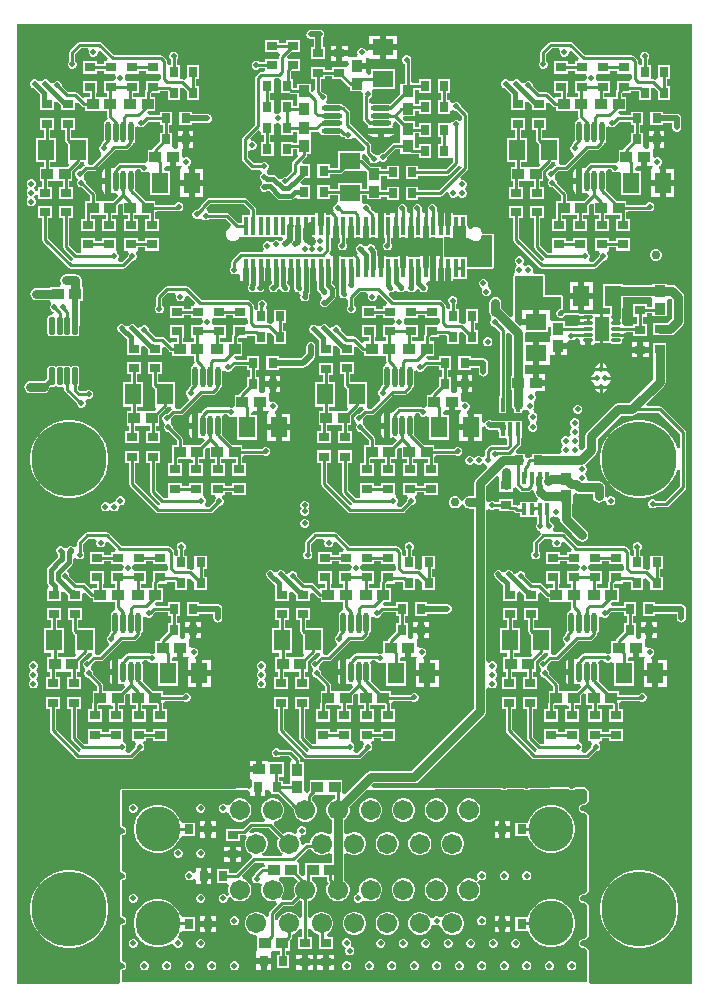
<source format=gbl>
G04*
G04 #@! TF.GenerationSoftware,Altium Limited,Altium Designer,25.2.1 (25)*
G04*
G04 Layer_Physical_Order=6*
G04 Layer_Color=16711680*
%FSLAX44Y44*%
%MOMM*%
G71*
G04*
G04 #@! TF.SameCoordinates,92A9BD70-FE13-4CA2-B9A4-C704DBA8ADFD*
G04*
G04*
G04 #@! TF.FilePolarity,Positive*
G04*
G01*
G75*
%ADD13C,0.5080*%
%ADD15C,0.2540*%
%ADD18R,0.4318X1.0033*%
G04:AMPARAMS|DCode=19|XSize=0.81mm|YSize=0.27mm|CornerRadius=0.0338mm|HoleSize=0mm|Usage=FLASHONLY|Rotation=0.000|XOffset=0mm|YOffset=0mm|HoleType=Round|Shape=RoundedRectangle|*
%AMROUNDEDRECTD19*
21,1,0.8100,0.2025,0,0,0.0*
21,1,0.7425,0.2700,0,0,0.0*
1,1,0.0675,0.3713,-0.1013*
1,1,0.0675,-0.3713,-0.1013*
1,1,0.0675,-0.3713,0.1013*
1,1,0.0675,0.3713,0.1013*
%
%ADD19ROUNDEDRECTD19*%
%ADD20O,0.4500X1.8000*%
%ADD21O,1.8000X0.4500*%
%ADD22C,0.7620*%
%ADD23R,0.7900X0.9300*%
%ADD24R,0.9300X0.7900*%
%ADD25R,0.9000X0.7500*%
%ADD27R,0.9500X1.0000*%
%ADD28R,1.4400X1.8200*%
%ADD29R,1.8200X1.4400*%
%ADD30R,1.0000X0.9500*%
%ADD44C,1.7018*%
%ADD48R,0.3556X1.1684*%
%ADD49R,1.2000X2.0000*%
%ADD50C,0.7620*%
%ADD51C,0.5080*%
%ADD52C,3.8100*%
%ADD53C,6.3500*%
%ADD54C,0.3810*%
G04:AMPARAMS|DCode=56|XSize=1.47mm|YSize=0.48mm|CornerRadius=0.06mm|HoleSize=0mm|Usage=FLASHONLY|Rotation=90.000|XOffset=0mm|YOffset=0mm|HoleType=Round|Shape=RoundedRectangle|*
%AMROUNDEDRECTD56*
21,1,1.4700,0.3600,0,0,90.0*
21,1,1.3500,0.4800,0,0,90.0*
1,1,0.1200,0.1800,0.6750*
1,1,0.1200,0.1800,-0.6750*
1,1,0.1200,-0.1800,-0.6750*
1,1,0.1200,-0.1800,0.6750*
%
%ADD56ROUNDEDRECTD56*%
%ADD57R,0.4000X1.6000*%
G36*
X571500Y0D02*
X485980D01*
X485609Y173D01*
X485307Y364D01*
X483975Y1796D01*
Y28758D01*
X483929Y28869D01*
X483956Y28986D01*
X483733Y29342D01*
X483572Y29730D01*
X483461Y29776D01*
X483398Y29878D01*
X480980Y31600D01*
X480571Y31694D01*
X480183Y31855D01*
X478941D01*
X478046Y32225D01*
X477360Y32910D01*
X476990Y33805D01*
Y34774D01*
X477360Y35670D01*
X478046Y36355D01*
X478941Y36725D01*
X480183D01*
X480571Y36886D01*
X480980Y36980D01*
X483398Y38702D01*
X483461Y38804D01*
X483572Y38850D01*
X483733Y39238D01*
X483956Y39594D01*
X483929Y39711D01*
X483975Y39822D01*
Y66858D01*
X483929Y66969D01*
X483956Y67086D01*
X483733Y67442D01*
X483572Y67830D01*
X483461Y67876D01*
X483398Y67978D01*
X480980Y69700D01*
X480571Y69794D01*
X480183Y69955D01*
X478941D01*
X478046Y70325D01*
X477360Y71010D01*
X476990Y71905D01*
Y72874D01*
X477360Y73769D01*
X478046Y74455D01*
X478941Y74825D01*
X480183D01*
X480571Y74986D01*
X480980Y75080D01*
X483398Y76802D01*
X483461Y76904D01*
X483572Y76950D01*
X483733Y77338D01*
X483956Y77694D01*
X483929Y77811D01*
X483975Y77922D01*
Y143058D01*
X483929Y143169D01*
X483956Y143286D01*
X483733Y143642D01*
X483572Y144030D01*
X483461Y144076D01*
X483398Y144178D01*
X480980Y145900D01*
X480571Y145994D01*
X480183Y146155D01*
X478941D01*
X478046Y146525D01*
X477360Y147211D01*
X476990Y148105D01*
Y149074D01*
X477360Y149970D01*
X478046Y150655D01*
X478941Y151025D01*
X480183D01*
X480571Y151186D01*
X480980Y151280D01*
X483398Y153002D01*
X483461Y153104D01*
X483572Y153150D01*
X483733Y153538D01*
X483956Y153894D01*
X483929Y154011D01*
X483975Y154122D01*
Y163301D01*
X483974Y163302D01*
X483975Y163303D01*
X483774Y163784D01*
X483572Y164273D01*
X483571Y164273D01*
X483571Y164275D01*
X481772Y166068D01*
X481770Y166068D01*
X481770Y166069D01*
X481277Y166272D01*
X480799Y166469D01*
X480798Y166468D01*
X480797Y166469D01*
X472712Y166443D01*
X472232Y166242D01*
X471744Y166040D01*
X471279Y165575D01*
X470384Y165205D01*
X469416D01*
X468521Y165575D01*
X468074Y166022D01*
X468072Y166023D01*
X468071Y166025D01*
X467588Y166224D01*
X467102Y166425D01*
X467100Y166424D01*
X467097Y166425D01*
X434488Y166320D01*
X434008Y166119D01*
X433521Y165917D01*
X433180Y165575D01*
X432285Y165205D01*
X431316D01*
X430420Y165575D01*
X430096Y165900D01*
X430094Y165900D01*
X430093Y165903D01*
X429611Y166100D01*
X429124Y166302D01*
X429122Y166301D01*
X429120Y166302D01*
X415377Y166258D01*
X414895Y166056D01*
X414409Y165855D01*
X414129Y165575D01*
X413234Y165205D01*
X412266D01*
X411371Y165575D01*
X411108Y165838D01*
X411105Y165839D01*
X411105Y165841D01*
X410624Y166039D01*
X410136Y166241D01*
X410133Y166240D01*
X410131Y166241D01*
X301122Y165889D01*
X300146Y168234D01*
X301992Y170081D01*
X336550D01*
X338532Y170475D01*
X340213Y171597D01*
X396092Y227477D01*
X397215Y229158D01*
X397609Y231140D01*
Y250000D01*
X400149Y251052D01*
X400432Y250770D01*
X401832Y250190D01*
X403348D01*
X404748Y250770D01*
X405820Y251842D01*
X406400Y253242D01*
Y254758D01*
X405820Y256158D01*
X405027Y257810D01*
X405820Y259462D01*
X406400Y260862D01*
Y262378D01*
X405820Y263778D01*
X405027Y265430D01*
X405820Y267082D01*
X406400Y268482D01*
Y269998D01*
X405820Y271398D01*
X404748Y272470D01*
X403348Y273050D01*
X401832D01*
X400432Y272470D01*
X400149Y272188D01*
X397609Y273240D01*
Y401130D01*
X400149Y402182D01*
X400432Y401900D01*
X401832Y401320D01*
X403348D01*
X404748Y401900D01*
X405388Y402540D01*
X408530D01*
Y400556D01*
X416880D01*
X417130Y400506D01*
X421065D01*
X421870Y399701D01*
X422710Y399139D01*
X423701Y398942D01*
X426241D01*
Y395732D01*
X440360D01*
Y389868D01*
X440000Y389508D01*
X439420Y388108D01*
Y386592D01*
X440000Y385192D01*
X441072Y384120D01*
X442472Y383540D01*
X442665Y383279D01*
X443377Y381000D01*
X437589Y375211D01*
X437027Y374371D01*
X436830Y373380D01*
Y366018D01*
X436190Y365378D01*
X435610Y363978D01*
Y362462D01*
X436190Y361062D01*
X437262Y359990D01*
X438662Y359410D01*
X440178D01*
X441578Y359990D01*
X442650Y361062D01*
X443230Y362462D01*
Y363978D01*
X442650Y365378D01*
X442010Y366018D01*
Y372307D01*
X446843Y377140D01*
X452094D01*
X452382Y376894D01*
X453582Y374600D01*
X453390Y374138D01*
Y372622D01*
X453970Y371222D01*
X455042Y370150D01*
X456442Y369570D01*
X457958D01*
X459358Y370150D01*
X460430Y371222D01*
X461010Y372622D01*
Y373745D01*
X462074Y374525D01*
X463357Y374991D01*
X469907Y368440D01*
X468855Y365900D01*
X465830D01*
Y363270D01*
X459890D01*
Y365900D01*
X448050D01*
Y355460D01*
X459890D01*
Y358090D01*
X465830D01*
Y355460D01*
X474916D01*
X475104Y355312D01*
X476404Y352920D01*
X476250Y352548D01*
Y351032D01*
X474135Y349500D01*
X465830D01*
Y339060D01*
X469040D01*
Y335640D01*
X465440D01*
X465360Y335640D01*
X462900D01*
X462820Y335640D01*
X459220D01*
Y339060D01*
X459890D01*
Y349500D01*
X448050D01*
Y339060D01*
X454040D01*
Y335640D01*
X450360D01*
Y335640D01*
X448077Y334694D01*
X443669Y339101D01*
X442829Y339663D01*
X441838Y339860D01*
X435963D01*
X430530Y345293D01*
Y346198D01*
X429950Y347598D01*
X428878Y348670D01*
X427478Y349250D01*
X425962D01*
X424562Y348670D01*
X423490Y347598D01*
X420597Y347251D01*
X420363Y347485D01*
X419790Y348868D01*
X418718Y349940D01*
X417318Y350520D01*
X415802D01*
X414402Y349940D01*
X413556Y349094D01*
X412115Y348971D01*
X410674Y349094D01*
X409828Y349940D01*
X408428Y350520D01*
X406912D01*
X405512Y349940D01*
X404440Y348868D01*
X403860Y347468D01*
Y345952D01*
X404440Y344552D01*
X405512Y343480D01*
X406741Y342971D01*
X411878Y337834D01*
Y331555D01*
X411910Y331392D01*
Y324290D01*
X423750D01*
Y331350D01*
X426290Y332402D01*
X429426Y329266D01*
X429690Y329090D01*
Y324290D01*
X441530D01*
Y330597D01*
X443877Y331569D01*
X447657Y327789D01*
X448497Y327227D01*
X449488Y327030D01*
X450360D01*
Y323600D01*
X462820D01*
X462900Y323600D01*
X465360D01*
X465440Y323600D01*
X469040D01*
Y319110D01*
X469146Y318581D01*
X469221Y318087D01*
X468764Y317210D01*
X467818Y315780D01*
X466962Y315208D01*
X466184Y314043D01*
X465911Y312670D01*
Y299170D01*
X465987Y298789D01*
X464745Y297547D01*
X464183Y296707D01*
X463986Y295716D01*
Y295352D01*
X463932Y295330D01*
X462860Y294258D01*
X462280Y292858D01*
Y291342D01*
X462860Y289942D01*
X463932Y288870D01*
X463720Y286208D01*
X455846Y278334D01*
X453359D01*
X452360Y280460D01*
X452360Y280874D01*
Y301200D01*
X438200D01*
Y307890D01*
X441530D01*
Y318330D01*
X429690D01*
Y307890D01*
X433020D01*
Y299110D01*
X433217Y298119D01*
X433779Y297279D01*
X435420Y295637D01*
Y280460D01*
X435475D01*
X436475Y278150D01*
X435155Y276530D01*
X426760D01*
X426680Y276530D01*
X424220D01*
X424140Y276530D01*
X420540D01*
Y280460D01*
X425640D01*
Y301200D01*
X420420D01*
Y307890D01*
X423750D01*
Y318330D01*
X411910D01*
Y307890D01*
X415240D01*
Y301200D01*
X408700D01*
Y280460D01*
X415360D01*
Y276530D01*
X411680D01*
Y264490D01*
X413970D01*
Y259800D01*
X410640D01*
Y249360D01*
X422480D01*
Y259800D01*
X419150D01*
Y264490D01*
X424140D01*
X424220Y264490D01*
X426680D01*
X426760Y264490D01*
X431750D01*
Y259800D01*
X428420D01*
Y249360D01*
X440260D01*
Y259800D01*
X436930D01*
Y264490D01*
X439220D01*
Y273118D01*
X445721Y279619D01*
X446283Y280459D01*
X446283Y280460D01*
X449266D01*
X449676Y279185D01*
X449689Y277920D01*
X449173Y277575D01*
X445918Y274320D01*
X445012D01*
X443612Y273740D01*
X442540Y272668D01*
X441960Y271268D01*
Y269752D01*
X442540Y268352D01*
X443612Y267280D01*
X443810Y265048D01*
X443230Y263648D01*
Y262132D01*
X443810Y260732D01*
X444882Y259660D01*
X446282Y259080D01*
X447188D01*
X453920Y252347D01*
Y248010D01*
X450240D01*
Y239130D01*
X450187Y239051D01*
X449990Y238060D01*
Y232550D01*
X446660D01*
Y222110D01*
X458500D01*
Y232550D01*
X455170D01*
Y235970D01*
X462700D01*
X462780Y235970D01*
X465240D01*
X467770Y235754D01*
Y232550D01*
X464440D01*
Y222110D01*
X476280D01*
Y232550D01*
X472950D01*
Y235970D01*
X477780D01*
Y244597D01*
X479450Y246268D01*
X481990Y245215D01*
Y235970D01*
X486820D01*
Y232550D01*
X483490D01*
Y222110D01*
X495330D01*
Y232550D01*
X492000D01*
Y235946D01*
X494530Y235970D01*
X496990D01*
Y235970D01*
X497070Y235970D01*
X504600D01*
Y232550D01*
X501270D01*
Y222110D01*
X513110D01*
Y232550D01*
X509780D01*
Y238060D01*
X512103Y239400D01*
X527372D01*
X527432Y239340D01*
X528832Y238760D01*
X530348D01*
X531748Y239340D01*
X532820Y240412D01*
X533400Y241812D01*
Y243328D01*
X532820Y244728D01*
X531748Y245800D01*
X530348Y246380D01*
X528832D01*
X527432Y245800D01*
X526360Y244728D01*
X526298Y244580D01*
X509530D01*
Y248010D01*
X501143D01*
X492405Y256747D01*
X492589Y257670D01*
Y271170D01*
X492404Y272100D01*
X493274Y273759D01*
X493970Y274640D01*
X496650D01*
X497150Y273432D01*
X498222Y272360D01*
X499622Y271780D01*
X501138D01*
X502538Y272360D01*
X502680Y272502D01*
X505220Y271450D01*
Y252520D01*
X522160D01*
Y273260D01*
X517996D01*
X517181Y274650D01*
X518558Y277190D01*
X521850D01*
Y284480D01*
X526930D01*
Y277190D01*
X530713D01*
X531930Y277190D01*
X532109Y277188D01*
X532204Y277070D01*
X530994Y274530D01*
X530670D01*
Y265430D01*
X537870D01*
Y274530D01*
X537710D01*
X537205Y277070D01*
X538098Y277440D01*
X539170Y278512D01*
X539750Y279912D01*
Y281428D01*
X539170Y282828D01*
X538098Y283900D01*
X536698Y284480D01*
X535182D01*
X534470Y284185D01*
X532506Y285099D01*
X531930Y285640D01*
X531930Y291770D01*
X532710Y292036D01*
Y297180D01*
X528760D01*
Y294310D01*
X528760Y292530D01*
X526535Y291770D01*
X525301D01*
X524070Y293800D01*
X524070Y294310D01*
Y305640D01*
X521440D01*
Y311580D01*
X524070D01*
Y323420D01*
X513630D01*
Y320090D01*
X504075D01*
X502844Y322630D01*
X503610Y323600D01*
X509650D01*
Y335640D01*
X505970D01*
Y339060D01*
X513230D01*
Y340740D01*
X519887D01*
X519980Y340648D01*
Y333170D01*
X530420D01*
Y343015D01*
X532960Y344067D01*
X536380Y340648D01*
Y333170D01*
X546820D01*
Y345010D01*
X544190D01*
Y350950D01*
X546820D01*
Y362790D01*
X536380D01*
Y351565D01*
X534149Y350203D01*
X534111Y350241D01*
X533271Y350803D01*
X532280Y351000D01*
X530420D01*
Y362790D01*
X527790D01*
Y367462D01*
X528430Y368102D01*
X529010Y369502D01*
Y371018D01*
X528430Y372418D01*
X527358Y373490D01*
X525958Y374070D01*
X524442D01*
X523042Y373490D01*
X521970Y372418D01*
X521390Y371018D01*
Y369502D01*
X521970Y368102D01*
X522610Y367462D01*
Y362790D01*
X519980D01*
X519480Y365123D01*
Y365760D01*
X519283Y366751D01*
X518721Y367591D01*
X516041Y370271D01*
X515201Y370833D01*
X514210Y371030D01*
X474643D01*
X464111Y381561D01*
X463271Y382123D01*
X462280Y382320D01*
X454794D01*
X453748Y384860D01*
X454080Y385192D01*
X454660Y386592D01*
Y388108D01*
X454080Y389508D01*
X453008Y390580D01*
X451759Y391097D01*
Y393540D01*
X452599Y395732D01*
X455139Y395844D01*
X455871Y395541D01*
X457387D01*
X459641Y393725D01*
Y393700D01*
X460035Y391718D01*
X461157Y390037D01*
X470047Y381147D01*
X475127Y376068D01*
X476808Y374945D01*
X478790Y374551D01*
X480772Y374945D01*
X482453Y376068D01*
X483575Y377748D01*
X483969Y379730D01*
X483575Y381712D01*
X482453Y383392D01*
X477373Y388473D01*
X470000Y395845D01*
Y406600D01*
X470840D01*
Y414408D01*
X473380Y415766D01*
X473652Y415585D01*
X475634Y415191D01*
X487580D01*
Y412750D01*
X487975Y410768D01*
X489098Y409087D01*
X490778Y407965D01*
X492760Y407570D01*
X494742Y407965D01*
X496423Y409087D01*
X496570Y409308D01*
X499110Y408538D01*
Y408182D01*
X499690Y406782D01*
X500762Y405710D01*
X502162Y405130D01*
X503678D01*
X505078Y405710D01*
X506150Y406782D01*
X506730Y408182D01*
Y409698D01*
X506150Y411098D01*
X505078Y412170D01*
X503678Y412750D01*
X502162D01*
X500762Y412170D01*
X500327Y411736D01*
X498375Y412565D01*
X497939Y412940D01*
Y420370D01*
X497545Y422352D01*
X496423Y424033D01*
X494742Y425155D01*
X492760Y425550D01*
X484652D01*
X482600Y427232D01*
Y428748D01*
X482020Y430148D01*
X481227Y431800D01*
X482020Y433452D01*
X482600Y434852D01*
Y436368D01*
X482020Y437768D01*
X481300Y439315D01*
X482361Y440746D01*
X490073Y448457D01*
X491195Y450138D01*
X491590Y452120D01*
Y461405D01*
X511415Y481231D01*
X520700D01*
X522682Y481625D01*
X524362Y482747D01*
X525435Y483820D01*
X543539D01*
X561290Y466069D01*
Y454194D01*
X558750Y453792D01*
X557651Y457175D01*
X555291Y461806D01*
X552236Y466011D01*
X548561Y469686D01*
X544356Y472741D01*
X539725Y475101D01*
X534782Y476707D01*
X529649Y477520D01*
X524451D01*
X519318Y476707D01*
X514375Y475101D01*
X509744Y472741D01*
X505539Y469686D01*
X501864Y466011D01*
X498809Y461806D01*
X496449Y457175D01*
X494843Y452232D01*
X494030Y447099D01*
Y441901D01*
X494843Y436768D01*
X496449Y431825D01*
X498809Y427194D01*
X501864Y422989D01*
X505539Y419314D01*
X509744Y416259D01*
X514375Y413899D01*
X519318Y412293D01*
X524451Y411480D01*
X529649D01*
X534782Y412293D01*
X539725Y413899D01*
X544356Y416259D01*
X548561Y419314D01*
X552236Y422989D01*
X555291Y427194D01*
X557651Y431825D01*
X558750Y435208D01*
X561290Y434806D01*
Y421443D01*
X548837Y408990D01*
X541278D01*
X540638Y409630D01*
X539238Y410210D01*
X537722D01*
X536322Y409630D01*
X535250Y408558D01*
X534670Y407158D01*
Y405642D01*
X535250Y404242D01*
X536322Y403170D01*
X537722Y402590D01*
X539238D01*
X540638Y403170D01*
X541278Y403810D01*
X549910D01*
X550901Y404007D01*
X551741Y404569D01*
X565711Y418539D01*
X566273Y419379D01*
X566470Y420370D01*
Y467142D01*
X566273Y468133D01*
X565711Y468973D01*
X546443Y488241D01*
X545603Y488803D01*
X544612Y489000D01*
X533933D01*
X532961Y491346D01*
X547792Y506177D01*
X547793Y506177D01*
X548915Y507858D01*
X549310Y509840D01*
X549310Y509840D01*
Y532620D01*
X549900D01*
Y542660D01*
X544932D01*
X544130Y542820D01*
X543328Y542660D01*
X538360D01*
Y532620D01*
X538951D01*
Y511985D01*
X518555Y491590D01*
X509270D01*
X507288Y491195D01*
X505607Y490073D01*
X482747Y467212D01*
X481625Y465532D01*
X481231Y463550D01*
Y454265D01*
X478790Y451825D01*
X476250Y452877D01*
Y452878D01*
X475670Y454278D01*
X474877Y455930D01*
X475670Y457582D01*
X476250Y458982D01*
Y460498D01*
X475670Y461898D01*
X474877Y463550D01*
X475670Y465202D01*
X476250Y466602D01*
Y468118D01*
X475670Y469518D01*
X474877Y471170D01*
X475670Y472822D01*
X476250Y474222D01*
Y475738D01*
X475670Y477138D01*
X474598Y478210D01*
X473198Y478790D01*
X471682D01*
X470282Y478210D01*
X469210Y477138D01*
X468630Y475738D01*
Y474222D01*
X469210Y472822D01*
X470003Y471170D01*
X469210Y469518D01*
X468630Y468118D01*
Y466602D01*
X469210Y465202D01*
X469326Y464960D01*
X469191Y464419D01*
X466978Y462970D01*
X465578Y463550D01*
X464062D01*
X462662Y462970D01*
X461590Y461898D01*
X461010Y460498D01*
Y458982D01*
X461590Y457582D01*
X462383Y455930D01*
X461590Y454278D01*
X461010Y452878D01*
Y451362D01*
X461181Y450950D01*
X459925Y448600D01*
X459693Y448410D01*
X446490D01*
Y449150D01*
X436050D01*
Y445820D01*
X434558D01*
X433567Y445623D01*
X432727Y445061D01*
X432630Y444965D01*
X430090Y446017D01*
Y449150D01*
X423281D01*
X422495Y451690D01*
X422763Y452091D01*
X422770Y452127D01*
X426161Y455519D01*
X426723Y456359D01*
X426920Y457350D01*
Y462534D01*
X427378D01*
Y476758D01*
X421282D01*
Y476758D01*
X420878D01*
Y476758D01*
X414782D01*
X414782Y476758D01*
X414378D01*
Y476758D01*
X410943Y476758D01*
X410568Y476833D01*
X402315D01*
X402208Y476940D01*
X401855Y477086D01*
X401537Y477299D01*
X401161Y477374D01*
X400808Y477520D01*
X400425D01*
X400050Y477595D01*
X399675Y477520D01*
X399292D01*
X398939Y477374D01*
X398563Y477299D01*
X398245Y477086D01*
X397892Y476940D01*
X397621Y476669D01*
X397303Y476457D01*
X397091Y476139D01*
X396820Y475868D01*
X396674Y475515D01*
X396461Y475197D01*
X394005Y475533D01*
X393940Y475552D01*
Y482930D01*
X386740D01*
Y471290D01*
Y459650D01*
X393940D01*
Y471867D01*
X394005Y471887D01*
X396461Y472223D01*
X396674Y471905D01*
X396820Y471552D01*
X397091Y471281D01*
X397303Y470963D01*
X398065Y470201D01*
X399325Y469359D01*
X400812Y469063D01*
X407561D01*
X407741Y468159D01*
X408282Y467350D01*
Y462534D01*
X414378D01*
X415240Y460351D01*
Y457311D01*
X414729Y456799D01*
X414547Y456527D01*
X413999Y455980D01*
X401320D01*
X400329Y455783D01*
X399489Y455221D01*
X396949Y452681D01*
X396387Y451841D01*
X396190Y450850D01*
Y447174D01*
X393844Y446208D01*
X393318Y446460D01*
X391918Y447040D01*
X390402D01*
X389002Y446460D01*
X387350Y445667D01*
X385698Y446460D01*
X384298Y447040D01*
X382782D01*
X381382Y446460D01*
X380310Y445388D01*
X379730Y443988D01*
Y442472D01*
X380310Y441072D01*
X381382Y440000D01*
X382782Y439420D01*
X384298D01*
X385698Y440000D01*
X387350Y440793D01*
X389002Y440000D01*
X390402Y439420D01*
X391918D01*
X393318Y440000D01*
X394847Y440734D01*
X397151Y439711D01*
X397896Y437391D01*
X397869Y436944D01*
X388768Y427842D01*
X387645Y426162D01*
X387251Y424180D01*
Y412850D01*
X383032D01*
X382532Y412750D01*
X382021D01*
X381550Y412555D01*
X381050Y412455D01*
X380626Y412172D01*
X380154Y411977D01*
X379794Y411616D01*
X379370Y411333D01*
X379086Y410908D01*
X378725Y410548D01*
X378530Y410076D01*
X378247Y409652D01*
X376874Y409296D01*
X375605Y409440D01*
X375147Y410548D01*
X373718Y411977D01*
X371851Y412750D01*
X369829D01*
X367962Y411977D01*
X366533Y410548D01*
X365760Y408680D01*
Y406660D01*
X366533Y404792D01*
X367962Y403363D01*
X369829Y402590D01*
X371851D01*
X373718Y403363D01*
X375147Y404792D01*
X375605Y405900D01*
X376874Y406044D01*
X378247Y405688D01*
X378530Y405264D01*
X378725Y404792D01*
X379086Y404432D01*
X379370Y404007D01*
X379794Y403724D01*
X380154Y403363D01*
X380626Y403168D01*
X381050Y402885D01*
X381550Y402785D01*
X382021Y402590D01*
X382532D01*
X383032Y402491D01*
X387251D01*
Y233285D01*
X334405Y180439D01*
X299847D01*
X297865Y180045D01*
X296185Y178923D01*
X277930Y160668D01*
X275390Y161720D01*
Y172390D01*
X262850D01*
Y172390D01*
X260390D01*
Y172390D01*
X247850D01*
Y163762D01*
X246050Y161963D01*
X243510Y163015D01*
Y172680D01*
X243510Y172760D01*
Y175220D01*
X243510Y175300D01*
Y187760D01*
X240080D01*
Y189230D01*
X239883Y190221D01*
X239321Y191061D01*
X232971Y197411D01*
X232131Y197973D01*
X231140Y198170D01*
X222508D01*
X221868Y198810D01*
X220468Y199390D01*
X218952D01*
X217552Y198810D01*
X216480Y197738D01*
X215900Y196338D01*
Y194822D01*
X216480Y193422D01*
X217552Y192350D01*
X218952Y191770D01*
X220468D01*
X221868Y192350D01*
X222508Y192990D01*
X230067D01*
X232757Y190300D01*
X231705Y187760D01*
X231470D01*
Y175300D01*
X231470Y175220D01*
Y172760D01*
X231470Y172680D01*
Y169080D01*
X225510D01*
Y172290D01*
X222180D01*
Y175590D01*
X225860D01*
Y187630D01*
X214144Y187630D01*
X212130Y188900D01*
X211306Y188900D01*
X207130D01*
Y181610D01*
X204590D01*
Y179070D01*
X197050D01*
Y174320D01*
X197439D01*
X198670Y172290D01*
X198670Y171780D01*
Y166642D01*
X197772Y166003D01*
X196130Y165330D01*
X196082Y165350D01*
X195599Y165549D01*
X195598Y165548D01*
X195597Y165549D01*
X185657Y165517D01*
X185407Y165412D01*
X185135D01*
X184634Y165205D01*
X183666D01*
X183188Y165403D01*
X182912D01*
X182658Y165507D01*
X166458Y165455D01*
X166207Y165350D01*
X165936D01*
X165584Y165205D01*
X164615D01*
X164285Y165341D01*
X164010D01*
X163755Y165446D01*
X147258Y165393D01*
X147008Y165288D01*
X146736D01*
X146534Y165205D01*
X145566D01*
X145382Y165280D01*
X145107D01*
X144852Y165385D01*
X108859Y165269D01*
X108705Y165205D01*
X107192D01*
X107191Y165204D01*
X107046Y165263D01*
X89659Y165207D01*
X89654Y165205D01*
X88900D01*
X87928Y164802D01*
X87525Y163830D01*
Y133350D01*
X87928Y132378D01*
X88900Y131975D01*
X89384D01*
X90280Y131605D01*
X90965Y130920D01*
X91335Y130024D01*
Y129056D01*
X90965Y128160D01*
X90280Y127475D01*
X89384Y127105D01*
X88900D01*
X87928Y126702D01*
X87525Y125730D01*
Y95250D01*
X87928Y94278D01*
X88900Y93875D01*
X89384D01*
X90280Y93505D01*
X90965Y92819D01*
X91335Y91924D01*
Y90956D01*
X90965Y90061D01*
X90280Y89375D01*
X89384Y89005D01*
X88900D01*
X87928Y88602D01*
X87525Y87630D01*
Y57150D01*
X87928Y56178D01*
X88900Y55775D01*
X89384D01*
X90280Y55405D01*
X90965Y54720D01*
X91335Y53825D01*
Y52856D01*
X90965Y51961D01*
X90280Y51275D01*
X89384Y50905D01*
X88900D01*
X87928Y50502D01*
X87525Y49530D01*
Y19050D01*
X87928Y18078D01*
X88900Y17675D01*
X89384D01*
X90280Y17305D01*
X90965Y16619D01*
X91335Y15725D01*
Y14756D01*
X90965Y13860D01*
X90280Y13175D01*
X89384Y12805D01*
X88900D01*
X87928Y12402D01*
X87525Y11430D01*
Y1270D01*
X85302Y0D01*
X0D01*
Y812800D01*
X571500D01*
Y0D01*
D02*
G37*
G36*
X408385Y429625D02*
X408530Y427396D01*
X408530D01*
Y416956D01*
X420370D01*
Y419579D01*
X420696Y419826D01*
X422910Y420518D01*
X426159Y417269D01*
X426999Y416707D01*
X427990Y416510D01*
X432852D01*
X433843Y416707D01*
X434683Y417269D01*
X435830Y418415D01*
X438171Y417164D01*
X438050Y416560D01*
X438445Y414578D01*
X439567Y412897D01*
X441620Y410845D01*
X440568Y408305D01*
X426241D01*
Y406246D01*
X424722Y405364D01*
X423701Y405106D01*
X423128Y405488D01*
X422137Y405686D01*
X420370D01*
Y410996D01*
X408530D01*
Y407720D01*
X405388D01*
X404748Y408360D01*
X403348Y408940D01*
X401832D01*
X400432Y408360D01*
X400149Y408078D01*
X397609Y409130D01*
Y422035D01*
X406120Y430545D01*
X408385Y429625D01*
D02*
G37*
G36*
X501390Y355460D02*
X513230D01*
X514300Y353363D01*
Y351597D01*
X513956Y350922D01*
X512143Y349500D01*
X501390D01*
Y341944D01*
X500987Y341341D01*
X500790Y340350D01*
Y335640D01*
X497190D01*
X497110Y335640D01*
Y335640D01*
X494650D01*
Y335640D01*
X490970D01*
Y339060D01*
X495450D01*
Y349500D01*
X485985D01*
X483870Y351032D01*
X483870Y352548D01*
X483716Y352920D01*
X485016Y355312D01*
X485204Y355460D01*
X495450D01*
Y358090D01*
X501390D01*
Y355460D01*
D02*
G37*
G36*
X513630Y311580D02*
X516260D01*
Y305640D01*
X513630D01*
Y298162D01*
X507559Y292091D01*
X506997Y291251D01*
X506848Y290500D01*
X503120D01*
Y281328D01*
X501138Y279400D01*
X500064Y279400D01*
X499731Y279623D01*
X498740Y279820D01*
X479990D01*
X478999Y279623D01*
X478159Y279061D01*
X475092Y275995D01*
X474320Y275499D01*
X472040Y275405D01*
Y264420D01*
Y253606D01*
X472953Y254217D01*
X473533Y255085D01*
X474627Y254354D01*
X476000Y254081D01*
X476432Y254167D01*
X477684Y251826D01*
X473867Y248010D01*
X465320D01*
X465240Y248010D01*
X462780D01*
X462700Y248010D01*
X459100D01*
Y253420D01*
X458903Y254411D01*
X458341Y255251D01*
X450850Y262743D01*
Y263648D01*
X450270Y265048D01*
X449198Y266120D01*
X449000Y268352D01*
X449580Y269752D01*
Y270658D01*
X452077Y273155D01*
X456918D01*
X457910Y273352D01*
X458750Y273913D01*
X475357Y290520D01*
X485010D01*
X486001Y290717D01*
X486841Y291279D01*
X490456Y294894D01*
X491018Y295734D01*
X491144Y296369D01*
X491538Y296632D01*
X492316Y297797D01*
X492589Y299170D01*
Y310324D01*
X492716Y310406D01*
X495129Y311103D01*
X495682Y310550D01*
X497082Y309970D01*
X498598D01*
X499998Y310550D01*
X501070Y311622D01*
X501650Y313022D01*
Y313240D01*
X503320Y314910D01*
X513630D01*
Y311580D01*
D02*
G37*
G36*
X206430Y159180D02*
X210380D01*
Y164222D01*
X213271Y164231D01*
X215070Y162438D01*
Y160450D01*
X221847D01*
X234039Y148259D01*
X234442Y147989D01*
Y146033D01*
X235108Y143546D01*
X236396Y141316D01*
X238217Y139495D01*
X240446Y138207D01*
X242934Y137541D01*
X245508D01*
X247995Y138207D01*
X250225Y139495D01*
X252046Y141316D01*
X253334Y143546D01*
X254000Y146033D01*
Y148607D01*
X253334Y151095D01*
X252046Y153324D01*
X250225Y155145D01*
X249581Y155517D01*
Y158168D01*
X251763Y160350D01*
X260310D01*
X260390Y160350D01*
Y160350D01*
X262850D01*
Y160350D01*
X269317D01*
Y156750D01*
X268132Y156433D01*
X265903Y155145D01*
X264082Y153324D01*
X262794Y151095D01*
X262128Y148607D01*
Y146033D01*
X262794Y143546D01*
X264082Y141316D01*
X265903Y139495D01*
X266728Y139019D01*
Y127630D01*
X264188Y126578D01*
X264068Y126697D01*
X261838Y127985D01*
X259351Y128651D01*
X256777D01*
X254289Y127985D01*
X252060Y126697D01*
X250239Y124876D01*
X248951Y122647D01*
X248285Y120159D01*
Y119738D01*
X245745D01*
X244754Y119541D01*
X243914Y118979D01*
X242697Y117762D01*
X240157Y118814D01*
Y120159D01*
X239491Y122647D01*
X238906Y123658D01*
X240242Y125349D01*
X240643Y125730D01*
X242058D01*
X243458Y126310D01*
X244530Y127382D01*
X245110Y128782D01*
Y130298D01*
X244530Y131698D01*
X243458Y132770D01*
X242058Y133350D01*
X240542D01*
X239142Y132770D01*
X238070Y131698D01*
X237490Y130298D01*
Y128991D01*
X236800Y128298D01*
X235360Y127288D01*
X234153Y127985D01*
X231665Y128651D01*
X229091D01*
X226604Y127985D01*
X225541Y127371D01*
X217885Y135027D01*
X217872Y135568D01*
X218722Y137782D01*
X220310Y138207D01*
X222539Y139495D01*
X224360Y141316D01*
X225648Y143546D01*
X226314Y146033D01*
Y148607D01*
X225648Y151095D01*
X224360Y153324D01*
X222539Y155145D01*
X220310Y156433D01*
X217822Y157099D01*
X215248D01*
X212761Y156433D01*
X210531Y155145D01*
X208710Y153324D01*
X207422Y151095D01*
X206756Y148607D01*
Y146033D01*
X207422Y143546D01*
X208710Y141316D01*
X210276Y139750D01*
X210121Y138661D01*
X209408Y137210D01*
X198120D01*
X197129Y137013D01*
X196289Y136451D01*
X191417Y131580D01*
X185560D01*
X185310Y131530D01*
X176960D01*
Y121090D01*
X188800D01*
Y126400D01*
X192490D01*
X193000Y126502D01*
X193640Y125944D01*
X194175Y125262D01*
X194608Y124429D01*
X193579Y122647D01*
X192913Y120159D01*
Y117585D01*
X193579Y115098D01*
X194867Y112868D01*
X196688Y111047D01*
X198549Y109972D01*
X198865Y108275D01*
X198829Y107241D01*
X185617Y94030D01*
X179790D01*
Y97360D01*
X169350D01*
Y85520D01*
X177952D01*
X178761Y84618D01*
X179589Y82980D01*
X179070Y81043D01*
Y78469D01*
X179577Y76576D01*
X179736Y75981D01*
X177513Y74890D01*
X176783Y75620D01*
X175383Y76200D01*
X173867D01*
X172467Y75620D01*
X171395Y74548D01*
X170815Y73148D01*
Y71632D01*
X171395Y70232D01*
X172467Y69160D01*
X173867Y68580D01*
X175383D01*
X176783Y69160D01*
X177855Y70232D01*
X178435Y71632D01*
X178435Y73148D01*
X178441Y73183D01*
X180707Y74301D01*
X181024Y73752D01*
X182845Y71931D01*
X185075Y70643D01*
X187562Y69977D01*
X190136D01*
X192624Y70643D01*
X194853Y71931D01*
X196674Y73752D01*
X197962Y75981D01*
X198628Y78469D01*
Y81043D01*
X197962Y83531D01*
X196674Y85760D01*
X194853Y87581D01*
X192624Y88869D01*
X191637Y89133D01*
X190878Y91966D01*
X201733Y102820D01*
X208596D01*
X209310Y102738D01*
X210193Y100079D01*
X209224Y99110D01*
X208280D01*
X207289Y98913D01*
X206449Y98351D01*
X201855Y93757D01*
X201293Y92917D01*
X201145Y92173D01*
X201042Y92130D01*
X199970Y91058D01*
X199390Y89658D01*
Y88142D01*
X199970Y86742D01*
X201042Y85670D01*
X202442Y85090D01*
X203958D01*
X204656Y85379D01*
X206981Y84711D01*
X207616Y84336D01*
X207708Y84025D01*
X207422Y83531D01*
X206756Y81043D01*
Y78469D01*
X207422Y75981D01*
X208710Y73752D01*
X210531Y71931D01*
X212761Y70643D01*
X215248Y69977D01*
X217822D01*
X219339Y70383D01*
X220653Y68106D01*
X214069Y61521D01*
X213507Y60681D01*
X213310Y59690D01*
Y57555D01*
X210770Y56874D01*
X210517Y57312D01*
X208696Y59133D01*
X206467Y60421D01*
X203979Y61087D01*
X201405D01*
X198918Y60421D01*
X196688Y59133D01*
X194867Y57312D01*
X193579Y55083D01*
X192913Y52595D01*
Y50021D01*
X193579Y47533D01*
X194867Y45304D01*
X196688Y43483D01*
X198918Y42195D01*
X201369Y41539D01*
X201911Y41211D01*
X203400Y40275D01*
X203400Y38989D01*
Y28780D01*
X203400Y28399D01*
X202480Y26240D01*
X202480Y26111D01*
Y21590D01*
X208970D01*
X215460D01*
X215460Y25929D01*
X215940Y28270D01*
X218400D01*
Y28270D01*
X222780D01*
Y24970D01*
X220150D01*
Y13130D01*
X230590D01*
Y24970D01*
X227960D01*
Y28270D01*
X230940D01*
Y36648D01*
X232209Y37917D01*
X232771Y38757D01*
X232968Y39748D01*
Y41878D01*
X234153Y42195D01*
X236382Y43483D01*
X238203Y45304D01*
X239091Y46842D01*
X241631Y46161D01*
Y40090D01*
X237920D01*
Y29650D01*
X249760D01*
Y40090D01*
X246811D01*
Y46161D01*
X249351Y46842D01*
X250239Y45304D01*
X252060Y43483D01*
X254289Y42195D01*
X255650Y41831D01*
Y37550D01*
X255700Y37300D01*
Y29650D01*
X267540D01*
Y40090D01*
X263272D01*
X262591Y42630D01*
X264068Y43483D01*
X265889Y45304D01*
X267177Y47533D01*
X267843Y50021D01*
Y52595D01*
X267177Y55083D01*
X265889Y57312D01*
X264068Y59133D01*
X261838Y60421D01*
X259351Y61087D01*
X256777D01*
X254289Y60421D01*
X252060Y59133D01*
X250239Y57312D01*
X249351Y55774D01*
X246811Y56455D01*
Y70326D01*
X247995Y70643D01*
X250225Y71931D01*
X252046Y73752D01*
X253334Y75981D01*
X254000Y78469D01*
Y81043D01*
X253334Y83531D01*
X252046Y85760D01*
X250225Y87581D01*
X249569Y87960D01*
X249607Y90500D01*
X256500D01*
X256580Y90500D01*
X259040D01*
X259120Y90500D01*
X262720D01*
Y87960D01*
X262917Y86969D01*
X263479Y86129D01*
X263996Y85612D01*
X262794Y83531D01*
X262128Y81043D01*
Y78469D01*
X262794Y75981D01*
X264082Y73752D01*
X265903Y71931D01*
X268132Y70643D01*
X270620Y69977D01*
X273194D01*
X275681Y70643D01*
X277911Y71931D01*
X279732Y73752D01*
X281020Y75981D01*
X281686Y78469D01*
Y81043D01*
X281020Y83531D01*
X279732Y85760D01*
X277911Y87581D01*
X277087Y88057D01*
Y110114D01*
X279627Y111166D01*
X279746Y111047D01*
X281975Y109759D01*
X284463Y109093D01*
X287037D01*
X289524Y109759D01*
X291754Y111047D01*
X293575Y112868D01*
X294863Y115098D01*
X295529Y117585D01*
Y120159D01*
X294863Y122647D01*
X293575Y124876D01*
X291754Y126697D01*
X289524Y127985D01*
X287037Y128651D01*
X284463D01*
X281975Y127985D01*
X279746Y126697D01*
X279627Y126578D01*
X277087Y127630D01*
Y139019D01*
X277911Y139495D01*
X279732Y141316D01*
X281020Y143546D01*
X281686Y146033D01*
Y148607D01*
X281439Y149528D01*
X296411Y164499D01*
X410136Y164866D01*
X410592Y164410D01*
X411992Y163830D01*
X413508D01*
X414908Y164410D01*
X415381Y164883D01*
X429124Y164928D01*
X429642Y164410D01*
X431042Y163830D01*
X432558D01*
X433958Y164410D01*
X434493Y164945D01*
X467102Y165050D01*
X467742Y164410D01*
X469142Y163830D01*
X470658D01*
X472058Y164410D01*
X472716Y165068D01*
X480801Y165094D01*
X482600Y163301D01*
Y154122D01*
X480183Y152400D01*
X478667D01*
X477267Y151820D01*
X476195Y150748D01*
X475615Y149348D01*
Y147832D01*
X476195Y146432D01*
X477267Y145360D01*
X478667Y144780D01*
X480183D01*
X482600Y143058D01*
Y77922D01*
X480183Y76200D01*
X478667D01*
X477267Y75620D01*
X476195Y74548D01*
X475615Y73148D01*
Y71632D01*
X476195Y70232D01*
X477267Y69160D01*
X478667Y68580D01*
X480183D01*
X482600Y66858D01*
Y39822D01*
X480183Y38100D01*
X478667D01*
X477267Y37520D01*
X476195Y36448D01*
X475615Y35048D01*
Y33532D01*
X476195Y32132D01*
X477267Y31060D01*
X478667Y30480D01*
X480183D01*
X482600Y28758D01*
Y1796D01*
X481330Y1270D01*
X88900D01*
Y11430D01*
X89658D01*
X91058Y12010D01*
X92130Y13082D01*
X92710Y14482D01*
Y15998D01*
X92130Y17398D01*
X91058Y18470D01*
X89658Y19050D01*
X88900D01*
Y49530D01*
X89658D01*
X91058Y50110D01*
X92130Y51182D01*
X92710Y52582D01*
Y54098D01*
X92130Y55498D01*
X91058Y56570D01*
X89658Y57150D01*
X88900D01*
Y87630D01*
X89658D01*
X91058Y88210D01*
X92130Y89282D01*
X92710Y90682D01*
Y92198D01*
X92130Y93598D01*
X91058Y94670D01*
X89658Y95250D01*
X88900D01*
Y125730D01*
X89658D01*
X91058Y126310D01*
X92130Y127382D01*
X92710Y128782D01*
Y130298D01*
X92130Y131698D01*
X91058Y132770D01*
X89658Y133350D01*
X88900D01*
Y163830D01*
X89658D01*
X89664Y163832D01*
X107051Y163888D01*
X107192Y163830D01*
X108708D01*
X108863Y163894D01*
X144856Y164011D01*
X145292Y163830D01*
X146808D01*
X147262Y164018D01*
X163759Y164072D01*
X164342Y163830D01*
X165858D01*
X166462Y164080D01*
X182662Y164132D01*
X183392Y163830D01*
X184908D01*
X185661Y164142D01*
X195601Y164174D01*
X197400Y162381D01*
Y159180D01*
X201350D01*
Y166370D01*
X206430D01*
Y159180D01*
D02*
G37*
G36*
X221879Y123709D02*
X221265Y122647D01*
X220599Y120159D01*
Y117585D01*
X221265Y115098D01*
X222553Y112868D01*
X224374Y111047D01*
X225252Y110540D01*
X224571Y108000D01*
X208499D01*
X207818Y110540D01*
X208696Y111047D01*
X210517Y112868D01*
X211805Y115098D01*
X212471Y117585D01*
Y120159D01*
X211805Y122647D01*
X210517Y124876D01*
X208696Y126697D01*
X206467Y127985D01*
X203979Y128651D01*
X201405D01*
X198918Y127985D01*
X198496Y127741D01*
X196936Y129774D01*
X199193Y132030D01*
X213557D01*
X221879Y123709D01*
D02*
G37*
G36*
X250239Y112868D02*
X252060Y111047D01*
X254289Y109759D01*
X256777Y109093D01*
X259351D01*
X261838Y109759D01*
X264068Y111047D01*
X264188Y111166D01*
X266728Y110114D01*
Y102540D01*
X259120D01*
X259040Y102540D01*
X256580D01*
X256500Y102540D01*
X244040D01*
Y93290D01*
X243990Y93040D01*
Y92324D01*
X241450Y91272D01*
X238560Y94163D01*
Y102540D01*
X238392D01*
X237340Y105080D01*
X246818Y114558D01*
X249263D01*
X250239Y112868D01*
D02*
G37*
G36*
X238016Y87381D02*
X236396Y85760D01*
X235108Y83531D01*
X234442Y81043D01*
Y78469D01*
X235108Y75981D01*
X235722Y74919D01*
X231730Y70928D01*
X225128D01*
X224252Y72323D01*
X224021Y73413D01*
X224360Y73752D01*
X225648Y75981D01*
X226314Y78469D01*
Y81043D01*
X225648Y83531D01*
X224360Y85760D01*
X222539Y87581D01*
X221883Y87960D01*
X222564Y90500D01*
X223480D01*
X223560Y90500D01*
X226020D01*
X226100Y90500D01*
X234897D01*
X238016Y87381D01*
D02*
G37*
G36*
X240446Y70643D02*
X241631Y70326D01*
Y56455D01*
X239091Y55774D01*
X238203Y57312D01*
X236382Y59133D01*
X234153Y60421D01*
X231665Y61087D01*
X229091D01*
X226604Y60421D01*
X224374Y59133D01*
X222553Y57312D01*
X221265Y55083D01*
X221030Y54203D01*
X218490Y54538D01*
Y58617D01*
X225621Y65748D01*
X232803D01*
X233794Y65945D01*
X234634Y66507D01*
X239384Y71257D01*
X240446Y70643D01*
D02*
G37*
%LPC*%
G36*
X239600Y799550D02*
X227760D01*
Y796920D01*
X221820D01*
Y799550D01*
X209980D01*
Y789110D01*
X221205D01*
X222567Y786879D01*
X222529Y786841D01*
X221967Y786001D01*
X221770Y785010D01*
Y783150D01*
X209980D01*
Y780520D01*
X205308D01*
X204668Y781160D01*
X203268Y781740D01*
X201752D01*
X200352Y781160D01*
X199280Y780088D01*
X198700Y778688D01*
Y777172D01*
X199280Y775772D01*
X200352Y774700D01*
X201752Y774120D01*
X203268D01*
X204668Y774700D01*
X205308Y775340D01*
X209980D01*
Y772710D01*
X207647Y772210D01*
X207010D01*
X206019Y772013D01*
X205179Y771451D01*
X202499Y768771D01*
X201937Y767931D01*
X201740Y766940D01*
Y727373D01*
X191209Y716841D01*
X190647Y716001D01*
X190450Y715010D01*
Y698500D01*
X190647Y697509D01*
X191209Y696669D01*
X197559Y690319D01*
X198399Y689757D01*
X199390Y689560D01*
X205606D01*
X207248Y687226D01*
X207166Y686264D01*
X206320Y685418D01*
X205740Y684018D01*
Y682502D01*
X206320Y681102D01*
X207166Y680256D01*
X207288Y678815D01*
X207166Y677374D01*
X206320Y676528D01*
X205740Y675128D01*
Y673612D01*
X206320Y672212D01*
X207392Y671140D01*
X208792Y670560D01*
X210308D01*
X211708Y671140D01*
X212572Y672004D01*
X213135D01*
X220044Y665096D01*
X221094Y664394D01*
X222332Y664148D01*
X232327D01*
X233566Y664394D01*
X234617Y665096D01*
X235500Y665979D01*
X238040Y664927D01*
Y664640D01*
X248480D01*
Y676480D01*
X241008D01*
X239956Y679020D01*
X243356Y682420D01*
X248480D01*
Y694260D01*
X242173D01*
X241201Y696607D01*
X244981Y700387D01*
X245543Y701227D01*
X245740Y702218D01*
Y703090D01*
X249170D01*
Y715550D01*
X249170Y715630D01*
Y718090D01*
X249170Y718170D01*
Y721770D01*
X253660D01*
X254189Y721876D01*
X254683Y721951D01*
X255560Y721494D01*
X256990Y720548D01*
X257562Y719692D01*
X258727Y718914D01*
X260100Y718641D01*
X273600D01*
X273981Y718717D01*
X275223Y717475D01*
X276063Y716913D01*
X277054Y716716D01*
X277418D01*
X277440Y716662D01*
X278512Y715590D01*
X279912Y715010D01*
X281428D01*
X282828Y715590D01*
X283900Y716662D01*
X286689Y716758D01*
X294436Y709012D01*
Y706089D01*
X292310Y705090D01*
X291896Y705090D01*
X271570D01*
Y690930D01*
X264880D01*
Y694260D01*
X254440D01*
Y682420D01*
X264880D01*
Y685750D01*
X273660D01*
X274651Y685947D01*
X275491Y686509D01*
X277132Y688150D01*
X292310D01*
Y688205D01*
X294620Y689205D01*
X296240Y687886D01*
Y679490D01*
X296240Y679410D01*
Y676950D01*
X296240Y676870D01*
Y673270D01*
X292310D01*
Y678370D01*
X271570D01*
Y673150D01*
X264880D01*
Y676480D01*
X254440D01*
Y664640D01*
X264880D01*
Y667970D01*
X271570D01*
Y662747D01*
X271188Y661109D01*
X269686Y659846D01*
X269622Y659820D01*
X268550Y658748D01*
X267970Y657348D01*
Y655832D01*
X268281Y655080D01*
X267405Y653158D01*
X266850Y652540D01*
X265335D01*
Y651270D01*
X261715D01*
Y652540D01*
X259715D01*
Y642000D01*
X254635D01*
Y652540D01*
X252635D01*
Y651270D01*
X202615D01*
Y655955D01*
X202418Y656946D01*
X201856Y657786D01*
X194871Y664771D01*
X194031Y665333D01*
X193040Y665530D01*
X162996D01*
X162005Y665333D01*
X161165Y664771D01*
X156110Y659716D01*
X155548Y658876D01*
X155410Y658183D01*
X152548Y655320D01*
X151642D01*
X150242Y654740D01*
X149170Y653668D01*
X148590Y652268D01*
Y650752D01*
X149170Y649352D01*
X150242Y648280D01*
X151642Y647700D01*
X153158D01*
X154558Y648280D01*
X156790Y648082D01*
X157862Y647010D01*
X159262Y646430D01*
X160778D01*
X162178Y647010D01*
X162818Y647650D01*
X176727D01*
X181311Y643067D01*
X180592Y640194D01*
X179760Y639849D01*
X178151Y638240D01*
X177280Y636138D01*
Y633862D01*
X178151Y631760D01*
X179760Y630151D01*
X181862Y629280D01*
X184138D01*
X186240Y630151D01*
X187849Y631760D01*
X188058Y632264D01*
X190405Y632730D01*
X190405Y632730D01*
X224344D01*
X225317Y630378D01*
X223855Y628932D01*
X222403Y629083D01*
X221868Y629340D01*
X220468Y629920D01*
X218952D01*
X217552Y629340D01*
X216480Y628268D01*
X214248Y628070D01*
X212848Y628650D01*
X211332D01*
X209932Y628070D01*
X208860Y626998D01*
X208280Y625598D01*
Y624082D01*
X208860Y622682D01*
X209192Y622350D01*
X208146Y619810D01*
X189813D01*
X188822Y619613D01*
X187981Y619051D01*
X182319Y613389D01*
X181757Y612548D01*
X181560Y611557D01*
Y607318D01*
X180920Y606678D01*
X180340Y605278D01*
Y603762D01*
X180920Y602362D01*
X181992Y601290D01*
X183392Y600710D01*
X184908D01*
X186308Y601290D01*
X186595Y601577D01*
X189135Y600525D01*
Y595460D01*
X191135D01*
Y606000D01*
X196215D01*
Y593490D01*
X196292Y593347D01*
X196354Y592920D01*
X196153Y591910D01*
Y591431D01*
X195580Y590049D01*
Y588533D01*
X196160Y587132D01*
X197232Y586061D01*
X198632Y585481D01*
X200148D01*
X201548Y586061D01*
X202560Y587072D01*
X203582Y586050D01*
X204982Y585470D01*
X206498D01*
X207898Y586050D01*
X208970Y587122D01*
X209550Y588522D01*
Y589602D01*
X209612Y589915D01*
Y595460D01*
X210185D01*
Y606000D01*
X215265D01*
Y595460D01*
X215838D01*
Y592870D01*
X215808Y592840D01*
X215012Y592510D01*
X213940Y591438D01*
X213360Y590038D01*
Y588522D01*
X213940Y587122D01*
X215012Y586050D01*
X216412Y585470D01*
X217928D01*
X219328Y586050D01*
X220400Y587122D01*
X220536Y587449D01*
X222250Y588056D01*
X223965Y587449D01*
X224100Y587122D01*
X225172Y586050D01*
X226572Y585470D01*
X228088D01*
X229488Y586050D01*
X230560Y587122D01*
X231140Y588522D01*
Y590038D01*
X230560Y591438D01*
X229488Y592510D01*
X228692Y592840D01*
X228662Y592870D01*
Y595460D01*
X229235D01*
Y606000D01*
X234315D01*
Y595460D01*
X234888D01*
Y589915D01*
X234950Y589602D01*
Y588522D01*
X235530Y587122D01*
X236602Y586050D01*
X238002Y585470D01*
X238754D01*
X239217Y585058D01*
X240129Y583688D01*
X240322Y583123D01*
X240030Y582418D01*
Y580902D01*
X240610Y579502D01*
X241682Y578430D01*
X243082Y577850D01*
X244598D01*
X245998Y578430D01*
X247070Y579502D01*
X247650Y580902D01*
Y582418D01*
X247320Y583214D01*
Y584282D01*
X247399Y584361D01*
X248101Y585411D01*
X248347Y586650D01*
Y591910D01*
X248146Y592920D01*
X248208Y593347D01*
X248285Y593490D01*
Y606000D01*
X253365D01*
Y595460D01*
X253938D01*
Y588883D01*
X254184Y587644D01*
X254886Y586594D01*
X256540Y584939D01*
Y584712D01*
X257120Y583312D01*
X257881Y582551D01*
X258055Y581085D01*
X257881Y579619D01*
X257120Y578858D01*
X256540Y577458D01*
Y575942D01*
X257120Y574542D01*
X258192Y573470D01*
X259592Y572890D01*
X261108D01*
X262508Y573470D01*
X263580Y574542D01*
X264004Y575566D01*
X268989Y580551D01*
X269691Y581601D01*
X269937Y582840D01*
Y588338D01*
X269691Y589577D01*
X268989Y590627D01*
X266762Y592854D01*
Y595460D01*
X267335D01*
Y606000D01*
Y616540D01*
X265655D01*
X264084Y618562D01*
X264816Y619294D01*
X265378Y620134D01*
X265575Y621125D01*
Y631460D01*
X267335D01*
Y642000D01*
X272415D01*
Y631460D01*
X273635D01*
Y628154D01*
X273432Y628070D01*
X272360Y626998D01*
X271780Y625598D01*
Y624082D01*
X272360Y622682D01*
X273432Y621610D01*
X274832Y621030D01*
X276348D01*
X277748Y621610D01*
X278820Y622682D01*
X279400Y624082D01*
Y625598D01*
X278820Y626998D01*
X278815Y627003D01*
Y631460D01*
X280035D01*
Y642000D01*
X285115D01*
Y631460D01*
X287115D01*
Y632730D01*
X290735D01*
Y631460D01*
X292735D01*
Y642000D01*
X297815D01*
Y631460D01*
X299815D01*
Y632730D01*
X303435D01*
Y631460D01*
X305435D01*
Y642000D01*
Y652540D01*
X303435D01*
X303435Y652540D01*
Y652540D01*
X303114Y653017D01*
X302916Y653311D01*
X301826Y654401D01*
X299720Y656508D01*
Y657348D01*
X299140Y658748D01*
X298068Y659820D01*
X296668Y660400D01*
X295152D01*
X294272Y660036D01*
X292442Y661585D01*
X292310Y661763D01*
Y668090D01*
X296240D01*
Y664410D01*
X308280D01*
Y666700D01*
X312970D01*
Y663370D01*
X323410D01*
Y675210D01*
X312970D01*
Y671880D01*
X308280D01*
Y676870D01*
X308280Y676950D01*
Y679410D01*
X308280Y679490D01*
Y684480D01*
X312970D01*
Y681150D01*
X323410D01*
Y692990D01*
X312970D01*
Y689660D01*
X308280D01*
Y691950D01*
X299653D01*
X293151Y698451D01*
X292311Y699013D01*
X292310Y699013D01*
Y701996D01*
X293585Y702406D01*
X294850Y702419D01*
X295194Y701903D01*
X298450Y698648D01*
Y697742D01*
X299030Y696342D01*
X300102Y695270D01*
X301502Y694690D01*
X303018D01*
X304418Y695270D01*
X305490Y696342D01*
X307722Y696540D01*
X309122Y695960D01*
X310638D01*
X312038Y696540D01*
X313110Y697612D01*
X313690Y699012D01*
Y699918D01*
X320423Y706650D01*
X324760D01*
Y702970D01*
X333640D01*
X333719Y702917D01*
X334710Y702720D01*
X340220D01*
Y699390D01*
X350660D01*
Y711230D01*
X340220D01*
Y707900D01*
X336800D01*
Y715430D01*
X336800Y715510D01*
Y717970D01*
X337016Y720500D01*
X340220D01*
Y717170D01*
X350660D01*
Y729010D01*
X340220D01*
Y725680D01*
X336800D01*
Y730510D01*
X328172D01*
X326502Y732180D01*
X327555Y734720D01*
X336800D01*
Y739550D01*
X340220D01*
Y736220D01*
X350660D01*
Y748060D01*
X340220D01*
Y744730D01*
X336824D01*
X336800Y747260D01*
Y749720D01*
X336800D01*
X336800Y749800D01*
Y757330D01*
X340220D01*
Y754000D01*
X350660D01*
Y765840D01*
X340220D01*
Y762510D01*
X334710D01*
X333370Y764833D01*
Y780102D01*
X333430Y780162D01*
X334010Y781562D01*
Y783078D01*
X333430Y784478D01*
X332358Y785550D01*
X330958Y786130D01*
X329442D01*
X328042Y785550D01*
X326970Y784478D01*
X326390Y783078D01*
Y781562D01*
X326970Y780162D01*
X328042Y779090D01*
X328190Y779028D01*
Y762260D01*
X324760D01*
Y753873D01*
X316023Y745135D01*
X315100Y745319D01*
X301600D01*
X300670Y745134D01*
X299011Y746004D01*
X298130Y746700D01*
Y749380D01*
X299338Y749880D01*
X300410Y750952D01*
X300990Y752352D01*
Y753868D01*
X300410Y755268D01*
X300268Y755410D01*
X301320Y757950D01*
X320250D01*
Y774890D01*
X299510D01*
Y770726D01*
X298120Y769911D01*
X295580Y771288D01*
Y774580D01*
X288290D01*
Y779660D01*
X295580D01*
Y783443D01*
X295580Y784660D01*
X295582Y784839D01*
X295700Y784934D01*
X298240Y783724D01*
Y783400D01*
X307340D01*
Y790600D01*
X298240D01*
Y790440D01*
X295700Y789935D01*
X295330Y790828D01*
X294258Y791900D01*
X292858Y792480D01*
X291342D01*
X289942Y791900D01*
X288870Y790828D01*
X288290Y789428D01*
Y787912D01*
X288585Y787200D01*
X287671Y785236D01*
X287130Y784660D01*
X281000Y784660D01*
X280734Y785440D01*
X275590D01*
Y781490D01*
X278460D01*
X280240Y781490D01*
X281000Y779265D01*
Y778031D01*
X278970Y776800D01*
X278460Y776800D01*
X267130D01*
Y774170D01*
X261190D01*
Y776800D01*
X249350D01*
Y766360D01*
X252680D01*
Y756805D01*
X250140Y755574D01*
X249170Y756339D01*
Y762380D01*
X237130D01*
Y758700D01*
X233710D01*
Y765960D01*
X232030D01*
Y772617D01*
X232122Y772710D01*
X239600D01*
Y783150D01*
X229755D01*
X228703Y785690D01*
X232122Y789110D01*
X239600D01*
Y799550D01*
D02*
G37*
G36*
X321520Y802880D02*
X312420D01*
Y795680D01*
X321520D01*
Y802880D01*
D02*
G37*
G36*
X307340D02*
X298240D01*
Y795680D01*
X307340D01*
Y802880D01*
D02*
G37*
G36*
X280240Y794470D02*
X275590D01*
Y790520D01*
X280240D01*
Y794470D01*
D02*
G37*
G36*
X270510D02*
X265860D01*
Y790520D01*
X270510D01*
Y794470D01*
D02*
G37*
G36*
X321520Y790600D02*
X312420D01*
Y783400D01*
X321520D01*
Y790600D01*
D02*
G37*
G36*
X256540Y807795D02*
X248920D01*
X248545Y807720D01*
X248162D01*
X247809Y807574D01*
X247433Y807499D01*
X247115Y807286D01*
X246762Y807140D01*
X246491Y806869D01*
X246173Y806657D01*
X245961Y806339D01*
X245690Y806068D01*
X245544Y805715D01*
X245331Y805397D01*
X245256Y805021D01*
X245110Y804668D01*
Y804285D01*
X245035Y803910D01*
X245110Y803535D01*
Y803152D01*
X245256Y802799D01*
X245331Y802423D01*
X245544Y802105D01*
X245690Y801752D01*
X245961Y801481D01*
X246173Y801163D01*
X246491Y800951D01*
X246762Y800680D01*
X247115Y800534D01*
X247433Y800321D01*
X247809Y800246D01*
X248162Y800100D01*
X248545D01*
X248920Y800025D01*
X251385D01*
Y793200D01*
X249350D01*
Y782760D01*
X261190D01*
Y793200D01*
X259155D01*
Y801075D01*
X259287Y801163D01*
X259499Y801481D01*
X259770Y801752D01*
X259916Y802105D01*
X260129Y802423D01*
X260204Y802799D01*
X260350Y803152D01*
Y803535D01*
X260425Y803910D01*
X260350Y804285D01*
Y804668D01*
X260204Y805021D01*
X260129Y805397D01*
X259916Y805715D01*
X259770Y806068D01*
X259499Y806339D01*
X259287Y806657D01*
X258969Y806869D01*
X258698Y807140D01*
X258345Y807286D01*
X258027Y807499D01*
X257651Y807574D01*
X257298Y807720D01*
X256915D01*
X256540Y807795D01*
D02*
G37*
G36*
X270510Y785440D02*
X265860D01*
Y781490D01*
X270510D01*
Y785440D01*
D02*
G37*
G36*
X468630Y797610D02*
X452120D01*
X451129Y797413D01*
X450289Y796851D01*
X443939Y790501D01*
X443377Y789661D01*
X443180Y788670D01*
Y781308D01*
X442540Y780668D01*
X441960Y779268D01*
Y777752D01*
X442540Y776352D01*
X443612Y775280D01*
X445012Y774700D01*
X446528D01*
X447928Y775280D01*
X449000Y776352D01*
X449580Y777752D01*
Y779268D01*
X449000Y780668D01*
X448360Y781308D01*
Y787597D01*
X453193Y792430D01*
X458444D01*
X458732Y792184D01*
X459931Y789890D01*
X459740Y789428D01*
Y787912D01*
X460320Y786512D01*
X461392Y785440D01*
X462792Y784860D01*
X464308D01*
X465708Y785440D01*
X466780Y786512D01*
X467360Y787912D01*
Y789035D01*
X468424Y789815D01*
X469707Y790281D01*
X476258Y783730D01*
X475205Y781190D01*
X472180D01*
Y778560D01*
X466240D01*
Y781190D01*
X454400D01*
Y770750D01*
X466240D01*
Y773380D01*
X472180D01*
Y770750D01*
X481266D01*
X481454Y770602D01*
X482754Y768210D01*
X482600Y767838D01*
Y766322D01*
X480485Y764790D01*
X472180D01*
Y754350D01*
X475390D01*
Y750930D01*
X471790D01*
X471710Y750930D01*
X469250D01*
X469170Y750930D01*
X465570D01*
Y754350D01*
X466240D01*
Y764790D01*
X454400D01*
Y754350D01*
X460390D01*
Y750930D01*
X456710D01*
Y750930D01*
X454426Y749984D01*
X450019Y754391D01*
X449179Y754953D01*
X448188Y755150D01*
X442313D01*
X436880Y760583D01*
Y761488D01*
X436300Y762888D01*
X435228Y763960D01*
X433828Y764540D01*
X432312D01*
X430912Y763960D01*
X429840Y762888D01*
X426947Y762541D01*
X426713Y762775D01*
X426140Y764158D01*
X425068Y765230D01*
X423668Y765810D01*
X422152D01*
X420752Y765230D01*
X419906Y764384D01*
X418465Y764261D01*
X417024Y764384D01*
X416178Y765230D01*
X414778Y765810D01*
X413262D01*
X411862Y765230D01*
X410790Y764158D01*
X410210Y762758D01*
Y761242D01*
X410790Y759842D01*
X411862Y758770D01*
X413091Y758261D01*
X418228Y753124D01*
Y746845D01*
X418260Y746682D01*
Y739580D01*
X430100D01*
Y746640D01*
X432640Y747692D01*
X435776Y744556D01*
X436040Y744380D01*
Y739580D01*
X447880D01*
Y745887D01*
X450227Y746859D01*
X454007Y743079D01*
X454847Y742517D01*
X455838Y742320D01*
X456710D01*
Y738890D01*
X469170D01*
X469250Y738890D01*
X471710D01*
X471790Y738890D01*
X475390D01*
Y734400D01*
X475495Y733871D01*
X475571Y733377D01*
X475114Y732500D01*
X474168Y731070D01*
X473312Y730498D01*
X472534Y729333D01*
X472261Y727960D01*
Y714460D01*
X472337Y714079D01*
X471095Y712837D01*
X470533Y711997D01*
X470336Y711006D01*
Y710642D01*
X470282Y710620D01*
X469210Y709548D01*
X468630Y708148D01*
Y706632D01*
X469210Y705232D01*
X470282Y704160D01*
X470680Y703995D01*
X471454Y701424D01*
X471424Y701147D01*
X463901Y693624D01*
X459710D01*
X458710Y695750D01*
X458710Y696164D01*
Y716490D01*
X444550D01*
Y723180D01*
X447880D01*
Y733620D01*
X436040D01*
Y723180D01*
X439370D01*
Y714400D01*
X439567Y713409D01*
X440129Y712569D01*
X441770Y710928D01*
Y695750D01*
X441825D01*
X442825Y693440D01*
X441506Y691820D01*
X433110D01*
X433030Y691820D01*
X430570D01*
X430490Y691820D01*
X426890D01*
Y695750D01*
X431990D01*
Y716490D01*
X426770D01*
Y723180D01*
X430100D01*
Y733620D01*
X418260D01*
Y723180D01*
X421590D01*
Y716490D01*
X415050D01*
Y695750D01*
X421710D01*
Y691820D01*
X418030D01*
Y679780D01*
X420320D01*
Y675090D01*
X416990D01*
Y664650D01*
X428830D01*
Y675090D01*
X425500D01*
Y679780D01*
X430490D01*
X430570Y679780D01*
X433030D01*
X433110Y679780D01*
X438100D01*
Y675090D01*
X434770D01*
Y664650D01*
X446610D01*
Y675090D01*
X443280D01*
Y679780D01*
X445570D01*
Y688408D01*
X452071Y694909D01*
X452633Y695749D01*
X452633Y695750D01*
X455616D01*
X456026Y694475D01*
X456039Y693210D01*
X455523Y692866D01*
X452267Y689610D01*
X451362D01*
X449962Y689030D01*
X448890Y687958D01*
X448310Y686558D01*
Y685042D01*
X448890Y683642D01*
X449962Y682570D01*
X450160Y680338D01*
X449580Y678938D01*
Y677422D01*
X450160Y676022D01*
X451232Y674950D01*
X452632Y674370D01*
X453537D01*
X460270Y667637D01*
Y663300D01*
X456590D01*
Y654420D01*
X456537Y654341D01*
X456340Y653350D01*
Y647840D01*
X453010D01*
Y637400D01*
X464850D01*
Y647840D01*
X461520D01*
Y651260D01*
X469050D01*
X469130Y651260D01*
X471590D01*
X474120Y651044D01*
Y647840D01*
X470790D01*
Y637400D01*
X482630D01*
Y647840D01*
X479300D01*
Y651260D01*
X484130D01*
Y659887D01*
X485800Y661557D01*
X488340Y660505D01*
Y651260D01*
X493170D01*
Y647840D01*
X489840D01*
Y637400D01*
X501680D01*
Y647840D01*
X498350D01*
Y651236D01*
X500880Y651260D01*
X503340D01*
Y651260D01*
X503420Y651260D01*
X510950D01*
Y647840D01*
X507620D01*
Y637400D01*
X519460D01*
Y647840D01*
X516130D01*
Y653350D01*
X518453Y654690D01*
X533722D01*
X533782Y654630D01*
X535182Y654050D01*
X536698D01*
X538098Y654630D01*
X539170Y655702D01*
X539750Y657102D01*
Y658618D01*
X539170Y660018D01*
X538098Y661090D01*
X536698Y661670D01*
X535182D01*
X533782Y661090D01*
X532710Y660018D01*
X532649Y659870D01*
X515880D01*
Y663300D01*
X507492D01*
X498755Y672037D01*
X498939Y672960D01*
Y686460D01*
X498754Y687390D01*
X499624Y689049D01*
X500320Y689930D01*
X502999D01*
X503500Y688722D01*
X504572Y687650D01*
X505972Y687070D01*
X507488D01*
X507499Y687074D01*
X509889Y687436D01*
X509889D01*
X509890Y687436D01*
Y687436D01*
X509893Y687434D01*
X509893Y687435D01*
X509898Y687432D01*
D01*
X511570Y686740D01*
X511570Y686401D01*
Y667810D01*
X528510D01*
Y688550D01*
X524346D01*
X523531Y689940D01*
X524908Y692480D01*
X528200D01*
Y699770D01*
X533280D01*
Y692480D01*
X537063D01*
X538280Y692480D01*
X538459Y692478D01*
X538554Y692360D01*
X537344Y689820D01*
X537020D01*
Y680720D01*
X544220D01*
Y689820D01*
X544060D01*
X543555Y692360D01*
X544448Y692730D01*
X545520Y693802D01*
X546100Y695202D01*
Y696718D01*
X545520Y698118D01*
X544448Y699190D01*
X543048Y699770D01*
X541532D01*
X540820Y699475D01*
X538856Y700389D01*
X538280Y700930D01*
X538280Y707060D01*
X539060Y707326D01*
Y712470D01*
X535110D01*
Y709600D01*
X535110Y707820D01*
X532885Y707060D01*
X531651D01*
X530420Y709090D01*
X530420Y709600D01*
Y720930D01*
X527790D01*
Y726870D01*
X530420D01*
Y738710D01*
X519980D01*
Y735380D01*
X510425D01*
X509194Y737920D01*
X509959Y738890D01*
X516000D01*
Y750930D01*
X512320D01*
Y754350D01*
X519580D01*
Y756030D01*
X526237D01*
X526330Y755938D01*
Y748460D01*
X536770D01*
Y758305D01*
X539310Y759358D01*
X542730Y755938D01*
Y748460D01*
X553170D01*
Y760300D01*
X550540D01*
Y766240D01*
X553170D01*
Y778080D01*
X542730D01*
Y768696D01*
X542730Y767265D01*
X540669Y765698D01*
X540088Y765780D01*
X539621Y766093D01*
X538630Y766290D01*
X536770D01*
Y778080D01*
X534140D01*
Y782752D01*
X534780Y783392D01*
X535360Y784792D01*
Y786308D01*
X534780Y787708D01*
X533708Y788780D01*
X532308Y789360D01*
X530792D01*
X529392Y788780D01*
X528320Y787708D01*
X527740Y786308D01*
Y784792D01*
X528320Y783392D01*
X528960Y782752D01*
Y778080D01*
X526330D01*
X525830Y780413D01*
Y781050D01*
X525633Y782041D01*
X525071Y782881D01*
X522391Y785561D01*
X521551Y786123D01*
X520560Y786320D01*
X480993D01*
X470461Y796851D01*
X469621Y797413D01*
X468630Y797610D01*
D02*
G37*
G36*
X69850D02*
X53340D01*
X52349Y797413D01*
X51509Y796851D01*
X45159Y790501D01*
X44597Y789661D01*
X44400Y788670D01*
Y781308D01*
X43760Y780668D01*
X43180Y779268D01*
Y777752D01*
X43760Y776352D01*
X44832Y775280D01*
X46232Y774700D01*
X47748D01*
X49148Y775280D01*
X50220Y776352D01*
X50800Y777752D01*
Y779268D01*
X50220Y780668D01*
X49580Y781308D01*
Y787597D01*
X54413Y792430D01*
X59664D01*
X59952Y792184D01*
X61151Y789890D01*
X60960Y789428D01*
Y787912D01*
X61540Y786512D01*
X62612Y785440D01*
X64012Y784860D01*
X65528D01*
X66928Y785440D01*
X68000Y786512D01*
X68580Y787912D01*
Y789035D01*
X69644Y789815D01*
X70927Y790281D01*
X77477Y783730D01*
X76425Y781190D01*
X73400D01*
Y778560D01*
X67460D01*
Y781190D01*
X55620D01*
Y770750D01*
X67460D01*
Y773380D01*
X73400D01*
Y770750D01*
X82486D01*
X82674Y770602D01*
X83974Y768210D01*
X83820Y767838D01*
Y766322D01*
X81705Y764790D01*
X73400D01*
Y754350D01*
X76610D01*
Y750930D01*
X73010D01*
X72930Y750930D01*
X70470D01*
X70390Y750930D01*
X66790D01*
Y754350D01*
X67460D01*
Y764790D01*
X55620D01*
Y754350D01*
X61610D01*
Y750930D01*
X57930D01*
Y750930D01*
X55647Y749984D01*
X51239Y754391D01*
X50399Y754953D01*
X49408Y755150D01*
X43533D01*
X38100Y760583D01*
Y761488D01*
X37520Y762888D01*
X36448Y763960D01*
X35048Y764540D01*
X33532D01*
X32132Y763960D01*
X31236Y763064D01*
X30925Y762872D01*
X28167Y762541D01*
X27933Y762775D01*
X27360Y764158D01*
X26288Y765230D01*
X24888Y765810D01*
X23372D01*
X21972Y765230D01*
X21126Y764384D01*
X19685Y764261D01*
X18244Y764384D01*
X17398Y765230D01*
X15998Y765810D01*
X14482D01*
X13082Y765230D01*
X12010Y764158D01*
X11430Y762758D01*
Y761242D01*
X12010Y759842D01*
X13082Y758770D01*
X14311Y758261D01*
X19447Y753124D01*
Y746845D01*
X19480Y746682D01*
Y739580D01*
X31320D01*
Y746640D01*
X33860Y747692D01*
X36996Y744556D01*
X37260Y744380D01*
Y739580D01*
X49100D01*
Y745887D01*
X51447Y746859D01*
X55227Y743079D01*
X56067Y742517D01*
X57058Y742320D01*
X57930D01*
Y738890D01*
X70390D01*
X70470Y738890D01*
X72930D01*
X73010Y738890D01*
X76610D01*
Y734400D01*
X76715Y733871D01*
X76791Y733377D01*
X76334Y732500D01*
X75388Y731070D01*
X74532Y730498D01*
X73754Y729333D01*
X73481Y727960D01*
Y714460D01*
X73557Y714079D01*
X72315Y712837D01*
X71753Y711997D01*
X71556Y711006D01*
Y710642D01*
X71502Y710620D01*
X70430Y709548D01*
X69850Y708148D01*
Y706632D01*
X70430Y705232D01*
X71502Y704160D01*
X71598Y701371D01*
X63851Y693624D01*
X60929D01*
X59930Y695750D01*
X59930Y696164D01*
Y716490D01*
X45770D01*
Y723180D01*
X49100D01*
Y733620D01*
X37260D01*
Y723180D01*
X40590D01*
Y714400D01*
X40787Y713409D01*
X41349Y712569D01*
X42990Y710928D01*
Y695750D01*
X43045D01*
X44045Y693440D01*
X42726Y691820D01*
X34330D01*
X34250Y691820D01*
X31790D01*
X31710Y691820D01*
X28110D01*
Y695750D01*
X33210D01*
Y716490D01*
X27990D01*
Y723180D01*
X31320D01*
Y733620D01*
X19480D01*
Y723180D01*
X22810D01*
Y716490D01*
X16270D01*
Y695750D01*
X22930D01*
Y691820D01*
X19250D01*
Y679780D01*
X21540D01*
Y675090D01*
X18210D01*
Y671683D01*
X15670Y671178D01*
X15295Y672083D01*
X14502Y673735D01*
X15295Y675387D01*
X15875Y676787D01*
Y678303D01*
X15295Y679703D01*
X14223Y680775D01*
X12823Y681355D01*
X11307D01*
X9907Y680775D01*
X8835Y679703D01*
X8255Y678303D01*
Y676787D01*
X8835Y675387D01*
X9628Y673735D01*
X8835Y672083D01*
X8255Y670683D01*
Y669167D01*
X8835Y667767D01*
X9628Y666115D01*
X8835Y664463D01*
X8255Y663063D01*
Y661547D01*
X8835Y660147D01*
X9907Y659075D01*
X11307Y658495D01*
X12823D01*
X14223Y659075D01*
X15295Y660147D01*
X15875Y661547D01*
Y663063D01*
X15295Y664463D01*
X14502Y666115D01*
X15295Y667767D01*
X15670Y668672D01*
X18210Y668167D01*
Y664650D01*
X30050D01*
Y675090D01*
X26720D01*
Y679780D01*
X31710D01*
X31790Y679780D01*
X34250D01*
X34330Y679780D01*
X39320D01*
Y675090D01*
X35990D01*
Y664650D01*
X47830D01*
Y675090D01*
X44500D01*
Y679780D01*
X46790D01*
Y688408D01*
X53291Y694909D01*
X53853Y695749D01*
X53853Y695750D01*
X56836D01*
X57246Y694475D01*
X57259Y693210D01*
X56743Y692866D01*
X53488Y689610D01*
X52582D01*
X51182Y689030D01*
X50110Y687958D01*
X49530Y686558D01*
Y685042D01*
X50110Y683642D01*
X51182Y682570D01*
X51380Y680338D01*
X50800Y678938D01*
Y677422D01*
X51380Y676022D01*
X52452Y674950D01*
X53852Y674370D01*
X54757D01*
X61490Y667637D01*
Y663300D01*
X57810D01*
Y654420D01*
X57757Y654341D01*
X57560Y653350D01*
Y647840D01*
X54230D01*
Y637400D01*
X66070D01*
Y647840D01*
X62740D01*
Y651260D01*
X70270D01*
X70350Y651260D01*
X72810D01*
X75340Y651044D01*
Y647840D01*
X72010D01*
Y637400D01*
X83850D01*
Y647840D01*
X80520D01*
Y651260D01*
X85350D01*
Y659887D01*
X87020Y661557D01*
X89560Y660505D01*
Y651260D01*
X94390D01*
Y647840D01*
X91060D01*
Y637400D01*
X102900D01*
Y647840D01*
X99570D01*
Y651236D01*
X102100Y651260D01*
X104560D01*
Y651260D01*
X104640Y651260D01*
X112170D01*
Y647840D01*
X108840D01*
Y637400D01*
X120680D01*
Y647840D01*
X117350D01*
Y653350D01*
X119673Y654690D01*
X134942D01*
X135002Y654630D01*
X136402Y654050D01*
X137918D01*
X139318Y654630D01*
X140390Y655702D01*
X140970Y657102D01*
Y658618D01*
X140390Y660018D01*
X139318Y661090D01*
X137918Y661670D01*
X136402D01*
X135002Y661090D01*
X133930Y660018D01*
X133869Y659870D01*
X117100D01*
Y663300D01*
X108713D01*
X99975Y672037D01*
X100159Y672960D01*
Y686460D01*
X99974Y687390D01*
X100844Y689049D01*
X101540Y689930D01*
X104220D01*
X104720Y688722D01*
X105792Y687650D01*
X107192Y687070D01*
X108708D01*
X108719Y687074D01*
X111109Y687436D01*
X111109D01*
X111110Y687436D01*
Y687436D01*
X111113Y687434D01*
X111113Y687435D01*
X111118Y687432D01*
D01*
X112790Y686740D01*
X112790Y686401D01*
Y667810D01*
X129730D01*
Y688550D01*
X125566D01*
X124751Y689940D01*
X126128Y692480D01*
X129420D01*
Y699770D01*
X134500D01*
Y692480D01*
X138283D01*
X139500Y692480D01*
X139679Y692478D01*
X139774Y692360D01*
X138564Y689820D01*
X138240D01*
Y680720D01*
X145440D01*
Y689820D01*
X145280D01*
X144775Y692360D01*
X145668Y692730D01*
X146740Y693802D01*
X147320Y695202D01*
Y696718D01*
X146740Y698118D01*
X145668Y699190D01*
X144268Y699770D01*
X142752D01*
X142040Y699475D01*
X140076Y700389D01*
X139500Y700930D01*
X139500Y707060D01*
X140280Y707326D01*
Y712470D01*
X136330D01*
Y709600D01*
X136330Y707820D01*
X134105Y707060D01*
X132871D01*
X131640Y709090D01*
X131640Y709600D01*
Y720930D01*
X129010D01*
Y726870D01*
X131640D01*
Y738710D01*
X121200D01*
Y735380D01*
X111645D01*
X110414Y737920D01*
X111180Y738890D01*
X117220D01*
Y750930D01*
X113540D01*
Y754350D01*
X120800D01*
Y756030D01*
X127457D01*
X127550Y755938D01*
Y748460D01*
X137990D01*
Y758305D01*
X140530Y759358D01*
X143950Y755938D01*
Y748460D01*
X154390D01*
Y760300D01*
X151760D01*
Y766240D01*
X154390D01*
Y778080D01*
X143950D01*
Y768696D01*
X143950Y767265D01*
X141889Y765698D01*
X141308Y765780D01*
X140841Y766093D01*
X139850Y766290D01*
X137990D01*
Y778080D01*
X135360D01*
Y782752D01*
X136000Y783392D01*
X136580Y784792D01*
Y786308D01*
X136000Y787708D01*
X134928Y788780D01*
X133528Y789360D01*
X132012D01*
X130612Y788780D01*
X129540Y787708D01*
X128960Y786308D01*
Y784792D01*
X129540Y783392D01*
X130180Y782752D01*
Y778080D01*
X127550D01*
X127050Y780413D01*
Y781050D01*
X126853Y782041D01*
X126291Y782881D01*
X123611Y785561D01*
X122771Y786123D01*
X121780Y786320D01*
X82213D01*
X71681Y796851D01*
X70841Y797413D01*
X69850Y797610D01*
D02*
G37*
G36*
X367060Y765840D02*
X356620D01*
Y754000D01*
X359250D01*
Y748060D01*
X356620D01*
Y736220D01*
X367060D01*
Y739054D01*
X369600Y740072D01*
X369952Y739720D01*
X371352Y739140D01*
X372257D01*
X377140Y734257D01*
Y731654D01*
X374600Y730608D01*
X374268Y730940D01*
X372868Y731520D01*
X371352D01*
X369952Y730940D01*
X369138Y730126D01*
X368053Y729543D01*
X366696Y729010D01*
X365985Y729010D01*
X356620D01*
Y717170D01*
X359250D01*
Y711230D01*
X356620D01*
Y699390D01*
X366980D01*
X367060Y699390D01*
X369520Y699197D01*
Y695763D01*
X363417Y689660D01*
X339810D01*
Y692990D01*
X329370D01*
Y681150D01*
X339810D01*
Y684480D01*
X364490D01*
X365481Y684677D01*
X366321Y685239D01*
X373759Y692676D01*
X374631Y692651D01*
X376484Y692092D01*
X376625Y691438D01*
X357067Y671880D01*
X339810D01*
Y675210D01*
X329370D01*
Y663370D01*
X339810D01*
Y666700D01*
X358140D01*
X359131Y666897D01*
X359971Y667459D01*
X363413Y670901D01*
X364696Y670435D01*
X365760Y669655D01*
Y668532D01*
X366340Y667132D01*
X367412Y666060D01*
X368812Y665480D01*
X370328D01*
X371728Y666060D01*
X373380Y666853D01*
X375032Y666060D01*
X376432Y665480D01*
X377948D01*
X379348Y666060D01*
X380420Y667132D01*
X381000Y668532D01*
Y670048D01*
X380420Y671448D01*
X379627Y673100D01*
X380420Y674752D01*
X381000Y676152D01*
Y677668D01*
X380420Y679068D01*
X379348Y680140D01*
X377948Y680720D01*
X376825D01*
X376045Y681784D01*
X375579Y683067D01*
X381561Y689049D01*
X382123Y689889D01*
X382320Y690880D01*
Y735330D01*
X382123Y736321D01*
X381561Y737161D01*
X375920Y742803D01*
Y743708D01*
X375340Y745108D01*
X374268Y746180D01*
X372868Y746760D01*
X371352D01*
X369952Y746180D01*
X369600Y745828D01*
X367060Y746846D01*
Y748060D01*
X364430D01*
Y754000D01*
X367060D01*
Y765840D01*
D02*
G37*
G36*
X148040Y738710D02*
X137600D01*
Y726870D01*
X148040D01*
Y728905D01*
X161290D01*
X161665Y728980D01*
X162048D01*
X162401Y729126D01*
X162777Y729201D01*
X163095Y729414D01*
X163448Y729560D01*
X163719Y729831D01*
X164037Y730043D01*
X164249Y730361D01*
X164520Y730632D01*
X164666Y730985D01*
X164879Y731303D01*
X164954Y731679D01*
X165100Y732032D01*
Y732415D01*
X165175Y732790D01*
X165100Y733165D01*
Y733548D01*
X164954Y733901D01*
X164879Y734277D01*
X164666Y734595D01*
X164520Y734948D01*
X164249Y735219D01*
X164037Y735537D01*
X163719Y735749D01*
X163448Y736020D01*
X163095Y736166D01*
X162777Y736379D01*
X162401Y736454D01*
X162048Y736600D01*
X161665D01*
X161290Y736675D01*
X148040D01*
Y738710D01*
D02*
G37*
G36*
X546820D02*
X536380D01*
Y726870D01*
X546820D01*
Y728905D01*
X554915D01*
Y725170D01*
X554990Y724795D01*
Y724412D01*
X555136Y724059D01*
X555211Y723683D01*
X555424Y723365D01*
X555570Y723012D01*
X555841Y722741D01*
X556053Y722423D01*
X556371Y722211D01*
X556642Y721940D01*
X556995Y721794D01*
X557313Y721581D01*
X557689Y721506D01*
X558042Y721360D01*
X558425D01*
X558800Y721285D01*
X559175Y721360D01*
X559558D01*
X559911Y721506D01*
X560287Y721581D01*
X560605Y721794D01*
X560958Y721940D01*
X561229Y722211D01*
X561547Y722423D01*
X561759Y722741D01*
X562030Y723012D01*
X562176Y723365D01*
X562389Y723683D01*
X562464Y724059D01*
X562610Y724412D01*
Y724795D01*
X562685Y725170D01*
Y732790D01*
X562610Y733165D01*
Y733548D01*
X562464Y733901D01*
X562389Y734277D01*
X562176Y734595D01*
X562030Y734948D01*
X561759Y735219D01*
X561547Y735537D01*
X561229Y735749D01*
X560958Y736020D01*
X560605Y736166D01*
X560287Y736379D01*
X559911Y736454D01*
X559558Y736600D01*
X559175D01*
X558800Y736675D01*
X546820D01*
Y738710D01*
D02*
G37*
G36*
X149310Y722200D02*
X145360D01*
Y717550D01*
X149310D01*
Y722200D01*
D02*
G37*
G36*
X548090D02*
X544140D01*
Y717550D01*
X548090D01*
Y722200D01*
D02*
G37*
G36*
X140280D02*
X136330D01*
Y717550D01*
X140280D01*
Y722200D01*
D02*
G37*
G36*
X539060D02*
X535110D01*
Y717550D01*
X539060D01*
Y722200D01*
D02*
G37*
G36*
X548090Y712470D02*
X544140D01*
Y707820D01*
X548090D01*
Y712470D01*
D02*
G37*
G36*
X149310D02*
X145360D01*
Y707820D01*
X149310D01*
Y712470D01*
D02*
G37*
G36*
X556500Y689820D02*
X549300D01*
Y680720D01*
X556500D01*
Y689820D01*
D02*
G37*
G36*
X157720D02*
X150520D01*
Y680720D01*
X157720D01*
Y689820D01*
D02*
G37*
G36*
X556500Y675640D02*
X549300D01*
Y666540D01*
X556500D01*
Y675640D01*
D02*
G37*
G36*
X544220D02*
X537020D01*
Y666540D01*
X544220D01*
Y675640D01*
D02*
G37*
G36*
X157720D02*
X150520D01*
Y666540D01*
X157720D01*
Y675640D01*
D02*
G37*
G36*
X145440D02*
X138240D01*
Y666540D01*
X145440D01*
Y675640D01*
D02*
G37*
G36*
X352548Y660400D02*
X351032D01*
X349632Y659820D01*
X348560Y658748D01*
X347980Y657348D01*
Y655832D01*
X348292Y655080D01*
X347415Y653158D01*
X346860Y652540D01*
X344020D01*
X343465Y653158D01*
X342589Y655080D01*
X342900Y655832D01*
Y657348D01*
X342320Y658748D01*
X341248Y659820D01*
X339848Y660400D01*
X338332D01*
X336932Y659820D01*
X335860Y658748D01*
X335280Y657348D01*
Y655832D01*
X335592Y655080D01*
X334715Y653158D01*
X334160Y652540D01*
X331320D01*
X330765Y653158D01*
X329888Y655080D01*
X330200Y655832D01*
Y657348D01*
X329620Y658748D01*
X328548Y659820D01*
X327148Y660400D01*
X325632D01*
X324232Y659820D01*
X323160Y658748D01*
X322580Y657348D01*
Y655832D01*
X322892Y655080D01*
X322015Y653158D01*
X321460Y652540D01*
X316135D01*
Y651270D01*
X312515D01*
Y652540D01*
X310515D01*
Y642000D01*
Y631460D01*
X311418D01*
Y627956D01*
X310460Y626998D01*
X309880Y625598D01*
Y624082D01*
X310460Y622682D01*
X311532Y621610D01*
X312932Y621030D01*
X314448D01*
X315848Y621610D01*
X316920Y622682D01*
X317500Y624082D01*
Y625598D01*
X316920Y626998D01*
X316597Y627321D01*
Y631460D01*
X318135D01*
Y642000D01*
X323215D01*
Y631460D01*
X325215D01*
Y632730D01*
X328835D01*
Y631460D01*
X330835D01*
Y642000D01*
X335915D01*
Y631460D01*
X337915D01*
Y632730D01*
X341535D01*
Y631460D01*
X343535D01*
Y642000D01*
X348615D01*
Y631460D01*
X350615D01*
Y632730D01*
X354235D01*
Y631460D01*
X360575D01*
Y616540D01*
X354965D01*
Y606000D01*
Y595460D01*
X356235D01*
Y606000D01*
X361315D01*
Y595460D01*
X362585D01*
Y606000D01*
X367665D01*
Y595460D01*
X369665D01*
Y596730D01*
X381095D01*
Y605685D01*
X402590D01*
X403562Y606088D01*
X403965Y607060D01*
Y633730D01*
X403562Y634702D01*
X402590Y635105D01*
X394220D01*
Y636138D01*
X393349Y638240D01*
X391740Y639849D01*
X389638Y640720D01*
X387362D01*
X385260Y639849D01*
X384280Y638869D01*
X381740Y639758D01*
Y642000D01*
X381337Y642972D01*
X381095Y643072D01*
Y651270D01*
X369665D01*
Y652540D01*
X367665D01*
Y642254D01*
X367560Y642000D01*
Y642000D01*
X362585D01*
Y652540D01*
X361315D01*
Y642000D01*
X356235D01*
Y653080D01*
X356165Y653158D01*
X355289Y655080D01*
X355600Y655832D01*
Y657348D01*
X355020Y658748D01*
X353948Y659820D01*
X352548Y660400D01*
D02*
G37*
G36*
X300478Y626110D02*
X298962D01*
X297562Y625530D01*
X296716Y624684D01*
X295275Y624562D01*
X293834Y624684D01*
X292988Y625530D01*
X291588Y626110D01*
X290072D01*
X288672Y625530D01*
X287600Y624458D01*
X287020Y623058D01*
Y621542D01*
X287600Y620142D01*
X288425Y619317D01*
X288583Y619080D01*
X288011Y616912D01*
X287856Y616540D01*
X284385D01*
Y615270D01*
X274415D01*
Y616540D01*
X272415D01*
Y606000D01*
Y595460D01*
X272988D01*
Y585179D01*
X273050Y584866D01*
Y583442D01*
X273630Y582042D01*
X274702Y580970D01*
X276102Y580390D01*
X277618D01*
X278080Y580582D01*
X280374Y579382D01*
X280620Y579094D01*
Y574418D01*
X279980Y573778D01*
X279400Y572378D01*
Y570862D01*
X279980Y569462D01*
X281052Y568390D01*
X282452Y567810D01*
X283968D01*
X285368Y568390D01*
X286440Y569462D01*
X287020Y570862D01*
Y572378D01*
X286440Y573778D01*
X285800Y574418D01*
Y580707D01*
X290633Y585540D01*
X295884D01*
X296172Y585294D01*
X297372Y583000D01*
X297180Y582538D01*
Y581022D01*
X297760Y579622D01*
X298832Y578550D01*
X300232Y577970D01*
X301748D01*
X303148Y578550D01*
X304220Y579622D01*
X304800Y581022D01*
Y582145D01*
X305864Y582925D01*
X307147Y583391D01*
X313697Y576840D01*
X312645Y574300D01*
X309620D01*
Y571670D01*
X303680D01*
Y574300D01*
X291840D01*
Y563860D01*
X303680D01*
Y566490D01*
X309620D01*
Y563860D01*
X318706D01*
X318894Y563712D01*
X320194Y561320D01*
X320040Y560948D01*
Y559432D01*
X317925Y557900D01*
X309620D01*
Y547460D01*
X312830D01*
Y544040D01*
X309230D01*
X309150Y544040D01*
X306690D01*
X306610Y544040D01*
X303010D01*
Y547460D01*
X303680D01*
Y557900D01*
X291840D01*
Y547460D01*
X297830D01*
Y544040D01*
X294150D01*
Y544040D01*
X291866Y543094D01*
X287459Y547501D01*
X286619Y548063D01*
X285628Y548260D01*
X279753D01*
X274320Y553693D01*
Y554598D01*
X273740Y555998D01*
X272668Y557070D01*
X271268Y557650D01*
X269752D01*
X268352Y557070D01*
X267280Y555998D01*
X264387Y555651D01*
X264153Y555885D01*
X263580Y557268D01*
X262508Y558340D01*
X261108Y558920D01*
X259592D01*
X258192Y558340D01*
X257120Y557268D01*
X256319Y557038D01*
X254259Y556999D01*
X253618Y557640D01*
X252218Y558220D01*
X250702D01*
X249302Y557640D01*
X248230Y556568D01*
X247650Y555168D01*
Y553652D01*
X248230Y552252D01*
X249302Y551180D01*
X250531Y550671D01*
X255667Y545534D01*
Y539255D01*
X255700Y539092D01*
Y531990D01*
X267540D01*
Y539750D01*
X270080Y540802D01*
X273216Y537666D01*
X273480Y537490D01*
Y532690D01*
X285320D01*
Y538997D01*
X287667Y539969D01*
X291447Y536189D01*
X292287Y535627D01*
X293278Y535430D01*
X294150D01*
Y532000D01*
X306610D01*
X306690Y532000D01*
X309150D01*
X309230Y532000D01*
X312830D01*
Y527510D01*
X312936Y526981D01*
X313011Y526487D01*
X312554Y525610D01*
X311608Y524180D01*
X310752Y523608D01*
X309974Y522443D01*
X309701Y521070D01*
Y507570D01*
X309777Y507189D01*
X308535Y505947D01*
X307973Y505107D01*
X307776Y504116D01*
Y503753D01*
X307722Y503730D01*
X306650Y502658D01*
X306070Y501258D01*
Y499742D01*
X306650Y498342D01*
X307722Y497270D01*
X307510Y494608D01*
X299636Y486734D01*
X297150D01*
X296150Y488860D01*
X296150Y489274D01*
Y509600D01*
X281990D01*
Y516290D01*
X285320D01*
Y526730D01*
X273480D01*
Y516290D01*
X276810D01*
Y507510D01*
X277007Y506519D01*
X277569Y505679D01*
X279210Y504038D01*
Y488860D01*
X279265D01*
X280265Y486550D01*
X278946Y484930D01*
X270550D01*
X270470Y484930D01*
X268010D01*
X267930Y484930D01*
X264330D01*
Y488860D01*
X269430D01*
Y509600D01*
X264210D01*
Y515590D01*
X267540D01*
Y526030D01*
X255700D01*
Y515590D01*
X259030D01*
Y509600D01*
X252490D01*
Y488860D01*
X259150D01*
Y484930D01*
X255470D01*
Y472890D01*
X257760D01*
Y468200D01*
X254430D01*
Y457760D01*
X266270D01*
Y468200D01*
X262940D01*
Y472890D01*
X267930D01*
X268010Y472890D01*
X270470D01*
X270550Y472890D01*
X275540D01*
Y468200D01*
X272210D01*
Y457760D01*
X284050D01*
Y468200D01*
X280720D01*
Y472890D01*
X283010D01*
Y481517D01*
X289511Y488019D01*
X290073Y488859D01*
X290073Y488860D01*
X293056D01*
X293466Y487585D01*
X293479Y486320D01*
X292963Y485975D01*
X289708Y482720D01*
X288802D01*
X287402Y482140D01*
X286330Y481068D01*
X285750Y479668D01*
Y478152D01*
X286330Y476752D01*
X287402Y475680D01*
X287600Y473448D01*
X287020Y472048D01*
Y470532D01*
X287600Y469132D01*
X288672Y468060D01*
X290072Y467480D01*
X290977D01*
X297710Y460747D01*
Y456410D01*
X294030D01*
Y447530D01*
X293977Y447451D01*
X293780Y446460D01*
Y440950D01*
X290450D01*
Y430510D01*
X302290D01*
Y440950D01*
X298960D01*
Y444370D01*
X306490D01*
X306570Y444370D01*
X309030D01*
X311560Y444154D01*
Y440950D01*
X308230D01*
Y430510D01*
X320070D01*
Y440950D01*
X316740D01*
Y444370D01*
X321570D01*
Y452998D01*
X323240Y454668D01*
X325780Y453615D01*
Y444370D01*
X330610D01*
Y440950D01*
X327280D01*
Y430510D01*
X339120D01*
Y440950D01*
X335790D01*
Y444346D01*
X338320Y444370D01*
X340780D01*
Y444370D01*
X340860Y444370D01*
X348390D01*
Y440950D01*
X345060D01*
Y430510D01*
X356900D01*
Y440950D01*
X353570D01*
Y446460D01*
X355893Y447800D01*
X371162D01*
X371222Y447740D01*
X372622Y447160D01*
X374138D01*
X375538Y447740D01*
X376610Y448812D01*
X377190Y450212D01*
Y451728D01*
X376610Y453128D01*
X375538Y454200D01*
X374138Y454780D01*
X372622D01*
X371222Y454200D01*
X370150Y453128D01*
X370089Y452980D01*
X353320D01*
Y456410D01*
X344933D01*
X336195Y465147D01*
X336379Y466070D01*
Y479570D01*
X336194Y480500D01*
X337065Y482159D01*
X337760Y483040D01*
X340439D01*
X340940Y481832D01*
X342012Y480760D01*
X343412Y480180D01*
X344928D01*
X346328Y480760D01*
X346470Y480902D01*
X349010Y479850D01*
Y460920D01*
X365950D01*
Y481660D01*
X361786D01*
X360971Y483050D01*
X362348Y485590D01*
X365640D01*
Y492880D01*
X370720D01*
Y485590D01*
X374503D01*
X375720Y485590D01*
X375899Y485588D01*
X375994Y485470D01*
X374784Y482930D01*
X374460D01*
Y473830D01*
X381660D01*
Y482930D01*
X381500D01*
X380995Y485470D01*
X381888Y485840D01*
X382960Y486912D01*
X383540Y488312D01*
Y489828D01*
X382960Y491228D01*
X381888Y492300D01*
X380488Y492880D01*
X378972D01*
X378260Y492585D01*
X376296Y493499D01*
X375720Y494040D01*
X375720Y500170D01*
X376500Y500436D01*
Y505580D01*
X372550D01*
Y502710D01*
X372550Y500930D01*
X370325Y500170D01*
X369091D01*
X367860Y502200D01*
X367860Y502710D01*
Y514040D01*
X365230D01*
Y519980D01*
X367860D01*
Y531820D01*
X357420D01*
Y528490D01*
X347865D01*
X346634Y531030D01*
X347399Y532000D01*
X353440D01*
Y544040D01*
X349760D01*
Y547460D01*
X357020D01*
Y549140D01*
X363677D01*
X363770Y549048D01*
Y541570D01*
X374210D01*
Y551415D01*
X376750Y552468D01*
X380170Y549048D01*
Y541570D01*
X390610D01*
Y553410D01*
X387980D01*
Y559350D01*
X390610D01*
Y571190D01*
X380170D01*
Y559965D01*
X377939Y558603D01*
X377901Y558641D01*
X377061Y559203D01*
X376070Y559400D01*
X374210D01*
Y571190D01*
X371580D01*
Y575862D01*
X372220Y576502D01*
X372800Y577902D01*
Y579418D01*
X372220Y580818D01*
X371148Y581890D01*
X369748Y582470D01*
X368232D01*
X366832Y581890D01*
X365760Y580818D01*
X365180Y579418D01*
Y577902D01*
X365760Y576502D01*
X366400Y575862D01*
Y571190D01*
X363770D01*
X363270Y573523D01*
Y574160D01*
X363073Y575151D01*
X362511Y575991D01*
X359831Y578671D01*
X358991Y579233D01*
X358000Y579430D01*
X318433D01*
X314739Y583123D01*
X315017Y584014D01*
X315985Y585470D01*
X316988D01*
X318388Y586050D01*
X319234Y586896D01*
X320675Y587019D01*
X322116Y586896D01*
X322962Y586050D01*
X324362Y585470D01*
X325878D01*
X327278Y586050D01*
X328124Y586896D01*
X329565Y587019D01*
X331006Y586896D01*
X331852Y586050D01*
X333252Y585470D01*
X334768D01*
X336168Y586050D01*
X337240Y587122D01*
X337509Y587771D01*
X339631Y588517D01*
X340357Y588515D01*
X340367Y588505D01*
X340940Y587122D01*
X342012Y586050D01*
X343412Y585470D01*
X344928D01*
X346328Y586050D01*
X347400Y587122D01*
X347980Y588522D01*
Y590038D01*
X347400Y591438D01*
X346328Y592510D01*
X346177Y592920D01*
X347856Y595460D01*
X349885D01*
Y606000D01*
Y616540D01*
X348615D01*
Y606000D01*
X343535D01*
Y616540D01*
X341535D01*
Y615270D01*
X331565D01*
Y616540D01*
X329565D01*
Y606000D01*
X324485D01*
Y616540D01*
X322485D01*
Y615270D01*
X312515D01*
Y616540D01*
X310515D01*
Y606000D01*
X305435D01*
Y616540D01*
X304862D01*
Y620051D01*
X304616Y621290D01*
X303914Y622340D01*
X303530Y622724D01*
Y623058D01*
X302950Y624458D01*
X301878Y625530D01*
X300478Y626110D01*
D02*
G37*
G36*
X542030Y622300D02*
X540009D01*
X538142Y621527D01*
X536713Y620098D01*
X535940Y618231D01*
Y616209D01*
X536713Y614342D01*
X538142Y612913D01*
X540009Y612140D01*
X542030D01*
X543898Y612913D01*
X545327Y614342D01*
X546100Y616209D01*
Y618231D01*
X545327Y620098D01*
X543898Y621527D01*
X542030Y622300D01*
D02*
G37*
G36*
X446610Y658690D02*
X434770D01*
Y648250D01*
X438100D01*
Y623570D01*
X438297Y622579D01*
X438859Y621739D01*
X446296Y614301D01*
X446271Y613429D01*
X445712Y611576D01*
X445058Y611435D01*
X425500Y630993D01*
Y648250D01*
X428830D01*
Y658690D01*
X416990D01*
Y648250D01*
X420320D01*
Y629920D01*
X420517Y628929D01*
X421079Y628089D01*
X442669Y606499D01*
X443509Y605937D01*
X444500Y605740D01*
X488950D01*
X489941Y605937D01*
X490781Y606499D01*
X496423Y612140D01*
X497328D01*
X498728Y612720D01*
X499800Y613792D01*
X500380Y615192D01*
Y616708D01*
X499800Y618108D01*
X499448Y618460D01*
X500466Y621000D01*
X501680D01*
Y623630D01*
X507620D01*
Y621000D01*
X519460D01*
Y631440D01*
X507620D01*
Y628810D01*
X501680D01*
Y631440D01*
X489840D01*
Y621000D01*
X492674D01*
X493692Y618460D01*
X493340Y618108D01*
X492760Y616708D01*
Y615802D01*
X487877Y610920D01*
X485274D01*
X484228Y613460D01*
X484560Y613792D01*
X485140Y615192D01*
Y616708D01*
X484560Y618108D01*
X483746Y618922D01*
X483163Y620007D01*
X482630Y621365D01*
X482630Y622075D01*
Y631440D01*
X470790D01*
Y628810D01*
X464850D01*
Y631440D01*
X453010D01*
Y621080D01*
X453010Y621000D01*
X452817Y618540D01*
X449383D01*
X443280Y624643D01*
Y648250D01*
X446610D01*
Y658690D01*
D02*
G37*
G36*
X47830D02*
X35990D01*
Y648250D01*
X39320D01*
Y623570D01*
X39517Y622579D01*
X40079Y621739D01*
X47516Y614301D01*
X47491Y613429D01*
X46932Y611576D01*
X46278Y611435D01*
X26720Y630993D01*
Y648250D01*
X30050D01*
Y658690D01*
X18210D01*
Y648250D01*
X21540D01*
Y629920D01*
X21737Y628929D01*
X22299Y628089D01*
X43889Y606499D01*
X44729Y605937D01*
X45720Y605740D01*
X90170D01*
X91161Y605937D01*
X92001Y606499D01*
X97642Y612140D01*
X98548D01*
X99948Y612720D01*
X101020Y613792D01*
X101600Y615192D01*
Y616708D01*
X101020Y618108D01*
X100668Y618460D01*
X101686Y621000D01*
X102900D01*
Y623630D01*
X108840D01*
Y621000D01*
X120680D01*
Y631440D01*
X108840D01*
Y628810D01*
X102900D01*
Y631440D01*
X91060D01*
Y621000D01*
X93894D01*
X94912Y618460D01*
X94560Y618108D01*
X93980Y616708D01*
Y615802D01*
X89097Y610920D01*
X86494D01*
X85448Y613460D01*
X85780Y613792D01*
X86360Y615192D01*
Y616708D01*
X85780Y618108D01*
X84966Y618922D01*
X84383Y620007D01*
X83850Y621365D01*
X83850Y622075D01*
Y631440D01*
X72010D01*
Y628810D01*
X66070D01*
Y631440D01*
X54230D01*
Y621080D01*
X54230Y621000D01*
X54037Y618540D01*
X50603D01*
X44500Y624643D01*
Y648250D01*
X47830D01*
Y658690D01*
D02*
G37*
G36*
X487490Y594290D02*
X480290D01*
Y585190D01*
X487490D01*
Y594290D01*
D02*
G37*
G36*
X475210D02*
X468010D01*
Y585190D01*
X475210D01*
Y594290D01*
D02*
G37*
G36*
X395728Y596900D02*
X394212D01*
X392812Y596320D01*
X391740Y595248D01*
X391160Y593848D01*
Y592332D01*
X391740Y590932D01*
X392812Y589860D01*
X394077Y588395D01*
X393849Y586891D01*
X393764Y586687D01*
Y585171D01*
X394344Y583771D01*
X395416Y582699D01*
X396816Y582119D01*
X398332D01*
X399732Y582699D01*
X400804Y583771D01*
X401384Y585171D01*
Y586687D01*
X400804Y588087D01*
X399732Y589159D01*
X398467Y590623D01*
X398695Y592128D01*
X398780Y592332D01*
Y593848D01*
X398200Y595248D01*
X397128Y596320D01*
X395728Y596900D01*
D02*
G37*
G36*
X143510Y590600D02*
X127000D01*
X126009Y590403D01*
X125169Y589841D01*
X118819Y583491D01*
X118257Y582651D01*
X118060Y581660D01*
Y574298D01*
X117420Y573658D01*
X116840Y572258D01*
Y570742D01*
X117420Y569342D01*
X118492Y568270D01*
X119892Y567690D01*
X121408D01*
X122808Y568270D01*
X123880Y569342D01*
X124460Y570742D01*
Y572258D01*
X123880Y573658D01*
X123240Y574298D01*
Y580587D01*
X128073Y585420D01*
X133324D01*
X133612Y585174D01*
X134811Y582880D01*
X134620Y582418D01*
Y580902D01*
X135200Y579502D01*
X136272Y578430D01*
X137672Y577850D01*
X139188D01*
X140588Y578430D01*
X141660Y579502D01*
X142240Y580902D01*
Y582025D01*
X143304Y582805D01*
X144587Y583271D01*
X151138Y576720D01*
X150085Y574180D01*
X147060D01*
Y571550D01*
X141120D01*
Y574180D01*
X129280D01*
Y563740D01*
X141120D01*
Y566370D01*
X147060D01*
Y563740D01*
X156146D01*
X156334Y563592D01*
X157634Y561200D01*
X157480Y560828D01*
Y559312D01*
X155365Y557780D01*
X147060D01*
Y547340D01*
X150270D01*
Y543920D01*
X146670D01*
X146590Y543920D01*
X144130D01*
X144050Y543920D01*
X140450D01*
Y547340D01*
X141120D01*
Y557780D01*
X129280D01*
Y547340D01*
X135270D01*
Y543920D01*
X131590D01*
Y543920D01*
X129306Y542974D01*
X124899Y547381D01*
X124059Y547943D01*
X123068Y548140D01*
X117193D01*
X111760Y553573D01*
Y554478D01*
X111180Y555878D01*
X110108Y556950D01*
X108708Y557530D01*
X107192D01*
X105792Y556950D01*
X104896Y556054D01*
X104585Y555862D01*
X101827Y555531D01*
X101593Y555765D01*
X101020Y557148D01*
X99948Y558220D01*
X98548Y558800D01*
X97032D01*
X95632Y558220D01*
X94786Y557374D01*
X93345Y557252D01*
X91904Y557374D01*
X91058Y558220D01*
X89658Y558800D01*
X88142D01*
X86742Y558220D01*
X85670Y557148D01*
X85090Y555748D01*
Y554232D01*
X85670Y552832D01*
X86742Y551760D01*
X87971Y551251D01*
X93108Y546114D01*
Y539835D01*
X93140Y539672D01*
Y532570D01*
X104980D01*
Y539630D01*
X107520Y540682D01*
X110656Y537546D01*
X110920Y537369D01*
Y532570D01*
X122760D01*
Y538877D01*
X125107Y539849D01*
X128887Y536069D01*
X129727Y535507D01*
X130718Y535310D01*
X131590D01*
Y531880D01*
X144050D01*
X144130Y531880D01*
X146590D01*
X146670Y531880D01*
X150270D01*
Y527390D01*
X150375Y526861D01*
X150451Y526367D01*
X149994Y525490D01*
X149048Y524060D01*
X148192Y523488D01*
X147414Y522323D01*
X147141Y520950D01*
Y507450D01*
X147217Y507069D01*
X145975Y505827D01*
X145413Y504987D01*
X145216Y503996D01*
Y503633D01*
X145162Y503610D01*
X144090Y502538D01*
X143510Y501138D01*
Y499622D01*
X144090Y498222D01*
X145162Y497150D01*
X145411Y494298D01*
X137727Y486614D01*
X134590D01*
X133590Y488740D01*
X133590Y489154D01*
Y509480D01*
X119430D01*
Y516170D01*
X122760D01*
Y526610D01*
X110920D01*
Y516170D01*
X114250D01*
Y507390D01*
X114447Y506399D01*
X115009Y505559D01*
X116650Y503918D01*
Y488740D01*
X116705D01*
X117705Y486430D01*
X116385Y484810D01*
X107990D01*
X107910Y484810D01*
X105450D01*
X105370Y484810D01*
X101770D01*
Y488740D01*
X106870D01*
Y509480D01*
X101650D01*
Y516170D01*
X104980D01*
Y526610D01*
X93140D01*
Y516170D01*
X96470D01*
Y509480D01*
X89930D01*
Y488740D01*
X96590D01*
Y484810D01*
X92910D01*
Y472770D01*
X95200D01*
Y468080D01*
X91870D01*
Y457640D01*
X103710D01*
Y468080D01*
X100380D01*
Y472770D01*
X105370D01*
X105450Y472770D01*
X107910D01*
X107990Y472770D01*
X112980D01*
Y468080D01*
X109650D01*
Y457640D01*
X121490D01*
Y468080D01*
X118160D01*
Y472770D01*
X120450D01*
Y481398D01*
X126951Y487899D01*
X127513Y488739D01*
X127513Y488740D01*
X130496D01*
X130906Y487465D01*
X130919Y486200D01*
X130403Y485855D01*
X127148Y482600D01*
X126242D01*
X124842Y482020D01*
X123770Y480948D01*
X123190Y479548D01*
Y478032D01*
X123770Y476632D01*
X124842Y475560D01*
X125040Y473328D01*
X124460Y471928D01*
Y470412D01*
X125040Y469012D01*
X126112Y467940D01*
X127512Y467360D01*
X128418D01*
X135150Y460627D01*
Y456290D01*
X131470D01*
Y447410D01*
X131417Y447331D01*
X131220Y446340D01*
Y440830D01*
X127890D01*
Y430390D01*
X139730D01*
Y440830D01*
X136400D01*
Y444250D01*
X143930D01*
X144010Y444250D01*
X146470D01*
X149000Y444034D01*
Y440830D01*
X145670D01*
Y430390D01*
X157510D01*
Y440830D01*
X154180D01*
Y444250D01*
X159010D01*
Y452878D01*
X160680Y454548D01*
X163220Y453495D01*
Y444250D01*
X168050D01*
Y440830D01*
X164720D01*
Y430390D01*
X176560D01*
Y440830D01*
X173230D01*
Y444226D01*
X175760Y444250D01*
X178220D01*
Y444250D01*
X178300Y444250D01*
X185830D01*
Y440830D01*
X182500D01*
Y430390D01*
X194340D01*
Y440830D01*
X191010D01*
Y446340D01*
X193333Y447680D01*
X208602D01*
X208662Y447620D01*
X210062Y447040D01*
X211578D01*
X212978Y447620D01*
X214050Y448692D01*
X214630Y450092D01*
Y451608D01*
X214050Y453008D01*
X212978Y454080D01*
X211578Y454660D01*
X210062D01*
X208662Y454080D01*
X207590Y453008D01*
X207528Y452860D01*
X190760D01*
Y456290D01*
X182372D01*
X173635Y465027D01*
X173819Y465950D01*
Y479450D01*
X173634Y480380D01*
X174505Y482039D01*
X175200Y482920D01*
X177880D01*
X178380Y481712D01*
X179452Y480640D01*
X180852Y480060D01*
X182368D01*
X182379Y480064D01*
X184769Y480426D01*
X184769D01*
X184770Y480426D01*
Y480426D01*
X184773Y480424D01*
X184773Y480425D01*
X184778Y480422D01*
D01*
X186450Y479730D01*
X186450Y479391D01*
Y460800D01*
X203390D01*
Y481540D01*
X199226D01*
X198411Y482930D01*
X199788Y485470D01*
X203080D01*
Y492760D01*
X208160D01*
Y485470D01*
X211943D01*
X213160Y485470D01*
X213339Y485468D01*
X213434Y485350D01*
X212224Y482810D01*
X211900D01*
Y473710D01*
X219100D01*
Y482810D01*
X218940D01*
X218435Y485350D01*
X219328Y485720D01*
X220400Y486792D01*
X220980Y488192D01*
Y489708D01*
X220400Y491108D01*
X219328Y492180D01*
X217928Y492760D01*
X216412D01*
X215700Y492465D01*
X213736Y493379D01*
X213160Y493920D01*
X213160Y500050D01*
X213940Y500316D01*
Y505460D01*
X209990D01*
Y502590D01*
X209990Y500810D01*
X207765Y500050D01*
X206531D01*
X205300Y502080D01*
X205300Y502590D01*
Y513920D01*
X202670D01*
Y519860D01*
X205300D01*
Y531700D01*
X194860D01*
Y528370D01*
X185305D01*
X184074Y530910D01*
X184839Y531880D01*
X190880D01*
Y543920D01*
X187200D01*
Y547340D01*
X194460D01*
Y549020D01*
X201117D01*
X201210Y548927D01*
Y541450D01*
X211650D01*
Y551295D01*
X214190Y552347D01*
X217610Y548927D01*
Y541450D01*
X228050D01*
Y553290D01*
X225420D01*
Y559230D01*
X228050D01*
Y571070D01*
X217610D01*
Y561686D01*
X217610Y560255D01*
X215549Y558688D01*
X214968Y558770D01*
X214501Y559083D01*
X213510Y559280D01*
X211650D01*
Y571070D01*
X211650D01*
X211213Y573610D01*
X211603Y574552D01*
Y576068D01*
X211023Y577468D01*
X209952Y578540D01*
X208551Y579120D01*
X207036D01*
X205635Y578540D01*
X204564Y577468D01*
X203983Y576068D01*
Y574552D01*
X204081Y574316D01*
X204037Y574250D01*
X203840Y573259D01*
Y571070D01*
X201210D01*
X200710Y573403D01*
Y574040D01*
X200513Y575031D01*
X199951Y575871D01*
X197271Y578551D01*
X196431Y579113D01*
X195440Y579310D01*
X155873D01*
X145341Y589841D01*
X144501Y590403D01*
X143510Y590600D01*
D02*
G37*
G36*
X487490Y580110D02*
X480290D01*
Y571010D01*
X487490D01*
Y580110D01*
D02*
G37*
G36*
X475210D02*
X468010D01*
Y571010D01*
X475210D01*
Y580110D01*
D02*
G37*
G36*
X426208Y615950D02*
X424692D01*
X423292Y615370D01*
X422220Y614298D01*
X421640Y612898D01*
Y611382D01*
X422220Y609982D01*
X423013Y608330D01*
X422220Y606678D01*
X421640Y605278D01*
Y603762D01*
X421809Y603355D01*
X421778Y602887D01*
X420887Y600688D01*
X420668Y600412D01*
X420265Y599440D01*
Y565884D01*
X417919Y564912D01*
X410309Y572521D01*
Y576580D01*
X409915Y578562D01*
X408792Y580243D01*
X407112Y581365D01*
X405130Y581759D01*
X403148Y581365D01*
X401468Y580243D01*
X400345Y578562D01*
X399950Y576580D01*
Y568960D01*
X400345Y566978D01*
X401142Y565784D01*
X401452Y565156D01*
X401167Y562491D01*
X400587Y561090D01*
Y559575D01*
X401167Y558174D01*
X402239Y557102D01*
X403639Y556522D01*
X404545D01*
X408740Y552327D01*
Y497586D01*
X408282D01*
Y483362D01*
X414378D01*
Y497586D01*
X413920D01*
Y550669D01*
X416460Y551721D01*
X419455Y548725D01*
Y514955D01*
X418365D01*
Y502915D01*
X419303D01*
Y491241D01*
X419151Y490474D01*
X419545Y488492D01*
X420667Y486811D01*
X421282Y486401D01*
Y483362D01*
X427378D01*
Y484894D01*
X428754Y486121D01*
X431110Y486792D01*
X432182Y485720D01*
X433319Y485249D01*
X433788Y483979D01*
X434032Y482600D01*
X433650Y482218D01*
X433070Y480818D01*
Y479302D01*
X433650Y477902D01*
X434496Y477056D01*
X434618Y475615D01*
X434496Y474174D01*
X433650Y473328D01*
X433070Y471928D01*
Y470412D01*
X433650Y469012D01*
X434722Y467940D01*
X436122Y467360D01*
X437638D01*
X439038Y467940D01*
X440110Y469012D01*
X440690Y470412D01*
Y471928D01*
X440110Y473328D01*
X439264Y474174D01*
X439142Y475615D01*
X439264Y477056D01*
X440110Y477902D01*
X440690Y479302D01*
Y480818D01*
X440110Y482218D01*
X439038Y483290D01*
X437901Y483761D01*
X437432Y485031D01*
X437188Y486410D01*
X437570Y486792D01*
X438150Y488192D01*
Y489708D01*
X437570Y491108D01*
X437768Y493340D01*
X438840Y494412D01*
X439420Y495812D01*
Y497328D01*
X438840Y498728D01*
X438463Y499105D01*
X439446Y501645D01*
X447175D01*
Y506395D01*
X439635D01*
Y508935D01*
X437095D01*
Y516225D01*
X432919D01*
X432095Y516225D01*
X429814Y516852D01*
Y524270D01*
X436880D01*
Y534010D01*
Y543750D01*
X429814D01*
Y550871D01*
X430955Y552260D01*
X449790D01*
Y555918D01*
X449797Y555944D01*
X452330Y557508D01*
X452332Y557507D01*
X452450Y557160D01*
Y549424D01*
X451180Y547410D01*
X451180D01*
X451115Y544897D01*
X451060Y543750D01*
X441960D01*
Y534010D01*
Y524270D01*
X451060D01*
Y529840D01*
X451180Y532330D01*
X455930D01*
Y539870D01*
X458470D01*
Y542410D01*
X465760D01*
Y543450D01*
X465809Y543518D01*
X468300Y544938D01*
X468559Y544830D01*
X470075D01*
X471475Y545410D01*
X472547Y546482D01*
X474439Y546669D01*
X476654Y544850D01*
Y543857D01*
X476877Y542735D01*
X477513Y541783D01*
X478465Y541147D01*
X479588Y540924D01*
X480760D01*
Y544870D01*
X485840D01*
Y540924D01*
X487012D01*
X488135Y541147D01*
X489087Y541783D01*
X489453Y542330D01*
X494030D01*
Y547370D01*
X496570D01*
Y542330D01*
X503027D01*
X503587Y542219D01*
X511012D01*
X511640Y542343D01*
X512171Y542699D01*
X512527Y543230D01*
X512651Y543857D01*
Y545882D01*
X512545Y546420D01*
X513087Y546783D01*
X513723Y547735D01*
X513946Y548857D01*
Y550882D01*
X516258Y552280D01*
X521786D01*
Y548248D01*
X533626D01*
Y558688D01*
X530296D01*
Y565060D01*
X533626D01*
Y567691D01*
X538110D01*
Y565390D01*
X550150D01*
Y577930D01*
X550150D01*
Y578941D01*
X551006Y579981D01*
X554279Y580126D01*
X554891Y579515D01*
Y563485D01*
X551225Y559819D01*
X544130D01*
X543328Y559660D01*
X538360D01*
Y549620D01*
X543328D01*
X544130Y549460D01*
X553370D01*
X555352Y549855D01*
X557033Y550978D01*
X563732Y557677D01*
X564855Y559358D01*
X565249Y561340D01*
Y581660D01*
X564855Y583642D01*
X563732Y585322D01*
X558732Y590322D01*
X557052Y591445D01*
X555070Y591839D01*
X550150D01*
Y592930D01*
X538110D01*
Y591839D01*
X533626D01*
Y591900D01*
X521786D01*
Y591860D01*
X512940D01*
Y593020D01*
X496000D01*
Y572280D01*
X502121D01*
Y567410D01*
X496570D01*
Y562370D01*
X494030D01*
Y567410D01*
X487573D01*
X487012Y567522D01*
X479588D01*
X479277Y567460D01*
X477021D01*
X476756Y567570D01*
X476347Y567788D01*
X476279Y567767D01*
X476213Y567795D01*
X463973D01*
X463720Y567690D01*
X463447D01*
X463254Y567497D01*
X463001Y567392D01*
X462896Y567139D01*
X462703Y566946D01*
X462440Y566311D01*
X461754Y565625D01*
X460859Y565255D01*
X459891D01*
X458996Y565625D01*
X458310Y566311D01*
X457940Y567206D01*
Y568174D01*
X458310Y569070D01*
X458996Y569755D01*
X459891Y570125D01*
X461010D01*
X461982Y570528D01*
X462385Y571500D01*
Y581660D01*
X461982Y582632D01*
X461010Y583035D01*
X447145D01*
Y599440D01*
X446742Y600412D01*
X445770Y600815D01*
X438199D01*
X437973Y600999D01*
X436711Y603355D01*
X436880Y603762D01*
Y605278D01*
X436300Y606678D01*
X435228Y607750D01*
X433828Y608330D01*
X432312D01*
X430912Y607750D01*
X430670Y607634D01*
X430129Y607769D01*
X428680Y609982D01*
X429260Y611382D01*
Y612898D01*
X428680Y614298D01*
X427608Y615370D01*
X426208Y615950D01*
D02*
G37*
G36*
X49530Y600810D02*
X41910D01*
X39928Y600415D01*
X38247Y599292D01*
X37125Y597612D01*
X36730Y595630D01*
X37125Y593648D01*
X37718Y592760D01*
X36676Y590308D01*
X36593Y590220D01*
X28140D01*
Y589380D01*
X16510D01*
X14528Y588985D01*
X12847Y587863D01*
X11725Y586182D01*
X11330Y584200D01*
X11725Y582218D01*
X12847Y580537D01*
X14528Y579415D01*
X16510Y579021D01*
X28140D01*
Y578180D01*
X28453D01*
X28891Y577342D01*
X29232Y575640D01*
X28520Y574928D01*
X27940Y573528D01*
Y572012D01*
X28520Y570612D01*
X29592Y569540D01*
X30959Y568974D01*
X31047Y568647D01*
X31048Y568637D01*
X28912Y566097D01*
X27820D01*
X27090Y565951D01*
X26472Y565538D01*
X26058Y564920D01*
X25913Y564190D01*
Y550690D01*
X26058Y549960D01*
X26472Y549342D01*
X27090Y548928D01*
X27820Y548783D01*
X31420D01*
X32150Y548928D01*
X32768Y549342D01*
X32972D01*
X33590Y548928D01*
X34320Y548783D01*
X37920D01*
X38650Y548928D01*
X39268Y549342D01*
X39472D01*
X40090Y548928D01*
X40820Y548783D01*
X44420D01*
X45150Y548928D01*
X45768Y549342D01*
X45972D01*
X46590Y548928D01*
X47320Y548783D01*
X50920D01*
X51650Y548928D01*
X52268Y549342D01*
X52681Y549960D01*
X52827Y550690D01*
Y556058D01*
X52854Y556098D01*
X53150Y557585D01*
Y578180D01*
X55680D01*
Y590220D01*
X54710D01*
Y595630D01*
X54315Y597612D01*
X53193Y599292D01*
X51512Y600415D01*
X49530Y600810D01*
D02*
G37*
G36*
X399538Y547370D02*
X398022D01*
X396622Y546790D01*
X395550Y545718D01*
X394970Y544318D01*
Y542802D01*
X395550Y541402D01*
X396622Y540330D01*
X398022Y539750D01*
X399538D01*
X400938Y540330D01*
X402010Y541402D01*
X402590Y542802D01*
Y544318D01*
X402010Y545718D01*
X400938Y546790D01*
X399538Y547370D01*
D02*
G37*
G36*
X534896Y543558D02*
X530246D01*
Y539608D01*
X534896D01*
Y543558D01*
D02*
G37*
G36*
X525166D02*
X520516D01*
Y539608D01*
X525166D01*
Y543558D01*
D02*
G37*
G36*
X465760Y537330D02*
X461010D01*
Y532330D01*
X465760D01*
Y537330D01*
D02*
G37*
G36*
X534896Y534528D02*
X530246D01*
Y530578D01*
X534896D01*
Y534528D01*
D02*
G37*
G36*
X525166D02*
X520516D01*
Y530578D01*
X525166D01*
Y534528D01*
D02*
G37*
G36*
X248920Y543635D02*
X248545Y543560D01*
X248162D01*
X247809Y543414D01*
X247433Y543339D01*
X247115Y543126D01*
X246762Y542980D01*
X246491Y542709D01*
X246173Y542497D01*
X245961Y542179D01*
X245690Y541908D01*
X245544Y541555D01*
X245331Y541237D01*
X245256Y540861D01*
X245110Y540508D01*
Y540125D01*
X245035Y539750D01*
Y533739D01*
X240961Y529665D01*
X221700D01*
Y531700D01*
X211260D01*
Y519860D01*
X221700D01*
Y521895D01*
X242570D01*
X244057Y522191D01*
X245317Y523033D01*
X251667Y529383D01*
X251879Y529701D01*
X252150Y529972D01*
X252296Y530325D01*
X252509Y530643D01*
X252584Y531019D01*
X252730Y531372D01*
Y531755D01*
X252805Y532130D01*
Y539750D01*
X252730Y540125D01*
Y540508D01*
X252584Y540861D01*
X252509Y541237D01*
X252296Y541555D01*
X252150Y541908D01*
X251879Y542179D01*
X251667Y542497D01*
X251349Y542709D01*
X251078Y542980D01*
X250725Y543126D01*
X250407Y543339D01*
X250031Y543414D01*
X249678Y543560D01*
X249295D01*
X248920Y543635D01*
D02*
G37*
G36*
X50920Y523097D02*
X47320D01*
X46590Y522952D01*
X45972Y522538D01*
X45768D01*
X45150Y522952D01*
X44420Y523097D01*
X40820D01*
X40090Y522952D01*
X39370Y522589D01*
X38650Y522952D01*
X37920Y523097D01*
X34320D01*
X33590Y522952D01*
X32972Y522538D01*
X32768D01*
X32150Y522952D01*
X31420Y523097D01*
X27820D01*
X27090Y522952D01*
X26472Y522538D01*
X26058Y521920D01*
X25913Y521190D01*
Y513181D01*
X23272Y510540D01*
X22770Y510639D01*
X11430D01*
X9448Y510245D01*
X7768Y509123D01*
X6645Y507442D01*
X6251Y505460D01*
X6645Y503478D01*
X7768Y501797D01*
X9448Y500675D01*
X11430Y500280D01*
X22770D01*
X24752Y500675D01*
X26432Y501797D01*
X27555Y503478D01*
X27950Y505460D01*
X28215Y505783D01*
X31420D01*
X32150Y505928D01*
X32768Y506342D01*
X32972D01*
X33590Y505928D01*
X34320Y505783D01*
X37920D01*
X39817Y504452D01*
X40230Y503930D01*
Y503280D01*
X40427Y502289D01*
X40989Y501449D01*
X50800Y491637D01*
Y490732D01*
X51380Y489332D01*
X52452Y488260D01*
X53852Y487680D01*
X55368D01*
X56768Y488260D01*
X57840Y489332D01*
X58420Y490732D01*
Y492248D01*
X57899Y493504D01*
X58148Y494014D01*
X59482Y495598D01*
X60202Y495300D01*
X61718D01*
X63118Y495880D01*
X64190Y496952D01*
X64770Y498352D01*
Y499868D01*
X64190Y501268D01*
X63118Y502340D01*
X61718Y502920D01*
X60202D01*
X58802Y502340D01*
X58162Y501700D01*
X53451D01*
X51915Y503236D01*
Y506106D01*
X52268Y506342D01*
X52681Y506960D01*
X52827Y507690D01*
Y521190D01*
X52681Y521920D01*
X52268Y522538D01*
X51650Y522952D01*
X50920Y523097D01*
D02*
G37*
G36*
X496000Y525392D02*
Y521690D01*
X499702D01*
X499037Y523298D01*
X497608Y524727D01*
X496000Y525392D01*
D02*
G37*
G36*
X493460D02*
X491852Y524727D01*
X490423Y523298D01*
X489757Y521690D01*
X493460D01*
Y525392D01*
D02*
G37*
G36*
X384260Y531820D02*
X373820D01*
Y519980D01*
X384260D01*
Y521895D01*
X391085D01*
Y518160D01*
X391160Y517785D01*
Y517402D01*
X391306Y517049D01*
X391381Y516673D01*
X391594Y516355D01*
X391740Y516002D01*
X392011Y515731D01*
X392223Y515413D01*
X392541Y515201D01*
X392812Y514930D01*
X393165Y514784D01*
X393483Y514571D01*
X393859Y514496D01*
X394212Y514350D01*
X394595D01*
X394970Y514275D01*
X395345Y514350D01*
X395728D01*
X396081Y514496D01*
X396457Y514571D01*
X396775Y514784D01*
X397128Y514930D01*
X397399Y515201D01*
X397717Y515413D01*
X397929Y515731D01*
X398200Y516002D01*
X398346Y516355D01*
X398559Y516673D01*
X398634Y517049D01*
X398780Y517402D01*
Y517785D01*
X398855Y518160D01*
Y525780D01*
X398780Y526155D01*
Y526538D01*
X398634Y526891D01*
X398559Y527267D01*
X398346Y527585D01*
X398200Y527938D01*
X397929Y528209D01*
X397717Y528527D01*
X397399Y528739D01*
X397128Y529010D01*
X396775Y529156D01*
X396457Y529369D01*
X396081Y529444D01*
X395728Y529590D01*
X395345D01*
X394970Y529665D01*
X384260D01*
Y531820D01*
D02*
G37*
G36*
X442175Y516225D02*
Y511475D01*
X447175D01*
Y516225D01*
X442175D01*
D02*
G37*
G36*
X385530Y515310D02*
X381580D01*
Y510660D01*
X385530D01*
Y515310D01*
D02*
G37*
G36*
X376500D02*
X372550D01*
Y510660D01*
X376500D01*
Y515310D01*
D02*
G37*
G36*
X222970Y515190D02*
X219020D01*
Y510540D01*
X222970D01*
Y515190D01*
D02*
G37*
G36*
X213940D02*
X209990D01*
Y510540D01*
X213940D01*
Y515190D01*
D02*
G37*
G36*
X499964Y519150D02*
X489496D01*
X488352Y517227D01*
X486923Y515798D01*
X486258Y514190D01*
X491230D01*
Y511650D01*
X486258D01*
X486923Y510042D01*
X488352Y508613D01*
X489496Y506690D01*
X499964D01*
X501108Y508613D01*
X502537Y510042D01*
X503203Y511650D01*
X498230D01*
Y514190D01*
X503203D01*
X502537Y515798D01*
X501108Y517227D01*
X499964Y519150D01*
D02*
G37*
G36*
X385530Y505580D02*
X381580D01*
Y500930D01*
X385530D01*
Y505580D01*
D02*
G37*
G36*
X222970Y505460D02*
X219020D01*
Y500810D01*
X222970D01*
Y505460D01*
D02*
G37*
G36*
X499702Y504150D02*
X496000D01*
Y500448D01*
X497608Y501113D01*
X499037Y502542D01*
X499702Y504150D01*
D02*
G37*
G36*
X493460D02*
X489757D01*
X490423Y502542D01*
X491852Y501113D01*
X493460Y500448D01*
Y504150D01*
D02*
G37*
G36*
X475738Y490220D02*
X474222D01*
X472822Y489640D01*
X471750Y488568D01*
X471170Y487168D01*
Y485652D01*
X471750Y484252D01*
X472822Y483180D01*
X474222Y482600D01*
X475738D01*
X477138Y483180D01*
X478210Y484252D01*
X478790Y485652D01*
Y487168D01*
X478210Y488568D01*
X477138Y489640D01*
X475738Y490220D01*
D02*
G37*
G36*
X231380Y482810D02*
X224180D01*
Y473710D01*
X231380D01*
Y482810D01*
D02*
G37*
G36*
X381660Y468750D02*
X374460D01*
Y459650D01*
X381660D01*
Y468750D01*
D02*
G37*
G36*
X231380Y468630D02*
X224180D01*
Y459530D01*
X231380D01*
Y468630D01*
D02*
G37*
G36*
X219100D02*
X211900D01*
Y459530D01*
X219100D01*
Y468630D01*
D02*
G37*
G36*
X47049Y477520D02*
X41851D01*
X36718Y476707D01*
X31775Y475101D01*
X27144Y472741D01*
X22939Y469686D01*
X19264Y466011D01*
X16209Y461806D01*
X13849Y457175D01*
X12243Y452232D01*
X11430Y447099D01*
Y441901D01*
X12243Y436768D01*
X13849Y431825D01*
X16209Y427194D01*
X19264Y422989D01*
X22939Y419314D01*
X27144Y416259D01*
X31775Y413899D01*
X36718Y412293D01*
X41851Y411480D01*
X47049D01*
X52182Y412293D01*
X57125Y413899D01*
X61756Y416259D01*
X65961Y419314D01*
X69636Y422989D01*
X72691Y427194D01*
X75051Y431825D01*
X76657Y436768D01*
X77470Y441901D01*
Y447099D01*
X76657Y452232D01*
X75051Y457175D01*
X72691Y461806D01*
X69636Y466011D01*
X65961Y469686D01*
X61756Y472741D01*
X57125Y475101D01*
X52182Y476707D01*
X47049Y477520D01*
D02*
G37*
G36*
X88388Y412750D02*
X86872D01*
X85472Y412170D01*
X84400Y411098D01*
X83820Y409698D01*
X83411Y408079D01*
X81792Y407670D01*
X80392Y407090D01*
X78740Y406297D01*
X77088Y407090D01*
X75688Y407670D01*
X74172D01*
X72772Y407090D01*
X71700Y406018D01*
X71120Y404618D01*
Y403102D01*
X71700Y401702D01*
X72772Y400630D01*
X74172Y400050D01*
X75688D01*
X77088Y400630D01*
X78740Y401423D01*
X80392Y400630D01*
X81792Y400050D01*
X83308D01*
X84708Y400630D01*
X85780Y401702D01*
X86360Y403102D01*
X86769Y404721D01*
X88388Y405130D01*
X89788Y405710D01*
X90860Y406782D01*
X91440Y408182D01*
Y409698D01*
X90860Y411098D01*
X89788Y412170D01*
X88388Y412750D01*
D02*
G37*
G36*
X284050Y451800D02*
X272210D01*
Y441360D01*
X275540D01*
Y416680D01*
X275737Y415689D01*
X276299Y414849D01*
X283736Y407411D01*
X283711Y406539D01*
X283152Y404686D01*
X282498Y404545D01*
X262940Y424103D01*
Y441360D01*
X266270D01*
Y451800D01*
X254430D01*
Y441360D01*
X257760D01*
Y423030D01*
X257957Y422039D01*
X258519Y421199D01*
X280109Y399609D01*
X280949Y399047D01*
X281940Y398850D01*
X326390D01*
X327381Y399047D01*
X328221Y399609D01*
X333862Y405250D01*
X334768D01*
X336168Y405830D01*
X337240Y406902D01*
X337820Y408302D01*
Y409818D01*
X337240Y411218D01*
X336888Y411570D01*
X337906Y414110D01*
X339120D01*
Y416740D01*
X345060D01*
Y414110D01*
X356900D01*
Y424550D01*
X345060D01*
Y421920D01*
X339120D01*
Y424550D01*
X327280D01*
Y414110D01*
X330114D01*
X331132Y411570D01*
X330780Y411218D01*
X330200Y409818D01*
Y408913D01*
X325317Y404030D01*
X322714D01*
X321668Y406570D01*
X322000Y406902D01*
X322580Y408302D01*
Y409818D01*
X322000Y411218D01*
X321186Y412032D01*
X320603Y413117D01*
X320070Y414474D01*
X320070Y415186D01*
Y424550D01*
X308230D01*
Y421920D01*
X302290D01*
Y424550D01*
X290450D01*
Y414190D01*
X290450Y414110D01*
X290257Y411650D01*
X286823D01*
X280720Y417753D01*
Y441360D01*
X284050D01*
Y451800D01*
D02*
G37*
G36*
X121490Y451680D02*
X109650D01*
Y441240D01*
X112980D01*
Y416560D01*
X113177Y415569D01*
X113739Y414729D01*
X121176Y407291D01*
X121151Y406419D01*
X120592Y404566D01*
X119938Y404425D01*
X100380Y423983D01*
Y441240D01*
X103710D01*
Y451680D01*
X91870D01*
Y441240D01*
X95200D01*
Y422910D01*
X95397Y421919D01*
X95959Y421079D01*
X117549Y399489D01*
X118389Y398927D01*
X119380Y398730D01*
X163830D01*
X164821Y398927D01*
X165661Y399489D01*
X171059Y404887D01*
X171965D01*
X173365Y405467D01*
X174437Y406539D01*
X175017Y407939D01*
Y409455D01*
X174437Y410855D01*
X173842Y411450D01*
X174436Y413687D01*
X174621Y413990D01*
X176560D01*
Y416620D01*
X182500D01*
Y413990D01*
X194340D01*
Y424430D01*
X182500D01*
Y421800D01*
X176560D01*
Y424430D01*
X164720D01*
Y413990D01*
X167793D01*
X167978Y413687D01*
X168572Y411450D01*
X167977Y410855D01*
X167397Y409455D01*
Y408549D01*
X162757Y403910D01*
X160154D01*
X159108Y406450D01*
X159440Y406782D01*
X160020Y408182D01*
Y409698D01*
X159440Y411098D01*
X158626Y411912D01*
X158043Y412997D01*
X157510Y414355D01*
X157510Y415065D01*
Y424430D01*
X145670D01*
Y421800D01*
X139730D01*
Y424430D01*
X127890D01*
Y414070D01*
X127890Y413990D01*
X127697Y411530D01*
X124263D01*
X118160Y417633D01*
Y441240D01*
X121490D01*
Y451680D01*
D02*
G37*
G36*
X244598Y408940D02*
X243082D01*
X241682Y408360D01*
X240610Y407288D01*
X240030Y405888D01*
Y404372D01*
X240610Y402972D01*
X240992Y402590D01*
X240610Y402208D01*
X240030Y400808D01*
Y399292D01*
X240610Y397892D01*
X241682Y396820D01*
X243082Y396240D01*
X244598D01*
X245998Y396820D01*
X247070Y397892D01*
X247650Y399292D01*
Y400808D01*
X247070Y402208D01*
X246688Y402590D01*
X247070Y402972D01*
X247650Y404372D01*
Y405888D01*
X247070Y407288D01*
X245998Y408360D01*
X244598Y408940D01*
D02*
G37*
G36*
Y393700D02*
X243082D01*
X241682Y393120D01*
X240610Y392048D01*
X240030Y390648D01*
Y389132D01*
X240610Y387732D01*
X241682Y386660D01*
X243082Y386080D01*
X244598D01*
X245998Y386660D01*
X247070Y387732D01*
X247650Y389132D01*
Y390648D01*
X247070Y392048D01*
X245998Y393120D01*
X244598Y393700D01*
D02*
G37*
G36*
X76200Y382320D02*
X59690D01*
X58699Y382123D01*
X57859Y381561D01*
X51509Y375211D01*
X50947Y374371D01*
X50750Y373380D01*
Y370974D01*
X48210Y369928D01*
X47878Y370260D01*
X46478Y370840D01*
X44962D01*
X43562Y370260D01*
X42828Y369526D01*
X41467Y369308D01*
X39868Y369495D01*
X39178Y370185D01*
X37778Y370765D01*
X36262D01*
X34862Y370185D01*
X33790Y369113D01*
X33210Y367713D01*
Y366197D01*
X33790Y364797D01*
X34862Y363725D01*
X34908Y361338D01*
X33694Y360125D01*
X33664Y360105D01*
X26286Y352727D01*
X25584Y351676D01*
X25338Y350438D01*
Y340443D01*
X25584Y339204D01*
X26286Y338153D01*
X27169Y337270D01*
X26117Y334730D01*
X25830D01*
Y324290D01*
X37670D01*
Y331762D01*
X40210Y332814D01*
X43610Y329414D01*
Y324290D01*
X55450D01*
Y330597D01*
X57797Y331569D01*
X61577Y327789D01*
X62417Y327227D01*
X63408Y327030D01*
X64280D01*
Y323600D01*
X76740D01*
X76820Y323600D01*
X79280D01*
X79360Y323600D01*
X82960D01*
Y319110D01*
X83066Y318581D01*
X83141Y318087D01*
X82684Y317210D01*
X81738Y315780D01*
X80882Y315208D01*
X80104Y314043D01*
X79831Y312670D01*
Y299170D01*
X79907Y298789D01*
X78665Y297547D01*
X78103Y296707D01*
X77906Y295716D01*
Y295352D01*
X77852Y295330D01*
X76780Y294258D01*
X76200Y292858D01*
Y291342D01*
X76780Y289942D01*
X77852Y288870D01*
X77640Y286208D01*
X69766Y278334D01*
X67280D01*
X66280Y280460D01*
X66280Y280874D01*
Y301200D01*
X52120D01*
Y307890D01*
X55450D01*
Y318330D01*
X43610D01*
Y307890D01*
X46940D01*
Y299110D01*
X47137Y298119D01*
X47699Y297279D01*
X49340Y295637D01*
Y280460D01*
X49395D01*
X50395Y278150D01*
X49075Y276530D01*
X40680D01*
X40600Y276530D01*
X38140D01*
X38060Y276530D01*
X34460D01*
Y280460D01*
X39560D01*
Y301200D01*
X34340D01*
Y307890D01*
X37670D01*
Y318330D01*
X25830D01*
Y307890D01*
X29160D01*
Y301200D01*
X22620D01*
Y280460D01*
X29280D01*
Y276530D01*
X25600D01*
Y264490D01*
X27890D01*
Y259800D01*
X24560D01*
Y249360D01*
X36400D01*
Y259800D01*
X33070D01*
Y264490D01*
X38060D01*
X38140Y264490D01*
X40600D01*
X40680Y264490D01*
X45670D01*
Y259800D01*
X42340D01*
Y249360D01*
X54180D01*
Y259800D01*
X50850D01*
Y264490D01*
X53140D01*
Y273118D01*
X59641Y279619D01*
X60203Y280459D01*
X60203Y280460D01*
X63186D01*
X63596Y279185D01*
X63609Y277920D01*
X63093Y277575D01*
X59837Y274320D01*
X58932D01*
X57532Y273740D01*
X56460Y272668D01*
X55880Y271268D01*
Y269752D01*
X56460Y268352D01*
X57532Y267280D01*
X57730Y265048D01*
X57150Y263648D01*
Y262132D01*
X57730Y260732D01*
X58802Y259660D01*
X60202Y259080D01*
X61108D01*
X67840Y252347D01*
Y248010D01*
X64160D01*
Y239130D01*
X64107Y239051D01*
X63910Y238060D01*
Y232550D01*
X60580D01*
Y222110D01*
X72420D01*
Y232550D01*
X69090D01*
Y235970D01*
X76620D01*
X76700Y235970D01*
X79160D01*
X81690Y235754D01*
Y232550D01*
X78360D01*
Y222110D01*
X90200D01*
Y232550D01*
X86870D01*
Y235970D01*
X91700D01*
Y244597D01*
X93370Y246268D01*
X95910Y245215D01*
Y235970D01*
X100740D01*
Y232550D01*
X97410D01*
Y222110D01*
X109250D01*
Y232550D01*
X105920D01*
Y235946D01*
X108450Y235970D01*
X110910D01*
Y235970D01*
X110990Y235970D01*
X118520D01*
Y232550D01*
X115190D01*
Y222110D01*
X127030D01*
Y232550D01*
X123700D01*
Y238060D01*
X126023Y239400D01*
X141292D01*
X141352Y239340D01*
X142752Y238760D01*
X144268D01*
X145668Y239340D01*
X146740Y240412D01*
X147320Y241812D01*
Y243328D01*
X146740Y244728D01*
X145668Y245800D01*
X144268Y246380D01*
X142752D01*
X141352Y245800D01*
X140280Y244728D01*
X140218Y244580D01*
X123450D01*
Y248010D01*
X115063D01*
X106325Y256747D01*
X106509Y257670D01*
Y271170D01*
X106324Y272100D01*
X107194Y273759D01*
X107890Y274640D01*
X110569D01*
X111070Y273432D01*
X112142Y272360D01*
X113542Y271780D01*
X115058D01*
X115069Y271784D01*
X117459Y272146D01*
X117459D01*
X117460Y272146D01*
Y272146D01*
X117463Y272145D01*
X117463Y272145D01*
X117469Y272142D01*
D01*
X119140Y271450D01*
X119140Y271111D01*
Y252520D01*
X136080D01*
Y273260D01*
X131916D01*
X131101Y274650D01*
X132478Y277190D01*
X135770D01*
Y284480D01*
X140850D01*
Y277190D01*
X144633D01*
X145850Y277190D01*
X146029Y277188D01*
X146124Y277070D01*
X144914Y274530D01*
X144590D01*
Y265430D01*
X151790D01*
Y274530D01*
X151630D01*
X151125Y277070D01*
X152018Y277440D01*
X153090Y278512D01*
X153670Y279912D01*
Y281428D01*
X153090Y282828D01*
X152018Y283900D01*
X150618Y284480D01*
X149102D01*
X148390Y284185D01*
X146426Y285099D01*
X145850Y285640D01*
X145850Y291770D01*
X146630Y292036D01*
Y297180D01*
X142680D01*
Y294310D01*
X142680Y292530D01*
X140455Y291770D01*
X139221D01*
X137990Y293800D01*
X137990Y294310D01*
Y305640D01*
X135360D01*
Y311580D01*
X137990D01*
Y323420D01*
X127550D01*
Y320090D01*
X117995D01*
X116764Y322630D01*
X117529Y323600D01*
X123570D01*
Y335640D01*
X119890D01*
Y339060D01*
X127150D01*
Y340740D01*
X133807D01*
X133900Y340648D01*
Y333170D01*
X144340D01*
Y343015D01*
X146880Y344067D01*
X150300Y340648D01*
Y333170D01*
X160740D01*
Y345010D01*
X158110D01*
Y350950D01*
X160740D01*
Y362790D01*
X150300D01*
Y353406D01*
X150300Y351975D01*
X148239Y350408D01*
X147658Y350490D01*
X147191Y350803D01*
X146200Y351000D01*
X144340D01*
Y362790D01*
X141710D01*
Y367462D01*
X142350Y368102D01*
X142930Y369502D01*
Y371018D01*
X142350Y372418D01*
X141278Y373490D01*
X139878Y374070D01*
X138362D01*
X136962Y373490D01*
X135890Y372418D01*
X135310Y371018D01*
Y369502D01*
X135890Y368102D01*
X136530Y367462D01*
Y362790D01*
X133900D01*
X133400Y365123D01*
Y365760D01*
X133203Y366751D01*
X132641Y367591D01*
X129961Y370271D01*
X129121Y370833D01*
X128130Y371030D01*
X88563D01*
X78031Y381561D01*
X77191Y382123D01*
X76200Y382320D01*
D02*
G37*
G36*
X269240D02*
X252730D01*
X251739Y382123D01*
X250899Y381561D01*
X244549Y375211D01*
X243987Y374371D01*
X243790Y373380D01*
Y366018D01*
X243150Y365378D01*
X242570Y363978D01*
Y362462D01*
X243150Y361062D01*
X244222Y359990D01*
X245622Y359410D01*
X247138D01*
X248538Y359990D01*
X249610Y361062D01*
X250190Y362462D01*
Y363978D01*
X249610Y365378D01*
X248970Y366018D01*
Y372307D01*
X253803Y377140D01*
X259054D01*
X259342Y376894D01*
X260541Y374600D01*
X260350Y374138D01*
Y372622D01*
X260930Y371222D01*
X262002Y370150D01*
X263402Y369570D01*
X264918D01*
X266318Y370150D01*
X267390Y371222D01*
X267970Y372622D01*
Y373745D01*
X269034Y374525D01*
X270317Y374991D01*
X276868Y368440D01*
X275815Y365900D01*
X272790D01*
Y363270D01*
X266850D01*
Y365900D01*
X255010D01*
Y355460D01*
X266850D01*
Y358090D01*
X272790D01*
Y355460D01*
X281876D01*
X282064Y355312D01*
X283364Y352920D01*
X283210Y352548D01*
Y351032D01*
X281095Y349500D01*
X272790D01*
Y339060D01*
X276000D01*
Y335640D01*
X272400D01*
X272320Y335640D01*
X269860D01*
X269780Y335640D01*
X266180D01*
Y339060D01*
X266850D01*
Y349500D01*
X255010D01*
Y339060D01*
X261000D01*
Y335640D01*
X257320D01*
Y335640D01*
X255037Y334694D01*
X250629Y339101D01*
X249789Y339663D01*
X248798Y339860D01*
X242923D01*
X237490Y345293D01*
Y346198D01*
X236910Y347598D01*
X235838Y348670D01*
X234438Y349250D01*
X232922D01*
X231522Y348670D01*
X230450Y347598D01*
X227557Y347251D01*
X227323Y347485D01*
X226750Y348868D01*
X225678Y349940D01*
X224278Y350520D01*
X222762D01*
X221362Y349940D01*
X220516Y349094D01*
X219075Y348971D01*
X217634Y349094D01*
X216788Y349940D01*
X215388Y350520D01*
X213872D01*
X212472Y349940D01*
X211400Y348868D01*
X210820Y347468D01*
Y345952D01*
X211400Y344552D01*
X212472Y343480D01*
X213701Y342971D01*
X218838Y337834D01*
Y331555D01*
X218870Y331392D01*
Y324290D01*
X230710D01*
Y331350D01*
X233250Y332402D01*
X236386Y329266D01*
X236650Y329090D01*
Y324290D01*
X248490D01*
Y330597D01*
X250837Y331569D01*
X254617Y327789D01*
X255457Y327227D01*
X256448Y327030D01*
X257320D01*
Y323600D01*
X269780D01*
X269860Y323600D01*
X272320D01*
X272400Y323600D01*
X276000D01*
Y319110D01*
X276105Y318581D01*
X276181Y318087D01*
X275724Y317210D01*
X274778Y315780D01*
X273922Y315208D01*
X273144Y314043D01*
X272871Y312670D01*
Y299170D01*
X272947Y298789D01*
X271705Y297547D01*
X271143Y296707D01*
X270946Y295716D01*
Y295352D01*
X270892Y295330D01*
X269820Y294258D01*
X269240Y292858D01*
Y291342D01*
X269820Y289942D01*
X270892Y288870D01*
X270680Y286208D01*
X262806Y278334D01*
X260319D01*
X259320Y280460D01*
X259320Y280874D01*
Y301200D01*
X245160D01*
Y307890D01*
X248490D01*
Y318330D01*
X236650D01*
Y307890D01*
X239980D01*
Y299110D01*
X240177Y298119D01*
X240739Y297279D01*
X242380Y295637D01*
Y280460D01*
X242435D01*
X243435Y278150D01*
X242115Y276530D01*
X233720D01*
X233640Y276530D01*
X231180D01*
X231100Y276530D01*
X227500D01*
Y280460D01*
X232600D01*
Y301200D01*
X227380D01*
Y307890D01*
X230710D01*
Y318330D01*
X218870D01*
Y307890D01*
X222200D01*
Y301200D01*
X215660D01*
Y280460D01*
X222320D01*
Y276530D01*
X218640D01*
Y264490D01*
X220930D01*
Y259800D01*
X217600D01*
Y249360D01*
X229440D01*
Y259800D01*
X226110D01*
Y264490D01*
X231100D01*
X231180Y264490D01*
X233640D01*
X233720Y264490D01*
X238710D01*
Y259800D01*
X235380D01*
Y249360D01*
X247220D01*
Y259800D01*
X243890D01*
Y264490D01*
X246180D01*
Y273118D01*
X252681Y279619D01*
X253243Y280459D01*
X253243Y280460D01*
X256226D01*
X256636Y279185D01*
X256649Y277920D01*
X256133Y277575D01*
X252878Y274320D01*
X251972D01*
X250572Y273740D01*
X249500Y272668D01*
X248920Y271268D01*
Y269752D01*
X249500Y268352D01*
X250572Y267280D01*
X250770Y265048D01*
X250190Y263648D01*
Y262132D01*
X250770Y260732D01*
X251842Y259660D01*
X253242Y259080D01*
X254147D01*
X260880Y252347D01*
Y248010D01*
X257200D01*
Y239130D01*
X257147Y239051D01*
X256950Y238060D01*
Y232550D01*
X253620D01*
Y222110D01*
X265460D01*
Y232550D01*
X262130D01*
Y235970D01*
X269660D01*
X269740Y235970D01*
X272200D01*
X274730Y235754D01*
Y232550D01*
X271400D01*
Y222110D01*
X283240D01*
Y232550D01*
X279910D01*
Y235970D01*
X284740D01*
Y244597D01*
X286410Y246268D01*
X288950Y245215D01*
Y235970D01*
X293780D01*
Y232550D01*
X290450D01*
Y222110D01*
X302290D01*
Y232550D01*
X298960D01*
Y235946D01*
X301490Y235970D01*
X303950D01*
Y235970D01*
X304030Y235970D01*
X311560D01*
Y232550D01*
X308230D01*
Y222110D01*
X320070D01*
Y232550D01*
X316740D01*
Y238060D01*
X319063Y239400D01*
X334332D01*
X334392Y239340D01*
X335792Y238760D01*
X337308D01*
X338708Y239340D01*
X339780Y240412D01*
X340360Y241812D01*
Y243328D01*
X339780Y244728D01*
X338708Y245800D01*
X337308Y246380D01*
X335792D01*
X334392Y245800D01*
X333320Y244728D01*
X333259Y244580D01*
X316490D01*
Y248010D01*
X308102D01*
X299365Y256747D01*
X299549Y257670D01*
Y271170D01*
X299364Y272100D01*
X300235Y273759D01*
X300930Y274640D01*
X303610D01*
X304110Y273432D01*
X305182Y272360D01*
X306582Y271780D01*
X308098D01*
X308109Y271784D01*
X310499Y272146D01*
X310499D01*
X310500Y272146D01*
Y272146D01*
X310503Y272145D01*
X310503Y272145D01*
X310508Y272142D01*
D01*
X312180Y271450D01*
X312180Y271111D01*
Y252520D01*
X329120D01*
Y273260D01*
X324956D01*
X324141Y274650D01*
X325518Y277190D01*
X328810D01*
Y284480D01*
X333890D01*
Y277190D01*
X337673D01*
X338890Y277190D01*
X339069Y277188D01*
X339164Y277070D01*
X337954Y274530D01*
X337630D01*
Y265430D01*
X344830D01*
Y274530D01*
X344670D01*
X344165Y277070D01*
X345058Y277440D01*
X346130Y278512D01*
X346710Y279912D01*
Y281428D01*
X346130Y282828D01*
X345058Y283900D01*
X343658Y284480D01*
X342142D01*
X341430Y284185D01*
X339466Y285099D01*
X338890Y285640D01*
X338890Y291770D01*
X339670Y292036D01*
Y297180D01*
X335720D01*
Y294310D01*
X335720Y292530D01*
X333495Y291770D01*
X332261D01*
X331030Y293800D01*
X331030Y294310D01*
Y305640D01*
X328400D01*
Y311580D01*
X331030D01*
Y323420D01*
X320590D01*
Y320090D01*
X311035D01*
X309804Y322630D01*
X310569Y323600D01*
X316610D01*
Y335640D01*
X312930D01*
Y339060D01*
X320190D01*
Y340740D01*
X326847D01*
X326940Y340648D01*
Y333170D01*
X337380D01*
Y343015D01*
X339920Y344067D01*
X343340Y340648D01*
Y333170D01*
X353780D01*
Y345010D01*
X351150D01*
Y350950D01*
X353780D01*
Y362790D01*
X343340D01*
Y353406D01*
X343340Y351975D01*
X341279Y350408D01*
X340698Y350490D01*
X340231Y350803D01*
X339240Y351000D01*
X337380D01*
Y362790D01*
X334750D01*
Y367462D01*
X335390Y368102D01*
X335970Y369502D01*
Y371018D01*
X335390Y372418D01*
X334318Y373490D01*
X332918Y374070D01*
X331402D01*
X330002Y373490D01*
X328930Y372418D01*
X328350Y371018D01*
Y369502D01*
X328930Y368102D01*
X329570Y367462D01*
Y362790D01*
X326940D01*
X326440Y365123D01*
Y365760D01*
X326243Y366751D01*
X325681Y367591D01*
X323001Y370271D01*
X322161Y370833D01*
X321170Y371030D01*
X281603D01*
X271071Y381561D01*
X270231Y382123D01*
X269240Y382320D01*
D02*
G37*
G36*
X347430Y323420D02*
X336990D01*
Y311580D01*
X347430D01*
Y313615D01*
X364490D01*
X364865Y313690D01*
X365248D01*
X365601Y313836D01*
X365977Y313911D01*
X366295Y314124D01*
X366648Y314270D01*
X366919Y314541D01*
X367237Y314753D01*
X367449Y315071D01*
X367720Y315342D01*
X367866Y315695D01*
X368079Y316013D01*
X368154Y316389D01*
X368300Y316742D01*
Y317125D01*
X368375Y317500D01*
X368300Y317875D01*
Y318258D01*
X368154Y318611D01*
X368079Y318987D01*
X367866Y319305D01*
X367720Y319658D01*
X367449Y319929D01*
X367237Y320247D01*
X366919Y320459D01*
X366648Y320730D01*
X366295Y320876D01*
X365977Y321089D01*
X365601Y321164D01*
X365248Y321310D01*
X364865D01*
X364490Y321385D01*
X347430D01*
Y323420D01*
D02*
G37*
G36*
X540470D02*
X530030D01*
Y311580D01*
X540470D01*
Y313615D01*
X558725D01*
Y309880D01*
X558800Y309505D01*
Y309122D01*
X558946Y308769D01*
X559021Y308393D01*
X559234Y308075D01*
X559380Y307722D01*
X559651Y307451D01*
X559863Y307133D01*
X560181Y306921D01*
X560452Y306650D01*
X560805Y306504D01*
X561123Y306291D01*
X561499Y306216D01*
X561852Y306070D01*
X562235D01*
X562610Y305995D01*
X562985Y306070D01*
X563368D01*
X563721Y306216D01*
X564097Y306291D01*
X564415Y306504D01*
X564768Y306650D01*
X565039Y306921D01*
X565357Y307133D01*
X565569Y307451D01*
X565840Y307722D01*
X565986Y308075D01*
X566199Y308393D01*
X566274Y308769D01*
X566420Y309122D01*
Y309505D01*
X566495Y309880D01*
Y317500D01*
X566420Y317875D01*
Y318258D01*
X566274Y318611D01*
X566199Y318987D01*
X565986Y319305D01*
X565840Y319658D01*
X565569Y319929D01*
X565357Y320247D01*
X565039Y320459D01*
X564768Y320730D01*
X564415Y320876D01*
X564097Y321089D01*
X563721Y321164D01*
X563368Y321310D01*
X562985D01*
X562610Y321385D01*
X540470D01*
Y323420D01*
D02*
G37*
G36*
X154390D02*
X143950D01*
Y311580D01*
X154390D01*
Y313615D01*
X166295D01*
Y309880D01*
X166370Y309505D01*
Y309122D01*
X166516Y308769D01*
X166591Y308393D01*
X166804Y308075D01*
X166950Y307722D01*
X167221Y307451D01*
X167433Y307133D01*
X167751Y306921D01*
X168022Y306650D01*
X168375Y306504D01*
X168693Y306291D01*
X169069Y306216D01*
X169422Y306070D01*
X169805D01*
X170180Y305995D01*
X170555Y306070D01*
X170938D01*
X171291Y306216D01*
X171667Y306291D01*
X171985Y306504D01*
X172338Y306650D01*
X172609Y306921D01*
X172927Y307133D01*
X173139Y307451D01*
X173410Y307722D01*
X173556Y308075D01*
X173769Y308393D01*
X173844Y308769D01*
X173990Y309122D01*
Y309505D01*
X174065Y309880D01*
Y317500D01*
X173990Y317875D01*
Y318258D01*
X173844Y318611D01*
X173769Y318987D01*
X173556Y319305D01*
X173410Y319658D01*
X173139Y319929D01*
X172927Y320247D01*
X172609Y320459D01*
X172338Y320730D01*
X171985Y320876D01*
X171667Y321089D01*
X171291Y321164D01*
X170938Y321310D01*
X170555D01*
X170180Y321385D01*
X154390D01*
Y323420D01*
D02*
G37*
G36*
X348700Y306910D02*
X344750D01*
Y302260D01*
X348700D01*
Y306910D01*
D02*
G37*
G36*
X541740D02*
X537790D01*
Y302260D01*
X541740D01*
Y306910D01*
D02*
G37*
G36*
X155660D02*
X151710D01*
Y302260D01*
X155660D01*
Y306910D01*
D02*
G37*
G36*
X339670D02*
X335720D01*
Y302260D01*
X339670D01*
Y306910D01*
D02*
G37*
G36*
X532710D02*
X528760D01*
Y302260D01*
X532710D01*
Y306910D01*
D02*
G37*
G36*
X146630D02*
X142680D01*
Y302260D01*
X146630D01*
Y306910D01*
D02*
G37*
G36*
X541740Y297180D02*
X537790D01*
Y292530D01*
X541740D01*
Y297180D01*
D02*
G37*
G36*
X348700D02*
X344750D01*
Y292530D01*
X348700D01*
Y297180D01*
D02*
G37*
G36*
X155660D02*
X151710D01*
Y292530D01*
X155660D01*
Y297180D01*
D02*
G37*
G36*
X550150Y274530D02*
X542950D01*
Y265430D01*
X550150D01*
Y274530D01*
D02*
G37*
G36*
X164070D02*
X156870D01*
Y265430D01*
X164070D01*
Y274530D01*
D02*
G37*
G36*
X357110D02*
X349910D01*
Y265430D01*
X357110D01*
Y274530D01*
D02*
G37*
G36*
X550150Y260350D02*
X542950D01*
Y251250D01*
X550150D01*
Y260350D01*
D02*
G37*
G36*
X537870D02*
X530670D01*
Y251250D01*
X537870D01*
Y260350D01*
D02*
G37*
G36*
X357110D02*
X349910D01*
Y251250D01*
X357110D01*
Y260350D01*
D02*
G37*
G36*
X344830D02*
X337630D01*
Y251250D01*
X344830D01*
Y260350D01*
D02*
G37*
G36*
X164070D02*
X156870D01*
Y251250D01*
X164070D01*
Y260350D01*
D02*
G37*
G36*
X151790D02*
X144590D01*
Y251250D01*
X151790D01*
Y260350D01*
D02*
G37*
G36*
X207768Y273050D02*
X206252D01*
X204852Y272470D01*
X203780Y271398D01*
X203200Y269998D01*
Y268482D01*
X203780Y267082D01*
X204573Y265430D01*
X203780Y263778D01*
X203200Y262378D01*
Y260862D01*
X203780Y259462D01*
X204573Y257810D01*
X203780Y256158D01*
X203200Y254758D01*
Y253242D01*
X203780Y251842D01*
X204852Y250770D01*
X206252Y250190D01*
X207768D01*
X209168Y250770D01*
X210240Y251842D01*
X210820Y253242D01*
Y254758D01*
X210240Y256158D01*
X209447Y257810D01*
X210240Y259462D01*
X210820Y260862D01*
Y262378D01*
X210240Y263778D01*
X209447Y265430D01*
X210240Y267082D01*
X210820Y268482D01*
Y269998D01*
X210240Y271398D01*
X209168Y272470D01*
X207768Y273050D01*
D02*
G37*
G36*
X14728D02*
X13212D01*
X11812Y272470D01*
X10740Y271398D01*
X10160Y269998D01*
Y268482D01*
X10740Y267082D01*
X11533Y265430D01*
X10740Y263778D01*
X10160Y262378D01*
Y260862D01*
X10740Y259462D01*
X11533Y257810D01*
X10740Y256158D01*
X10160Y254758D01*
Y253242D01*
X10740Y251842D01*
X11812Y250770D01*
X13212Y250190D01*
X14728D01*
X16128Y250770D01*
X17200Y251842D01*
X17780Y253242D01*
Y254758D01*
X17200Y256158D01*
X16407Y257810D01*
X17200Y259462D01*
X17780Y260862D01*
Y262378D01*
X17200Y263778D01*
X16407Y265430D01*
X17200Y267082D01*
X17780Y268482D01*
Y269998D01*
X17200Y271398D01*
X16128Y272470D01*
X14728Y273050D01*
D02*
G37*
G36*
X440260Y243400D02*
X428420D01*
Y232960D01*
X431750D01*
Y208280D01*
X431947Y207289D01*
X432509Y206449D01*
X439946Y199011D01*
X439921Y198139D01*
X439362Y196286D01*
X438708Y196145D01*
X419150Y215703D01*
Y232960D01*
X422480D01*
Y243400D01*
X410640D01*
Y232960D01*
X413970D01*
Y214630D01*
X414167Y213639D01*
X414729Y212799D01*
X436319Y191209D01*
X437159Y190647D01*
X438150Y190450D01*
X482600D01*
X483591Y190647D01*
X484431Y191209D01*
X490073Y196850D01*
X490978D01*
X492378Y197430D01*
X493450Y198502D01*
X494030Y199902D01*
Y201418D01*
X493450Y202818D01*
X493098Y203170D01*
X494116Y205710D01*
X495330D01*
Y208340D01*
X501270D01*
Y205710D01*
X513110D01*
Y216150D01*
X501270D01*
Y213520D01*
X495330D01*
Y216150D01*
X483490D01*
Y205710D01*
X486324D01*
X487342Y203170D01*
X486990Y202818D01*
X486410Y201418D01*
Y200513D01*
X481527Y195630D01*
X478924D01*
X477878Y198170D01*
X478210Y198502D01*
X478790Y199902D01*
Y201418D01*
X478210Y202818D01*
X477396Y203632D01*
X476813Y204717D01*
X476280Y206075D01*
X476280Y206785D01*
Y216150D01*
X464440D01*
Y213520D01*
X458500D01*
Y216150D01*
X446660D01*
Y205790D01*
X446660Y205710D01*
X446467Y203250D01*
X443033D01*
X436930Y209353D01*
Y232960D01*
X440260D01*
Y243400D01*
D02*
G37*
G36*
X247220D02*
X235380D01*
Y232960D01*
X238710D01*
Y208280D01*
X238907Y207289D01*
X239469Y206449D01*
X246906Y199011D01*
X246881Y198139D01*
X246322Y196286D01*
X245668Y196145D01*
X226110Y215703D01*
Y232960D01*
X229440D01*
Y243400D01*
X217600D01*
Y232960D01*
X220930D01*
Y214630D01*
X221127Y213639D01*
X221689Y212799D01*
X243279Y191209D01*
X244119Y190647D01*
X245110Y190450D01*
X289560D01*
X290551Y190647D01*
X291391Y191209D01*
X297033Y196850D01*
X297938D01*
X299338Y197430D01*
X300410Y198502D01*
X300990Y199902D01*
Y201418D01*
X300410Y202818D01*
X300058Y203170D01*
X301076Y205710D01*
X302290D01*
Y208340D01*
X308230D01*
Y205710D01*
X320070D01*
Y216150D01*
X308230D01*
Y213520D01*
X302290D01*
Y216150D01*
X290450D01*
Y205710D01*
X293284D01*
X294302Y203170D01*
X293950Y202818D01*
X293370Y201418D01*
Y200513D01*
X288487Y195630D01*
X285884D01*
X284838Y198170D01*
X285170Y198502D01*
X285750Y199902D01*
Y201418D01*
X285170Y202818D01*
X284356Y203632D01*
X283773Y204717D01*
X283240Y206075D01*
X283240Y206785D01*
Y216150D01*
X271400D01*
Y213520D01*
X265460D01*
Y216150D01*
X253620D01*
Y205790D01*
X253620Y205710D01*
X253427Y203250D01*
X249993D01*
X243890Y209353D01*
Y232960D01*
X247220D01*
Y243400D01*
D02*
G37*
G36*
X54180D02*
X42340D01*
Y232960D01*
X45670D01*
Y208280D01*
X45867Y207289D01*
X46429Y206449D01*
X53866Y199011D01*
X53841Y198139D01*
X53282Y196286D01*
X52628Y196145D01*
X33070Y215703D01*
Y232960D01*
X36400D01*
Y243400D01*
X24560D01*
Y232960D01*
X27890D01*
Y214630D01*
X28087Y213639D01*
X28649Y212799D01*
X50239Y191209D01*
X51079Y190647D01*
X52070Y190450D01*
X96520D01*
X97511Y190647D01*
X98351Y191209D01*
X103993Y196850D01*
X104898D01*
X106298Y197430D01*
X107370Y198502D01*
X107950Y199902D01*
Y201418D01*
X107370Y202818D01*
X107018Y203170D01*
X108036Y205710D01*
X109250D01*
Y208340D01*
X115190D01*
Y205710D01*
X127030D01*
Y216150D01*
X115190D01*
Y213520D01*
X109250D01*
Y216150D01*
X97410D01*
Y205710D01*
X100244D01*
X101262Y203170D01*
X100910Y202818D01*
X100330Y201418D01*
Y200513D01*
X95447Y195630D01*
X92844D01*
X91798Y198170D01*
X92130Y198502D01*
X92710Y199902D01*
Y201418D01*
X92130Y202818D01*
X91316Y203632D01*
X90733Y204717D01*
X90200Y206075D01*
X90200Y206785D01*
Y216150D01*
X78360D01*
Y213520D01*
X72420D01*
Y216150D01*
X60580D01*
Y205790D01*
X60580Y205710D01*
X60387Y203250D01*
X56953D01*
X50850Y209353D01*
Y232960D01*
X54180D01*
Y243400D01*
D02*
G37*
G36*
X202050Y188900D02*
X197050D01*
Y184150D01*
X202050D01*
Y188900D01*
D02*
G37*
G36*
X529649Y96520D02*
X524451D01*
X519318Y95707D01*
X514375Y94101D01*
X509744Y91741D01*
X505539Y88686D01*
X501864Y85011D01*
X498809Y80806D01*
X496449Y76175D01*
X494843Y71232D01*
X494030Y66099D01*
Y60901D01*
X494843Y55768D01*
X496449Y50825D01*
X498809Y46194D01*
X501864Y41989D01*
X505539Y38314D01*
X509744Y35259D01*
X514375Y32899D01*
X519318Y31293D01*
X524451Y30480D01*
X529649D01*
X534782Y31293D01*
X539725Y32899D01*
X544356Y35259D01*
X548561Y38314D01*
X552236Y41989D01*
X555291Y46194D01*
X557651Y50825D01*
X559257Y55768D01*
X560070Y60901D01*
Y66099D01*
X559257Y71232D01*
X557651Y76175D01*
X555291Y80806D01*
X552236Y85011D01*
X548561Y88686D01*
X544356Y91741D01*
X539725Y94101D01*
X534782Y95707D01*
X529649Y96520D01*
D02*
G37*
G36*
X47049D02*
X41851D01*
X36718Y95707D01*
X31775Y94101D01*
X27144Y91741D01*
X22939Y88686D01*
X19264Y85011D01*
X16209Y80806D01*
X13849Y76175D01*
X12243Y71232D01*
X11430Y66099D01*
Y60901D01*
X12243Y55768D01*
X13849Y50825D01*
X16209Y46194D01*
X19264Y41989D01*
X22939Y38314D01*
X27144Y35259D01*
X31775Y32899D01*
X36718Y31293D01*
X41851Y30480D01*
X47049D01*
X52182Y31293D01*
X57125Y32899D01*
X61756Y35259D01*
X65961Y38314D01*
X69636Y41989D01*
X72691Y46194D01*
X75051Y50825D01*
X76657Y55768D01*
X77470Y60901D01*
Y66099D01*
X76657Y71232D01*
X75051Y76175D01*
X72691Y80806D01*
X69636Y85011D01*
X65961Y88686D01*
X61756Y91741D01*
X57125Y94101D01*
X52182Y95707D01*
X47049Y96520D01*
D02*
G37*
%LPD*%
G36*
X221849Y766686D02*
X223270Y764873D01*
Y754120D01*
X230826D01*
X231429Y753717D01*
X232420Y753520D01*
X237130D01*
Y749920D01*
X237130Y749840D01*
X237130D01*
Y747380D01*
X237130D01*
Y743700D01*
X233710D01*
Y748180D01*
X223270D01*
Y738715D01*
X221738Y736600D01*
X220222Y736600D01*
X219850Y736446D01*
X217458Y737746D01*
X217310Y737934D01*
Y748180D01*
X214680D01*
Y754120D01*
X217310D01*
Y765960D01*
X219407Y767030D01*
X221173D01*
X221849Y766686D01*
D02*
G37*
G36*
X267130Y766360D02*
X274608D01*
X280679Y760289D01*
X281519Y759727D01*
X282270Y759578D01*
Y755850D01*
X291442D01*
X293370Y753868D01*
X293370Y752794D01*
X293147Y752461D01*
X292950Y751470D01*
Y732720D01*
X293147Y731729D01*
X293709Y730889D01*
X296775Y727822D01*
X297271Y727050D01*
X297365Y724770D01*
X308350D01*
X319164D01*
X318553Y725683D01*
X317685Y726263D01*
X318416Y727357D01*
X318689Y728730D01*
X318603Y729163D01*
X320944Y730414D01*
X324760Y726598D01*
Y718050D01*
X324760Y717970D01*
Y715510D01*
X324760Y715430D01*
Y711830D01*
X319350D01*
X318359Y711633D01*
X317519Y711071D01*
X310028Y703580D01*
X309122D01*
X307722Y703000D01*
X306650Y701928D01*
X304418Y701730D01*
X303018Y702310D01*
X302113D01*
X299615Y704807D01*
Y710084D01*
X299418Y711075D01*
X298857Y711916D01*
X282250Y728523D01*
Y737740D01*
X282053Y738731D01*
X281491Y739571D01*
X277876Y743186D01*
X277036Y743748D01*
X276401Y743874D01*
X276138Y744268D01*
X274973Y745046D01*
X273600Y745319D01*
X262446D01*
X262364Y745446D01*
X261667Y747859D01*
X262220Y748412D01*
X262800Y749812D01*
Y751328D01*
X262220Y752728D01*
X261148Y753800D01*
X259748Y754380D01*
X259530D01*
X257860Y756050D01*
Y766360D01*
X261190D01*
Y768990D01*
X267130D01*
Y766360D01*
D02*
G37*
G36*
X220222Y728980D02*
X221738D01*
X223270Y726865D01*
Y718560D01*
X233710D01*
Y721770D01*
X237130D01*
Y718170D01*
X237130Y718090D01*
Y715630D01*
X237130Y715550D01*
Y711950D01*
X233710D01*
Y712620D01*
X223270D01*
Y700780D01*
X233710D01*
Y706770D01*
X237130D01*
Y703090D01*
X237130D01*
X238076Y700807D01*
X233669Y696399D01*
X233107Y695559D01*
X232910Y694568D01*
Y688693D01*
X227477Y683260D01*
X226572D01*
X225172Y682680D01*
X224100Y681608D01*
X221444Y681832D01*
X219395Y683881D01*
X218345Y684582D01*
X217106Y684829D01*
X213194D01*
X213109Y684914D01*
X212943Y685025D01*
X212780Y685418D01*
X211934Y686264D01*
X211812Y687705D01*
X211934Y689146D01*
X212780Y689992D01*
X213360Y691392D01*
Y692908D01*
X212780Y694308D01*
X211708Y695380D01*
X210308Y695960D01*
X208792D01*
X207392Y695380D01*
X206752Y694740D01*
X200463D01*
X195630Y699573D01*
Y704824D01*
X195876Y705112D01*
X198170Y706311D01*
X198632Y706120D01*
X200148D01*
X201548Y706700D01*
X202620Y707772D01*
X203200Y709172D01*
Y710688D01*
X202620Y712088D01*
X201548Y713160D01*
X200148Y713740D01*
X199025D01*
X198245Y714804D01*
X197779Y716087D01*
X204330Y722637D01*
X206870Y721585D01*
Y718560D01*
X209500D01*
Y712620D01*
X206870D01*
Y700780D01*
X217310D01*
Y712620D01*
X214680D01*
Y718560D01*
X217310D01*
Y727646D01*
X217458Y727834D01*
X219850Y729134D01*
X220222Y728980D01*
D02*
G37*
G36*
X197435Y654882D02*
Y651270D01*
X190405D01*
Y644590D01*
X187113D01*
X179631Y652071D01*
X178791Y652633D01*
X177800Y652830D01*
X162818D01*
X162178Y653470D01*
X161684Y653675D01*
X160564Y655653D01*
X160439Y656590D01*
X160471Y656753D01*
X164069Y660350D01*
X191967D01*
X197435Y654882D01*
D02*
G37*
%LPC*%
G36*
X319164Y719690D02*
X310890D01*
Y717346D01*
X315100D01*
X316969Y717718D01*
X318553Y718777D01*
X319164Y719690D01*
D02*
G37*
G36*
X305810D02*
X297536D01*
X298147Y718777D01*
X299731Y717718D01*
X301600Y717346D01*
X305810D01*
Y719690D01*
D02*
G37*
%LPD*%
G36*
X507740Y770750D02*
X519580D01*
X520650Y768653D01*
Y766887D01*
X520306Y766211D01*
X518493Y764790D01*
X507740D01*
Y757234D01*
X507337Y756631D01*
X507140Y755640D01*
Y750930D01*
X503540D01*
X503460Y750930D01*
Y750930D01*
X501000D01*
Y750930D01*
X497320D01*
Y754350D01*
X501800D01*
Y764790D01*
X492335D01*
X490220Y766322D01*
X490220Y767838D01*
X490066Y768210D01*
X491366Y770602D01*
X491554Y770750D01*
X501800D01*
Y773380D01*
X507740D01*
Y770750D01*
D02*
G37*
G36*
X519980Y726870D02*
X522610D01*
Y720930D01*
X519980D01*
Y713453D01*
X513909Y707381D01*
X513347Y706541D01*
X513198Y705790D01*
X509470D01*
Y696618D01*
X507488Y694690D01*
X506414Y694690D01*
X506081Y694913D01*
X505090Y695110D01*
X486340D01*
X485349Y694913D01*
X484509Y694351D01*
X481442Y691285D01*
X480670Y690789D01*
X478390Y690695D01*
Y679710D01*
Y668896D01*
X479303Y669507D01*
X479883Y670375D01*
X480977Y669644D01*
X482350Y669371D01*
X482783Y669457D01*
X484034Y667116D01*
X480218Y663300D01*
X471670D01*
X471590Y663300D01*
X469130D01*
X469050Y663300D01*
X465450D01*
Y668710D01*
X465253Y669701D01*
X464691Y670541D01*
X457200Y678033D01*
Y678938D01*
X456620Y680338D01*
X455548Y681410D01*
X455350Y683642D01*
X455930Y685042D01*
Y685947D01*
X458427Y688445D01*
X464974D01*
X465965Y688642D01*
X466805Y689203D01*
X483413Y705810D01*
X491360D01*
X492351Y706007D01*
X493191Y706569D01*
X496806Y710184D01*
X497368Y711024D01*
X497494Y711659D01*
X497888Y711922D01*
X498666Y713087D01*
X498939Y714460D01*
Y725614D01*
X499067Y725696D01*
X501479Y726393D01*
X502032Y725840D01*
X503432Y725260D01*
X504948D01*
X506348Y725840D01*
X507420Y726912D01*
X508000Y728312D01*
Y728530D01*
X509670Y730200D01*
X519980D01*
Y726870D01*
D02*
G37*
%LPC*%
G36*
X473310Y690524D02*
X472397Y689913D01*
X471338Y688329D01*
X470966Y686460D01*
Y682250D01*
X473310D01*
Y690524D01*
D02*
G37*
G36*
Y677170D02*
X470966D01*
Y672960D01*
X471338Y671091D01*
X472397Y669507D01*
X473310Y668896D01*
Y677170D01*
D02*
G37*
%LPD*%
G36*
X108960Y770750D02*
X120800D01*
X121870Y768653D01*
Y766887D01*
X121526Y766211D01*
X119713Y764790D01*
X108960D01*
Y757234D01*
X108557Y756631D01*
X108360Y755640D01*
Y750930D01*
X104760D01*
X104680Y750930D01*
Y750930D01*
X102220D01*
Y750930D01*
X98540D01*
Y754350D01*
X103020D01*
Y764790D01*
X93555D01*
X91440Y766322D01*
X91440Y767838D01*
X91286Y768210D01*
X92586Y770602D01*
X92774Y770750D01*
X103020D01*
Y773380D01*
X108960D01*
Y770750D01*
D02*
G37*
G36*
X121200Y726870D02*
X123830D01*
Y720930D01*
X121200D01*
Y713453D01*
X115129Y707381D01*
X114567Y706541D01*
X114418Y705790D01*
X110690D01*
Y696618D01*
X108708Y694690D01*
X107634Y694690D01*
X107301Y694913D01*
X106310Y695110D01*
X87560D01*
X86569Y694913D01*
X85729Y694351D01*
X82662Y691285D01*
X81890Y690789D01*
X79610Y690695D01*
Y679710D01*
Y668896D01*
X80523Y669507D01*
X81103Y670375D01*
X82197Y669644D01*
X83570Y669371D01*
X84003Y669457D01*
X85254Y667116D01*
X81438Y663300D01*
X72890D01*
X72810Y663300D01*
X70350D01*
X70270Y663300D01*
X66670D01*
Y668710D01*
X66473Y669701D01*
X65911Y670541D01*
X58420Y678033D01*
Y678938D01*
X57840Y680338D01*
X56768Y681410D01*
X56570Y683642D01*
X57150Y685042D01*
Y685947D01*
X59647Y688445D01*
X64924D01*
X65915Y688642D01*
X66755Y689203D01*
X83363Y705810D01*
X92580D01*
X93571Y706007D01*
X94411Y706569D01*
X98026Y710184D01*
X98588Y711024D01*
X98714Y711659D01*
X99108Y711922D01*
X99886Y713087D01*
X100159Y714460D01*
Y725614D01*
X100287Y725696D01*
X102699Y726393D01*
X103252Y725840D01*
X104652Y725260D01*
X106168D01*
X107568Y725840D01*
X108640Y726912D01*
X109220Y728312D01*
Y728530D01*
X110890Y730200D01*
X121200D01*
Y726870D01*
D02*
G37*
%LPC*%
G36*
X74530Y690524D02*
X73617Y689913D01*
X72558Y688329D01*
X72186Y686460D01*
Y682250D01*
X74530D01*
Y690524D01*
D02*
G37*
G36*
Y677170D02*
X72186D01*
Y672960D01*
X72558Y671091D01*
X73617Y669507D01*
X74530Y668896D01*
Y677170D01*
D02*
G37*
%LPD*%
G36*
X380365Y631460D02*
X382365D01*
X382365Y631460D01*
X384626Y630785D01*
X385260Y630151D01*
X387362Y629280D01*
X389638D01*
X391740Y630151D01*
X393349Y631760D01*
X394165Y633730D01*
X402590D01*
Y607060D01*
X381095D01*
Y615270D01*
X361950D01*
Y632730D01*
X366935D01*
Y631460D01*
X368935D01*
Y642000D01*
X374015D01*
Y631460D01*
X375285D01*
Y642000D01*
X380365D01*
Y631460D01*
D02*
G37*
G36*
X345180Y563860D02*
X357020D01*
X358090Y561763D01*
Y559997D01*
X357746Y559322D01*
X355933Y557900D01*
X345180D01*
Y550344D01*
X344777Y549741D01*
X344580Y548750D01*
Y544040D01*
X340980D01*
X340900Y544040D01*
Y544040D01*
X338440D01*
Y544040D01*
X334760D01*
Y547460D01*
X339240D01*
Y557900D01*
X329775D01*
X327660Y559432D01*
X327660Y560948D01*
X327506Y561320D01*
X328806Y563712D01*
X328994Y563860D01*
X339240D01*
Y566490D01*
X345180D01*
Y563860D01*
D02*
G37*
G36*
X357420Y519980D02*
X360050D01*
Y514040D01*
X357420D01*
Y506562D01*
X351349Y500491D01*
X350787Y499651D01*
X350638Y498900D01*
X346910D01*
Y489728D01*
X344928Y487800D01*
X343854Y487800D01*
X343521Y488023D01*
X342530Y488220D01*
X323780D01*
X322789Y488023D01*
X321949Y487461D01*
X318882Y484395D01*
X318110Y483899D01*
X315830Y483805D01*
Y472820D01*
Y462006D01*
X316743Y462617D01*
X317323Y463485D01*
X318417Y462754D01*
X319790Y462481D01*
X320223Y462567D01*
X321474Y460226D01*
X317658Y456410D01*
X309110D01*
X309030Y456410D01*
X306570D01*
X306490Y456410D01*
X302890D01*
Y461820D01*
X302693Y462811D01*
X302131Y463651D01*
X294640Y471143D01*
Y472048D01*
X294060Y473448D01*
X292988Y474520D01*
X292790Y476752D01*
X293370Y478152D01*
Y479058D01*
X295867Y481554D01*
X300708D01*
X301700Y481752D01*
X302540Y482313D01*
X319147Y498920D01*
X328800D01*
X329791Y499117D01*
X330631Y499679D01*
X334246Y503294D01*
X334808Y504134D01*
X334934Y504769D01*
X335328Y505032D01*
X336106Y506197D01*
X336379Y507570D01*
Y518724D01*
X336507Y518806D01*
X338919Y519503D01*
X339472Y518950D01*
X340872Y518370D01*
X342388D01*
X343788Y518950D01*
X344860Y520022D01*
X345440Y521422D01*
Y521640D01*
X347110Y523310D01*
X357420D01*
Y519980D01*
D02*
G37*
%LPC*%
G36*
X310750Y483634D02*
X309837Y483023D01*
X308778Y481439D01*
X308406Y479570D01*
Y475360D01*
X310750D01*
Y483634D01*
D02*
G37*
G36*
Y470280D02*
X308406D01*
Y466070D01*
X308778Y464201D01*
X309837Y462617D01*
X310750Y462006D01*
Y470280D01*
D02*
G37*
%LPD*%
G36*
X182620Y563740D02*
X194460D01*
X195530Y561643D01*
Y559877D01*
X195186Y559202D01*
X193373Y557780D01*
X182620D01*
Y550224D01*
X182217Y549621D01*
X182020Y548630D01*
Y543920D01*
X178420D01*
X178340Y543920D01*
Y543920D01*
X175880D01*
Y543920D01*
X172200D01*
Y547340D01*
X176680D01*
Y557780D01*
X167215D01*
X165100Y559312D01*
X165100Y560828D01*
X164946Y561200D01*
X166246Y563592D01*
X166434Y563740D01*
X176680D01*
Y566370D01*
X182620D01*
Y563740D01*
D02*
G37*
G36*
X194860Y519860D02*
X197490D01*
Y513920D01*
X194860D01*
Y506442D01*
X188789Y500371D01*
X188227Y499531D01*
X188078Y498780D01*
X184350D01*
Y489608D01*
X182368Y487680D01*
X181294Y487680D01*
X180961Y487903D01*
X179970Y488100D01*
X161220D01*
X160229Y487903D01*
X159389Y487341D01*
X156322Y484275D01*
X155550Y483779D01*
X153270Y483685D01*
Y472700D01*
Y461886D01*
X154183Y462497D01*
X154763Y463365D01*
X155857Y462634D01*
X157230Y462361D01*
X157662Y462447D01*
X158914Y460106D01*
X155098Y456290D01*
X146550D01*
X146470Y456290D01*
X144010D01*
X143930Y456290D01*
X140330D01*
Y461700D01*
X140133Y462691D01*
X139571Y463531D01*
X132080Y471022D01*
Y471928D01*
X131500Y473328D01*
X130428Y474400D01*
X130230Y476632D01*
X130810Y478032D01*
Y478937D01*
X133307Y481435D01*
X138800D01*
X139791Y481632D01*
X140631Y482193D01*
X157239Y498800D01*
X166240D01*
X167231Y498997D01*
X168071Y499559D01*
X171686Y503174D01*
X172248Y504014D01*
X172374Y504649D01*
X172768Y504912D01*
X173546Y506077D01*
X173819Y507450D01*
Y518604D01*
X173946Y518686D01*
X176359Y519383D01*
X176912Y518830D01*
X178312Y518250D01*
X179828D01*
X181228Y518830D01*
X182300Y519902D01*
X182880Y521302D01*
Y521520D01*
X184550Y523190D01*
X194860D01*
Y519860D01*
D02*
G37*
%LPC*%
G36*
X148190Y483514D02*
X147277Y482903D01*
X146218Y481319D01*
X145846Y479450D01*
Y475240D01*
X148190D01*
Y483514D01*
D02*
G37*
G36*
Y470160D02*
X145846D01*
Y465950D01*
X146218Y464081D01*
X147277Y462497D01*
X148190Y461886D01*
Y470160D01*
D02*
G37*
%LPD*%
G36*
X521786Y581460D02*
X533626D01*
Y581480D01*
X536022D01*
X538110Y580390D01*
Y577930D01*
X538110D01*
Y572870D01*
X533626D01*
Y575500D01*
X521786D01*
Y565060D01*
X525116D01*
Y558688D01*
X521786D01*
Y557460D01*
X514834D01*
X512651Y558857D01*
Y560882D01*
X512527Y561510D01*
X512171Y562699D01*
X512527Y563230D01*
X512651Y563857D01*
Y565882D01*
X512527Y566510D01*
X512480Y566580D01*
Y572280D01*
X512940D01*
Y581501D01*
X521786D01*
Y581460D01*
D02*
G37*
G36*
X445770Y581660D02*
X461010D01*
Y571500D01*
X459617D01*
X458217Y570920D01*
X457145Y569848D01*
X456565Y568448D01*
Y566932D01*
X457145Y565532D01*
X458217Y564460D01*
X459617Y563880D01*
X461133D01*
X462533Y564460D01*
X463605Y565532D01*
X463973Y566420D01*
X476213D01*
X476654Y565882D01*
Y563857D01*
X476877Y562735D01*
X477121Y562370D01*
X476877Y562005D01*
X476654Y560882D01*
Y558857D01*
X474342Y557460D01*
X464490D01*
Y561140D01*
X452450D01*
X451060Y563104D01*
Y570470D01*
X441960D01*
Y560730D01*
X439420D01*
Y558190D01*
X427347D01*
X425433Y557397D01*
X421640Y561191D01*
Y599440D01*
X445770D01*
Y581660D01*
D02*
G37*
%LPC*%
G36*
X436880Y570470D02*
X427780D01*
Y563270D01*
X436880D01*
Y570470D01*
D02*
G37*
%LPD*%
G36*
X66302Y376894D02*
X67502Y374600D01*
X67310Y374138D01*
Y372622D01*
X67890Y371222D01*
X68962Y370150D01*
X70362Y369570D01*
X71878D01*
X73278Y370150D01*
X74350Y371222D01*
X74930Y372622D01*
Y373745D01*
X75994Y374525D01*
X77277Y374991D01*
X83827Y368440D01*
X82775Y365900D01*
X79750D01*
Y363270D01*
X73810D01*
Y365900D01*
X61970D01*
Y355460D01*
X73810D01*
Y358090D01*
X79750D01*
Y355460D01*
X88836D01*
X89024Y355312D01*
X90324Y352920D01*
X90170Y352548D01*
Y351032D01*
X88055Y349500D01*
X79750D01*
Y339060D01*
X82960D01*
Y335640D01*
X79360D01*
X79280Y335640D01*
X76820D01*
X76740Y335640D01*
X73140D01*
Y339060D01*
X73810D01*
Y349500D01*
X61970D01*
Y339060D01*
X67960D01*
Y335640D01*
X64280D01*
Y335640D01*
X61996Y334694D01*
X57589Y339101D01*
X56749Y339663D01*
X55758Y339860D01*
X49883D01*
X44450Y345293D01*
Y346198D01*
X43870Y347598D01*
X42798Y348670D01*
X43029Y351324D01*
X46834Y355128D01*
X47536Y356178D01*
X47782Y357417D01*
Y360071D01*
X49338Y360733D01*
X50322Y360850D01*
X51182Y359990D01*
X52582Y359410D01*
X54098D01*
X55498Y359990D01*
X56570Y361062D01*
X57150Y362462D01*
Y363978D01*
X56570Y365378D01*
X55930Y366018D01*
Y372307D01*
X60763Y377140D01*
X66014D01*
X66302Y376894D01*
D02*
G37*
G36*
X115310Y355460D02*
X127150D01*
X128220Y353363D01*
Y351597D01*
X127876Y350922D01*
X126063Y349500D01*
X115310D01*
Y341944D01*
X114907Y341341D01*
X114710Y340350D01*
Y335640D01*
X111110D01*
X111030Y335640D01*
Y335640D01*
X108570D01*
Y335640D01*
X104890D01*
Y339060D01*
X109370D01*
Y349500D01*
X99905D01*
X97790Y351032D01*
X97790Y352548D01*
X97636Y352920D01*
X98936Y355312D01*
X99124Y355460D01*
X109370D01*
Y358090D01*
X115310D01*
Y355460D01*
D02*
G37*
G36*
X127550Y311580D02*
X130180D01*
Y305640D01*
X127550D01*
Y298162D01*
X121479Y292091D01*
X120917Y291251D01*
X120768Y290500D01*
X117040D01*
Y281328D01*
X115058Y279400D01*
X113984Y279400D01*
X113651Y279623D01*
X112660Y279820D01*
X93910D01*
X92919Y279623D01*
X92079Y279061D01*
X89012Y275995D01*
X88240Y275499D01*
X85960Y275405D01*
Y264420D01*
Y253606D01*
X86873Y254217D01*
X87453Y255085D01*
X88547Y254354D01*
X89920Y254081D01*
X90352Y254167D01*
X91604Y251826D01*
X87788Y248010D01*
X79240D01*
X79160Y248010D01*
X76700D01*
X76620Y248010D01*
X73020D01*
Y253420D01*
X72823Y254411D01*
X72261Y255251D01*
X64770Y262743D01*
Y263648D01*
X64190Y265048D01*
X63118Y266120D01*
X62920Y268352D01*
X63500Y269752D01*
Y270658D01*
X65997Y273155D01*
X70838D01*
X71830Y273352D01*
X72670Y273913D01*
X89277Y290520D01*
X98930D01*
X99921Y290717D01*
X100761Y291279D01*
X104376Y294894D01*
X104938Y295734D01*
X105064Y296369D01*
X105458Y296632D01*
X106236Y297797D01*
X106509Y299170D01*
Y310324D01*
X106636Y310406D01*
X109049Y311103D01*
X109602Y310550D01*
X111002Y309970D01*
X112518D01*
X113918Y310550D01*
X114990Y311622D01*
X115570Y313022D01*
Y313240D01*
X117240Y314910D01*
X127550D01*
Y311580D01*
D02*
G37*
%LPC*%
G36*
X80880Y275234D02*
X79967Y274623D01*
X78908Y273039D01*
X78536Y271170D01*
Y266960D01*
X80880D01*
Y275234D01*
D02*
G37*
G36*
Y261880D02*
X78536D01*
Y257670D01*
X78908Y255801D01*
X79967Y254217D01*
X80880Y253606D01*
Y261880D01*
D02*
G37*
%LPD*%
G36*
X308350Y355460D02*
X320190D01*
X321260Y353363D01*
Y351597D01*
X320916Y350922D01*
X319103Y349500D01*
X308350D01*
Y341944D01*
X307947Y341341D01*
X307750Y340350D01*
Y335640D01*
X304150D01*
X304070Y335640D01*
Y335640D01*
X301610D01*
Y335640D01*
X297930D01*
Y339060D01*
X302410D01*
Y349500D01*
X292945D01*
X290830Y351032D01*
X290830Y352548D01*
X290676Y352920D01*
X291976Y355312D01*
X292164Y355460D01*
X302410D01*
Y358090D01*
X308350D01*
Y355460D01*
D02*
G37*
G36*
X320590Y311580D02*
X323220D01*
Y305640D01*
X320590D01*
Y298162D01*
X314519Y292091D01*
X313957Y291251D01*
X313808Y290500D01*
X310080D01*
Y281328D01*
X308098Y279400D01*
X307024Y279400D01*
X306691Y279623D01*
X305700Y279820D01*
X286950D01*
X285959Y279623D01*
X285119Y279061D01*
X282052Y275995D01*
X281280Y275499D01*
X279000Y275405D01*
Y264420D01*
Y253606D01*
X279913Y254217D01*
X280493Y255085D01*
X281587Y254354D01*
X282960Y254081D01*
X283393Y254167D01*
X284644Y251826D01*
X280828Y248010D01*
X272280D01*
X272200Y248010D01*
X269740D01*
X269660Y248010D01*
X266060D01*
Y253420D01*
X265863Y254411D01*
X265301Y255251D01*
X257810Y262743D01*
Y263648D01*
X257230Y265048D01*
X256158Y266120D01*
X255960Y268352D01*
X256540Y269752D01*
Y270658D01*
X259037Y273155D01*
X263878D01*
X264869Y273352D01*
X265710Y273913D01*
X282317Y290520D01*
X291970D01*
X292961Y290717D01*
X293801Y291279D01*
X297416Y294894D01*
X297978Y295734D01*
X298104Y296369D01*
X298498Y296632D01*
X299276Y297797D01*
X299549Y299170D01*
Y310324D01*
X299676Y310406D01*
X302089Y311103D01*
X302642Y310550D01*
X304042Y309970D01*
X305558D01*
X306958Y310550D01*
X308030Y311622D01*
X308610Y313022D01*
Y313240D01*
X310280Y314910D01*
X320590D01*
Y311580D01*
D02*
G37*
%LPC*%
G36*
X273920Y275234D02*
X273007Y274623D01*
X271948Y273039D01*
X271576Y271170D01*
Y266960D01*
X273920D01*
Y275234D01*
D02*
G37*
G36*
Y261880D02*
X271576D01*
Y257670D01*
X271948Y255801D01*
X273007Y254217D01*
X273920Y253606D01*
Y261880D01*
D02*
G37*
G36*
X466960Y275234D02*
X466047Y274623D01*
X464988Y273039D01*
X464616Y271170D01*
Y266960D01*
X466960D01*
Y275234D01*
D02*
G37*
G36*
Y261880D02*
X464616D01*
Y257670D01*
X464988Y255801D01*
X466047Y254217D01*
X466960Y253606D01*
Y261880D01*
D02*
G37*
G36*
X190136Y157099D02*
X187562D01*
X185075Y156433D01*
X182845Y155145D01*
X181024Y153324D01*
X180136Y151786D01*
X179621Y151552D01*
X178005Y151310D01*
X177192Y151411D01*
X176783Y151820D01*
X175383Y152400D01*
X173867D01*
X172467Y151820D01*
X171395Y150748D01*
X170815Y149348D01*
Y147832D01*
X171395Y146432D01*
X172467Y145360D01*
X173867Y144780D01*
X175383D01*
X176637Y145299D01*
X176841Y145341D01*
X179488Y144473D01*
X179736Y143546D01*
X181024Y141316D01*
X182845Y139495D01*
X185075Y138207D01*
X187562Y137541D01*
X190136D01*
X192624Y138207D01*
X194853Y139495D01*
X196674Y141316D01*
X197962Y143546D01*
X198628Y146033D01*
Y148607D01*
X197962Y151095D01*
X196674Y153324D01*
X194853Y155145D01*
X192624Y156433D01*
X190136Y157099D01*
D02*
G37*
G36*
X156333Y152400D02*
X154817D01*
X153417Y151820D01*
X152345Y150748D01*
X151765Y149348D01*
Y147832D01*
X152345Y146432D01*
X153417Y145360D01*
X154817Y144780D01*
X156333D01*
X157733Y145360D01*
X158805Y146432D01*
X159385Y147832D01*
Y149348D01*
X158805Y150748D01*
X157733Y151820D01*
X156333Y152400D01*
D02*
G37*
G36*
X99183D02*
X97667D01*
X96267Y151820D01*
X95195Y150748D01*
X94615Y149348D01*
Y147832D01*
X95195Y146432D01*
X96267Y145360D01*
X97667Y144780D01*
X99183D01*
X100583Y145360D01*
X101655Y146432D01*
X102235Y147832D01*
Y149348D01*
X101655Y150748D01*
X100583Y151820D01*
X99183Y152400D01*
D02*
G37*
G36*
X383938Y157099D02*
X381364D01*
X378876Y156433D01*
X376647Y155145D01*
X374826Y153324D01*
X373538Y151095D01*
X372872Y148607D01*
Y146033D01*
X373538Y143546D01*
X374826Y141316D01*
X376647Y139495D01*
X378876Y138207D01*
X381364Y137541D01*
X383938D01*
X386426Y138207D01*
X388655Y139495D01*
X390476Y141316D01*
X391764Y143546D01*
X392430Y146033D01*
Y148607D01*
X391764Y151095D01*
X390476Y153324D01*
X388655Y155145D01*
X386426Y156433D01*
X383938Y157099D01*
D02*
G37*
G36*
X356252D02*
X353678D01*
X351190Y156433D01*
X348961Y155145D01*
X347140Y153324D01*
X345852Y151095D01*
X345186Y148607D01*
Y146033D01*
X345852Y143546D01*
X347140Y141316D01*
X348961Y139495D01*
X351190Y138207D01*
X353678Y137541D01*
X356252D01*
X358740Y138207D01*
X360969Y139495D01*
X362790Y141316D01*
X364078Y143546D01*
X364744Y146033D01*
Y148607D01*
X364078Y151095D01*
X362790Y153324D01*
X360969Y155145D01*
X358740Y156433D01*
X356252Y157099D01*
D02*
G37*
G36*
X328566D02*
X325992D01*
X323504Y156433D01*
X321275Y155145D01*
X319454Y153324D01*
X318166Y151095D01*
X317500Y148607D01*
Y146033D01*
X318166Y143546D01*
X319454Y141316D01*
X321275Y139495D01*
X323504Y138207D01*
X325992Y137541D01*
X328566D01*
X331054Y138207D01*
X333283Y139495D01*
X335104Y141316D01*
X336392Y143546D01*
X337058Y146033D01*
Y148607D01*
X336392Y151095D01*
X335104Y153324D01*
X333283Y155145D01*
X331054Y156433D01*
X328566Y157099D01*
D02*
G37*
G36*
X300880D02*
X298306D01*
X295819Y156433D01*
X293589Y155145D01*
X291768Y153324D01*
X290480Y151095D01*
X289814Y148607D01*
Y146033D01*
X290480Y143546D01*
X291768Y141316D01*
X293589Y139495D01*
X295819Y138207D01*
X298306Y137541D01*
X300880D01*
X303368Y138207D01*
X305597Y139495D01*
X307418Y141316D01*
X308706Y143546D01*
X309372Y146033D01*
Y148607D01*
X308706Y151095D01*
X307418Y153324D01*
X305597Y155145D01*
X303368Y156433D01*
X300880Y157099D01*
D02*
G37*
G36*
X168360Y138000D02*
X164410D01*
Y133350D01*
X168360D01*
Y138000D01*
D02*
G37*
G36*
X417390D02*
X413440D01*
Y133350D01*
X417390D01*
Y138000D01*
D02*
G37*
G36*
X408360D02*
X404410D01*
Y133350D01*
X408360D01*
Y138000D01*
D02*
G37*
G36*
X159330D02*
X155380D01*
Y133350D01*
X159330D01*
Y138000D01*
D02*
G37*
G36*
X417390Y128270D02*
X413440D01*
Y123620D01*
X417390D01*
Y128270D01*
D02*
G37*
G36*
X408360D02*
X404410D01*
Y123620D01*
X408360D01*
Y128270D01*
D02*
G37*
G36*
X168360D02*
X164410D01*
Y123620D01*
X168360D01*
Y128270D01*
D02*
G37*
G36*
X159330D02*
X155380D01*
Y123620D01*
X159330D01*
Y128270D01*
D02*
G37*
G36*
X190070Y116400D02*
X185420D01*
Y112450D01*
X190070D01*
Y116400D01*
D02*
G37*
G36*
X180340D02*
X175690D01*
Y112450D01*
X180340D01*
Y116400D01*
D02*
G37*
G36*
X454375Y151638D02*
X450373D01*
X446447Y150857D01*
X442749Y149325D01*
X439421Y147102D01*
X436590Y144271D01*
X434367Y140943D01*
X433505Y138862D01*
X432520Y136730D01*
X422080D01*
Y124890D01*
X432520D01*
X433864Y122907D01*
X434367Y121693D01*
X436590Y118365D01*
X439421Y115534D01*
X442749Y113311D01*
X446447Y111779D01*
X450373Y110998D01*
X454375D01*
X458301Y111779D01*
X461999Y113311D01*
X465327Y115534D01*
X468158Y118365D01*
X470381Y121693D01*
X471913Y125391D01*
X472694Y129317D01*
Y133319D01*
X471913Y137245D01*
X470381Y140943D01*
X468158Y144271D01*
X465327Y147102D01*
X461999Y149325D01*
X458301Y150857D01*
X454375Y151638D01*
D02*
G37*
G36*
X121127D02*
X117125D01*
X113199Y150857D01*
X109501Y149325D01*
X106173Y147102D01*
X103342Y144271D01*
X101119Y140943D01*
X99587Y137245D01*
X98806Y133319D01*
Y129317D01*
X99587Y125391D01*
X101119Y121693D01*
X103342Y118365D01*
X106173Y115534D01*
X109501Y113311D01*
X113199Y111779D01*
X117125Y110998D01*
X121127D01*
X125053Y111779D01*
X128751Y113311D01*
X132079Y115534D01*
X134910Y118365D01*
X137133Y121693D01*
X138052Y123912D01*
X140250Y124890D01*
X140250Y124890D01*
X140250Y124890D01*
X150690D01*
Y136730D01*
X140250D01*
X138294Y138140D01*
X137133Y140943D01*
X134910Y144271D01*
X132079Y147102D01*
X128751Y149325D01*
X125053Y150857D01*
X121127Y151638D01*
D02*
G37*
G36*
X370095Y128651D02*
X367521D01*
X365033Y127985D01*
X362804Y126697D01*
X360983Y124876D01*
X359695Y122647D01*
X359029Y120159D01*
Y117585D01*
X359695Y115098D01*
X360983Y112868D01*
X362804Y111047D01*
X365033Y109759D01*
X367521Y109093D01*
X370095D01*
X372583Y109759D01*
X374812Y111047D01*
X376633Y112868D01*
X377921Y115098D01*
X378587Y117585D01*
Y120159D01*
X377921Y122647D01*
X376633Y124876D01*
X374812Y126697D01*
X372583Y127985D01*
X370095Y128651D01*
D02*
G37*
G36*
X342409D02*
X339835D01*
X337347Y127985D01*
X335118Y126697D01*
X333297Y124876D01*
X332009Y122647D01*
X331343Y120159D01*
Y117585D01*
X332009Y115098D01*
X333297Y112868D01*
X335118Y111047D01*
X337347Y109759D01*
X339835Y109093D01*
X342409D01*
X344897Y109759D01*
X347126Y111047D01*
X348947Y112868D01*
X350235Y115098D01*
X350901Y117585D01*
Y120159D01*
X350235Y122647D01*
X348947Y124876D01*
X347126Y126697D01*
X344897Y127985D01*
X342409Y128651D01*
D02*
G37*
G36*
X314723D02*
X312149D01*
X309662Y127985D01*
X307432Y126697D01*
X305611Y124876D01*
X304323Y122647D01*
X303657Y120159D01*
Y117585D01*
X304323Y115098D01*
X305611Y112868D01*
X307432Y111047D01*
X309662Y109759D01*
X312149Y109093D01*
X314723D01*
X317211Y109759D01*
X319440Y111047D01*
X321261Y112868D01*
X322549Y115098D01*
X323215Y117585D01*
Y120159D01*
X322549Y122647D01*
X321261Y124876D01*
X319440Y126697D01*
X317211Y127985D01*
X314723Y128651D01*
D02*
G37*
G36*
X156333Y114300D02*
X154817D01*
X153417Y113720D01*
X152345Y112648D01*
X151765Y111248D01*
Y109732D01*
X152345Y108332D01*
X153417Y107260D01*
X154817Y106680D01*
X156333D01*
X157733Y107260D01*
X158805Y108332D01*
X159385Y109732D01*
Y111248D01*
X158805Y112648D01*
X157733Y113720D01*
X156333Y114300D01*
D02*
G37*
G36*
X137283D02*
X135767D01*
X134367Y113720D01*
X133295Y112648D01*
X132715Y111248D01*
Y109732D01*
X133295Y108332D01*
X134367Y107260D01*
X135767Y106680D01*
X137283D01*
X138683Y107260D01*
X139755Y108332D01*
X140335Y109732D01*
Y111248D01*
X139755Y112648D01*
X138683Y113720D01*
X137283Y114300D01*
D02*
G37*
G36*
X190070Y107370D02*
X185420D01*
Y103420D01*
X190070D01*
Y107370D01*
D02*
G37*
G36*
X180340D02*
X175690D01*
Y103420D01*
X180340D01*
Y107370D01*
D02*
G37*
G36*
X164660Y98630D02*
X160710D01*
Y93980D01*
X164660D01*
Y98630D01*
D02*
G37*
G36*
X155630D02*
X151680D01*
Y94441D01*
X149832Y93792D01*
X149140Y93738D01*
X148208Y94670D01*
X146808Y95250D01*
X145292D01*
X143892Y94670D01*
X142820Y93598D01*
X142240Y92198D01*
Y90682D01*
X142820Y89282D01*
X143892Y88210D01*
X145292Y87630D01*
X146808D01*
X148208Y88210D01*
X149140Y89142D01*
X149832Y89088D01*
X151680Y88439D01*
Y84250D01*
X155630D01*
Y91440D01*
Y98630D01*
D02*
G37*
G36*
X432558Y95250D02*
X431042D01*
X429642Y94670D01*
X428570Y93598D01*
X427990Y92198D01*
Y90682D01*
X428570Y89282D01*
X429642Y88210D01*
X431042Y87630D01*
X432558D01*
X433958Y88210D01*
X435030Y89282D01*
X435610Y90682D01*
Y92198D01*
X435030Y93598D01*
X433958Y94670D01*
X432558Y95250D01*
D02*
G37*
G36*
X413508D02*
X411992D01*
X410592Y94670D01*
X409520Y93598D01*
X408940Y92198D01*
Y90682D01*
X409520Y89282D01*
X410592Y88210D01*
X411992Y87630D01*
X413508D01*
X414908Y88210D01*
X415980Y89282D01*
X416560Y90682D01*
Y92198D01*
X415980Y93598D01*
X414908Y94670D01*
X413508Y95250D01*
D02*
G37*
G36*
X394458D02*
X392942D01*
X391542Y94670D01*
X390470Y93598D01*
X389890Y92198D01*
Y90682D01*
X390470Y89282D01*
X388655Y87581D01*
X387962Y87982D01*
X386426Y88869D01*
X383938Y89535D01*
X381364D01*
X378876Y88869D01*
X376647Y87581D01*
X374826Y85760D01*
X373538Y83531D01*
X372872Y81043D01*
Y78469D01*
X373538Y75981D01*
X374826Y73752D01*
X376647Y71931D01*
X378876Y70643D01*
X381364Y69977D01*
X383938D01*
X386426Y70643D01*
X388655Y71931D01*
X390476Y73752D01*
X391764Y75981D01*
X392430Y78469D01*
Y81043D01*
X391764Y83531D01*
X390476Y85760D01*
X389877Y86360D01*
X391542Y88210D01*
X392942Y87630D01*
X394458D01*
X395858Y88210D01*
X396930Y89282D01*
X397510Y90682D01*
Y92198D01*
X396930Y93598D01*
X395858Y94670D01*
X394458Y95250D01*
D02*
G37*
G36*
X164660Y88900D02*
X160710D01*
Y84250D01*
X164660D01*
Y88900D01*
D02*
G37*
G36*
X356252Y89535D02*
X353678D01*
X351190Y88869D01*
X348961Y87581D01*
X347140Y85760D01*
X345852Y83531D01*
X345186Y81043D01*
Y78469D01*
X345852Y75981D01*
X347140Y73752D01*
X348961Y71931D01*
X351190Y70643D01*
X353678Y69977D01*
X356252D01*
X358740Y70643D01*
X360969Y71931D01*
X362790Y73752D01*
X364078Y75981D01*
X364744Y78469D01*
Y81043D01*
X364078Y83531D01*
X362790Y85760D01*
X360969Y87581D01*
X358740Y88869D01*
X356252Y89535D01*
D02*
G37*
G36*
X328566D02*
X325992D01*
X323504Y88869D01*
X321275Y87581D01*
X319454Y85760D01*
X318166Y83531D01*
X317500Y81043D01*
Y78469D01*
X318166Y75981D01*
X319454Y73752D01*
X321275Y71931D01*
X323504Y70643D01*
X325992Y69977D01*
X328566D01*
X331054Y70643D01*
X333283Y71931D01*
X335104Y73752D01*
X336392Y75981D01*
X337058Y78469D01*
Y81043D01*
X336392Y83531D01*
X335104Y85760D01*
X333283Y87581D01*
X331054Y88869D01*
X328566Y89535D01*
D02*
G37*
G36*
X300880D02*
X298306D01*
X295819Y88869D01*
X293589Y87581D01*
X291768Y85760D01*
X290480Y83531D01*
X289814Y81043D01*
Y78547D01*
X289809Y78462D01*
X288167Y76200D01*
X286767Y75620D01*
X285695Y74548D01*
X285115Y73148D01*
Y71632D01*
X285695Y70232D01*
X286767Y69160D01*
X288167Y68580D01*
X289683D01*
X291083Y69160D01*
X292155Y70232D01*
X295082Y71069D01*
X295819Y70643D01*
X298306Y69977D01*
X300880D01*
X303368Y70643D01*
X305597Y71931D01*
X307418Y73752D01*
X308706Y75981D01*
X309372Y78469D01*
Y81043D01*
X308706Y83531D01*
X307418Y85760D01*
X305597Y87581D01*
X303368Y88869D01*
X300880Y89535D01*
D02*
G37*
G36*
X156333Y76200D02*
X154817D01*
X153417Y75620D01*
X152345Y74548D01*
X151765Y73148D01*
Y71632D01*
X152345Y70232D01*
X153417Y69160D01*
X154817Y68580D01*
X156333D01*
X157733Y69160D01*
X158805Y70232D01*
X159385Y71632D01*
Y73148D01*
X158805Y74548D01*
X157733Y75620D01*
X156333Y76200D01*
D02*
G37*
G36*
X99183D02*
X97667D01*
X96267Y75620D01*
X95195Y74548D01*
X94615Y73148D01*
Y71632D01*
X95195Y70232D01*
X96267Y69160D01*
X97667Y68580D01*
X99183D01*
X100583Y69160D01*
X101655Y70232D01*
X102235Y71632D01*
Y73148D01*
X101655Y74548D01*
X100583Y75620D01*
X99183Y76200D01*
D02*
G37*
G36*
X370095Y61087D02*
X367521D01*
X365033Y60421D01*
X362804Y59133D01*
X360983Y57312D01*
X360771Y56945D01*
X357758Y56570D01*
X356358Y57150D01*
X354842D01*
X353442Y56570D01*
X352655Y55783D01*
X352214Y55655D01*
X351264Y55659D01*
X349777Y55875D01*
X348947Y57312D01*
X347126Y59133D01*
X344897Y60421D01*
X342409Y61087D01*
X339835D01*
X337347Y60421D01*
X335118Y59133D01*
X333297Y57312D01*
X332009Y55083D01*
X331343Y52595D01*
Y50021D01*
X332009Y47533D01*
X333297Y45304D01*
X335118Y43483D01*
X337347Y42195D01*
X339835Y41529D01*
X342409D01*
X344897Y42195D01*
X347126Y43483D01*
X348947Y45304D01*
X350235Y47533D01*
X350698Y49262D01*
X352654Y50083D01*
X353441Y50111D01*
X353442Y50110D01*
X354842Y49530D01*
X356358D01*
X356611Y49635D01*
X359233Y48562D01*
X359493Y48289D01*
X359695Y47533D01*
X360983Y45304D01*
X362804Y43483D01*
X365033Y42195D01*
X367521Y41529D01*
X370095D01*
X372583Y42195D01*
X374812Y43483D01*
X376633Y45304D01*
X377921Y47533D01*
X378587Y50021D01*
Y52595D01*
X377921Y55083D01*
X376633Y57312D01*
X374812Y59133D01*
X372583Y60421D01*
X370095Y61087D01*
D02*
G37*
G36*
X168360Y57990D02*
X164410D01*
Y53340D01*
X168360D01*
Y57990D01*
D02*
G37*
G36*
X417390D02*
X413440D01*
Y53340D01*
X417390D01*
Y57990D01*
D02*
G37*
G36*
X408360D02*
X404410D01*
Y53340D01*
X408360D01*
Y57990D01*
D02*
G37*
G36*
X159330D02*
X155380D01*
Y53340D01*
X159330D01*
Y57990D01*
D02*
G37*
G36*
X394458Y57150D02*
X392942D01*
X391542Y56570D01*
X390470Y55498D01*
X389890Y54098D01*
Y52582D01*
X390470Y51182D01*
X391542Y50110D01*
X392942Y49530D01*
X394458D01*
X395858Y50110D01*
X396930Y51182D01*
X397510Y52582D01*
Y54098D01*
X396930Y55498D01*
X395858Y56570D01*
X394458Y57150D01*
D02*
G37*
G36*
X184908D02*
X183392D01*
X181992Y56570D01*
X180920Y55498D01*
X180340Y54098D01*
Y52582D01*
X180920Y51182D01*
X181992Y50110D01*
X183392Y49530D01*
X184908D01*
X186308Y50110D01*
X187380Y51182D01*
X187960Y52582D01*
Y54098D01*
X187380Y55498D01*
X186308Y56570D01*
X184908Y57150D01*
D02*
G37*
G36*
X417390Y48260D02*
X413440D01*
Y43610D01*
X417390D01*
Y48260D01*
D02*
G37*
G36*
X408360D02*
X404410D01*
Y43610D01*
X408360D01*
Y48260D01*
D02*
G37*
G36*
X168360D02*
X164410D01*
Y43610D01*
X168360D01*
Y48260D01*
D02*
G37*
G36*
X159330D02*
X155380D01*
Y43610D01*
X159330D01*
Y48260D01*
D02*
G37*
G36*
X314723Y61087D02*
X312149D01*
X309662Y60421D01*
X307432Y59133D01*
X305611Y57312D01*
X304323Y55083D01*
X303657Y52595D01*
Y50021D01*
X304323Y47533D01*
X305611Y45304D01*
X307432Y43483D01*
X309662Y42195D01*
X312149Y41529D01*
X314723D01*
X317211Y42195D01*
X319440Y43483D01*
X321261Y45304D01*
X322549Y47533D01*
X323215Y50021D01*
Y52595D01*
X322549Y55083D01*
X321261Y57312D01*
X319440Y59133D01*
X317211Y60421D01*
X314723Y61087D01*
D02*
G37*
G36*
X287037D02*
X284463D01*
X281975Y60421D01*
X279746Y59133D01*
X277925Y57312D01*
X276637Y55083D01*
X275971Y52595D01*
Y50021D01*
X276637Y47533D01*
X277925Y45304D01*
X279746Y43483D01*
X281975Y42195D01*
X284463Y41529D01*
X287037D01*
X289524Y42195D01*
X291754Y43483D01*
X293575Y45304D01*
X294863Y47533D01*
X295529Y50021D01*
Y52595D01*
X294863Y55083D01*
X293575Y57312D01*
X291754Y59133D01*
X289524Y60421D01*
X287037Y61087D01*
D02*
G37*
G36*
X454375Y71628D02*
X450373D01*
X446447Y70847D01*
X442749Y69315D01*
X439421Y67092D01*
X436590Y64261D01*
X434367Y60933D01*
X433505Y58852D01*
X432520Y56720D01*
X422080D01*
Y44880D01*
X432520D01*
X433864Y42897D01*
X434367Y41683D01*
X436590Y38355D01*
X439421Y35524D01*
X442749Y33301D01*
X446447Y31769D01*
X450373Y30988D01*
X454375D01*
X458301Y31769D01*
X461999Y33301D01*
X465327Y35524D01*
X468158Y38355D01*
X470381Y41683D01*
X471913Y45381D01*
X472694Y49307D01*
Y53309D01*
X471913Y57235D01*
X470381Y60933D01*
X468158Y64261D01*
X465327Y67092D01*
X461999Y69315D01*
X458301Y70847D01*
X454375Y71628D01*
D02*
G37*
G36*
X423033Y38100D02*
X421517D01*
X420117Y37520D01*
X419045Y36448D01*
X418465Y35048D01*
Y33532D01*
X419045Y32132D01*
X420117Y31060D01*
X421517Y30480D01*
X423033D01*
X424433Y31060D01*
X425505Y32132D01*
X426085Y33532D01*
Y35048D01*
X425505Y36448D01*
X424433Y37520D01*
X423033Y38100D01*
D02*
G37*
G36*
X403983D02*
X402467D01*
X401067Y37520D01*
X399995Y36448D01*
X399415Y35048D01*
Y33532D01*
X399995Y32132D01*
X401067Y31060D01*
X402467Y30480D01*
X403983D01*
X405383Y31060D01*
X406455Y32132D01*
X407035Y33532D01*
Y35048D01*
X406455Y36448D01*
X405383Y37520D01*
X403983Y38100D01*
D02*
G37*
G36*
X384933D02*
X383417D01*
X382017Y37520D01*
X380945Y36448D01*
X380365Y35048D01*
Y33532D01*
X380945Y32132D01*
X382017Y31060D01*
X383417Y30480D01*
X384933D01*
X386333Y31060D01*
X387405Y32132D01*
X387985Y33532D01*
Y35048D01*
X387405Y36448D01*
X386333Y37520D01*
X384933Y38100D01*
D02*
G37*
G36*
X365883D02*
X364367D01*
X362967Y37520D01*
X361895Y36448D01*
X361315Y35048D01*
Y33532D01*
X361895Y32132D01*
X362967Y31060D01*
X364367Y30480D01*
X365883D01*
X367283Y31060D01*
X368355Y32132D01*
X368935Y33532D01*
Y35048D01*
X368355Y36448D01*
X367283Y37520D01*
X365883Y38100D01*
D02*
G37*
G36*
X346833D02*
X345317D01*
X343917Y37520D01*
X342845Y36448D01*
X342265Y35048D01*
Y33532D01*
X342845Y32132D01*
X343917Y31060D01*
X345317Y30480D01*
X346833D01*
X348233Y31060D01*
X349305Y32132D01*
X349885Y33532D01*
Y35048D01*
X349305Y36448D01*
X348233Y37520D01*
X346833Y38100D01*
D02*
G37*
G36*
X327783D02*
X326267D01*
X324867Y37520D01*
X323795Y36448D01*
X323215Y35048D01*
Y33532D01*
X323795Y32132D01*
X324867Y31060D01*
X326267Y30480D01*
X327783D01*
X329183Y31060D01*
X330255Y32132D01*
X330835Y33532D01*
Y35048D01*
X330255Y36448D01*
X329183Y37520D01*
X327783Y38100D01*
D02*
G37*
G36*
X308733D02*
X307217D01*
X305817Y37520D01*
X304745Y36448D01*
X304165Y35048D01*
Y33532D01*
X304745Y32132D01*
X305817Y31060D01*
X307217Y30480D01*
X308733D01*
X310133Y31060D01*
X311205Y32132D01*
X311785Y33532D01*
Y35048D01*
X311205Y36448D01*
X310133Y37520D01*
X308733Y38100D01*
D02*
G37*
G36*
X156333D02*
X154817D01*
X153417Y37520D01*
X152345Y36448D01*
X151765Y35048D01*
Y33532D01*
X152345Y32132D01*
X153417Y31060D01*
X154817Y30480D01*
X156333D01*
X157733Y31060D01*
X158805Y32132D01*
X159385Y33532D01*
Y35048D01*
X158805Y36448D01*
X157733Y37520D01*
X156333Y38100D01*
D02*
G37*
G36*
X121127Y71628D02*
X117125D01*
X113199Y70847D01*
X109501Y69315D01*
X106173Y67092D01*
X103342Y64261D01*
X101119Y60933D01*
X99587Y57235D01*
X98806Y53309D01*
Y49307D01*
X99587Y45381D01*
X101119Y41683D01*
X103342Y38355D01*
X106173Y35524D01*
X109501Y33301D01*
X113199Y31769D01*
X117125Y30988D01*
X121127D01*
X125053Y31769D01*
X128751Y33301D01*
X130175Y34252D01*
X131120Y33984D01*
X132922Y33033D01*
X133295Y32132D01*
X134367Y31060D01*
X135767Y30480D01*
X137283D01*
X138683Y31060D01*
X139755Y32132D01*
X140335Y33532D01*
Y35048D01*
X139755Y36448D01*
X138683Y37520D01*
X137683Y37934D01*
X136814Y39506D01*
X136437Y40640D01*
X137133Y41683D01*
X138052Y43902D01*
X140250Y44880D01*
X140250Y44880D01*
X140250Y44880D01*
X150690D01*
Y56720D01*
X140250D01*
X138294Y58130D01*
X137133Y60933D01*
X134910Y64261D01*
X132079Y67092D01*
X128751Y69315D01*
X125053Y70847D01*
X121127Y71628D01*
D02*
G37*
G36*
X99183Y38100D02*
X97667D01*
X96267Y37520D01*
X95195Y36448D01*
X94615Y35048D01*
Y33532D01*
X95195Y32132D01*
X96267Y31060D01*
X97667Y30480D01*
X99183D01*
X100583Y31060D01*
X101655Y32132D01*
X102235Y33532D01*
Y35048D01*
X101655Y36448D01*
X100583Y37520D01*
X99183Y38100D01*
D02*
G37*
G36*
X279868Y38825D02*
X278352D01*
X276952Y38245D01*
X275880Y37173D01*
X275300Y35773D01*
Y34257D01*
X275880Y32857D01*
X276952Y31785D01*
X278294Y30497D01*
X278151Y28748D01*
X278130Y28698D01*
Y27182D01*
X278710Y25782D01*
X279782Y24710D01*
X281182Y24130D01*
X282698D01*
X284098Y24710D01*
X285170Y25782D01*
X285750Y27182D01*
Y28698D01*
X285170Y30098D01*
X284098Y31170D01*
X282756Y32458D01*
X282899Y34207D01*
X282920Y34257D01*
Y35773D01*
X282340Y37173D01*
X281268Y38245D01*
X279868Y38825D01*
D02*
G37*
G36*
X268810Y24960D02*
X264160D01*
Y21010D01*
X268810D01*
Y24960D01*
D02*
G37*
G36*
X251030D02*
X246380D01*
Y21010D01*
X251030D01*
Y24960D01*
D02*
G37*
G36*
X241300D02*
X236650D01*
Y21010D01*
X241300D01*
Y24960D01*
D02*
G37*
G36*
X259080D02*
X254430D01*
Y21010D01*
X259080D01*
Y24960D01*
D02*
G37*
G36*
X268810Y15930D02*
X264160D01*
Y11980D01*
X268810D01*
Y15930D01*
D02*
G37*
G36*
X259080D02*
X254430D01*
Y11980D01*
X259080D01*
Y15930D01*
D02*
G37*
G36*
X251030D02*
X246380D01*
Y11980D01*
X251030D01*
Y15930D01*
D02*
G37*
G36*
X241300D02*
X236650D01*
Y11980D01*
X241300D01*
Y15930D01*
D02*
G37*
G36*
X215460Y16510D02*
X211510D01*
Y11860D01*
X215460D01*
Y16510D01*
D02*
G37*
G36*
X206430D02*
X202480D01*
Y11860D01*
X206430D01*
Y16510D01*
D02*
G37*
G36*
X470658Y19050D02*
X469142D01*
X467742Y18470D01*
X466670Y17398D01*
X466090Y15998D01*
Y14482D01*
X466670Y13082D01*
X467742Y12010D01*
X469142Y11430D01*
X470658D01*
X472058Y12010D01*
X473130Y13082D01*
X473710Y14482D01*
Y15998D01*
X473130Y17398D01*
X472058Y18470D01*
X470658Y19050D01*
D02*
G37*
G36*
X451608D02*
X450092D01*
X448692Y18470D01*
X447620Y17398D01*
X447040Y15998D01*
Y14482D01*
X447620Y13082D01*
X448692Y12010D01*
X450092Y11430D01*
X451608D01*
X453008Y12010D01*
X454080Y13082D01*
X454660Y14482D01*
Y15998D01*
X454080Y17398D01*
X453008Y18470D01*
X451608Y19050D01*
D02*
G37*
G36*
X432558D02*
X431042D01*
X429642Y18470D01*
X428570Y17398D01*
X427990Y15998D01*
Y14482D01*
X428570Y13082D01*
X429642Y12010D01*
X431042Y11430D01*
X432558D01*
X433958Y12010D01*
X435030Y13082D01*
X435610Y14482D01*
Y15998D01*
X435030Y17398D01*
X433958Y18470D01*
X432558Y19050D01*
D02*
G37*
G36*
X413508D02*
X411992D01*
X410592Y18470D01*
X409520Y17398D01*
X408940Y15998D01*
Y14482D01*
X409520Y13082D01*
X410592Y12010D01*
X411992Y11430D01*
X413508D01*
X414908Y12010D01*
X415980Y13082D01*
X416560Y14482D01*
Y15998D01*
X415980Y17398D01*
X414908Y18470D01*
X413508Y19050D01*
D02*
G37*
G36*
X394458D02*
X392942D01*
X391542Y18470D01*
X390470Y17398D01*
X389890Y15998D01*
Y14482D01*
X390470Y13082D01*
X391542Y12010D01*
X392942Y11430D01*
X394458D01*
X395858Y12010D01*
X396930Y13082D01*
X397510Y14482D01*
Y15998D01*
X396930Y17398D01*
X395858Y18470D01*
X394458Y19050D01*
D02*
G37*
G36*
X375408D02*
X373892D01*
X372492Y18470D01*
X371420Y17398D01*
X370840Y15998D01*
Y14482D01*
X371420Y13082D01*
X372492Y12010D01*
X373892Y11430D01*
X375408D01*
X376808Y12010D01*
X377880Y13082D01*
X378460Y14482D01*
Y15998D01*
X377880Y17398D01*
X376808Y18470D01*
X375408Y19050D01*
D02*
G37*
G36*
X356358D02*
X354842D01*
X353442Y18470D01*
X352370Y17398D01*
X351790Y15998D01*
Y14482D01*
X352370Y13082D01*
X353442Y12010D01*
X354842Y11430D01*
X356358D01*
X357758Y12010D01*
X358830Y13082D01*
X359410Y14482D01*
Y15998D01*
X358830Y17398D01*
X357758Y18470D01*
X356358Y19050D01*
D02*
G37*
G36*
X337308D02*
X335792D01*
X334392Y18470D01*
X333320Y17398D01*
X332740Y15998D01*
Y14482D01*
X333320Y13082D01*
X334392Y12010D01*
X335792Y11430D01*
X337308D01*
X338708Y12010D01*
X339780Y13082D01*
X340360Y14482D01*
Y15998D01*
X339780Y17398D01*
X338708Y18470D01*
X337308Y19050D01*
D02*
G37*
G36*
X318258D02*
X316742D01*
X315342Y18470D01*
X314270Y17398D01*
X313690Y15998D01*
Y14482D01*
X314270Y13082D01*
X315342Y12010D01*
X316742Y11430D01*
X318258D01*
X319658Y12010D01*
X320730Y13082D01*
X321310Y14482D01*
Y15998D01*
X320730Y17398D01*
X319658Y18470D01*
X318258Y19050D01*
D02*
G37*
G36*
X299208D02*
X297692D01*
X296292Y18470D01*
X295220Y17398D01*
X294640Y15998D01*
Y14482D01*
X295220Y13082D01*
X296292Y12010D01*
X297692Y11430D01*
X299208D01*
X300608Y12010D01*
X301680Y13082D01*
X302260Y14482D01*
Y15998D01*
X301680Y17398D01*
X300608Y18470D01*
X299208Y19050D01*
D02*
G37*
G36*
X280158D02*
X278642D01*
X277242Y18470D01*
X276170Y17398D01*
X275590Y15998D01*
Y14482D01*
X276170Y13082D01*
X277242Y12010D01*
X278642Y11430D01*
X280158D01*
X281558Y12010D01*
X282630Y13082D01*
X283210Y14482D01*
Y15998D01*
X282630Y17398D01*
X281558Y18470D01*
X280158Y19050D01*
D02*
G37*
G36*
X184908D02*
X183392D01*
X181992Y18470D01*
X180920Y17398D01*
X180340Y15998D01*
Y14482D01*
X180920Y13082D01*
X181992Y12010D01*
X183392Y11430D01*
X184908D01*
X186308Y12010D01*
X187380Y13082D01*
X187960Y14482D01*
Y15998D01*
X187380Y17398D01*
X186308Y18470D01*
X184908Y19050D01*
D02*
G37*
G36*
X165858D02*
X164342D01*
X162942Y18470D01*
X161870Y17398D01*
X161290Y15998D01*
Y14482D01*
X161870Y13082D01*
X162942Y12010D01*
X164342Y11430D01*
X165858D01*
X167258Y12010D01*
X168330Y13082D01*
X168910Y14482D01*
Y15998D01*
X168330Y17398D01*
X167258Y18470D01*
X165858Y19050D01*
D02*
G37*
G36*
X146808D02*
X145292D01*
X143892Y18470D01*
X142820Y17398D01*
X142240Y15998D01*
Y14482D01*
X142820Y13082D01*
X143892Y12010D01*
X145292Y11430D01*
X146808D01*
X148208Y12010D01*
X149280Y13082D01*
X149860Y14482D01*
Y15998D01*
X149280Y17398D01*
X148208Y18470D01*
X146808Y19050D01*
D02*
G37*
G36*
X127758D02*
X126242D01*
X124842Y18470D01*
X123770Y17398D01*
X123190Y15998D01*
Y14482D01*
X123770Y13082D01*
X124842Y12010D01*
X126242Y11430D01*
X127758D01*
X129158Y12010D01*
X130230Y13082D01*
X130810Y14482D01*
Y15998D01*
X130230Y17398D01*
X129158Y18470D01*
X127758Y19050D01*
D02*
G37*
G36*
X108708D02*
X107192D01*
X105792Y18470D01*
X104720Y17398D01*
X104140Y15998D01*
Y14482D01*
X104720Y13082D01*
X105792Y12010D01*
X107192Y11430D01*
X108708D01*
X110108Y12010D01*
X111180Y13082D01*
X111760Y14482D01*
Y15998D01*
X111180Y17398D01*
X110108Y18470D01*
X108708Y19050D01*
D02*
G37*
%LPD*%
D13*
X49265Y557585D02*
Y584055D01*
X153670Y732790D02*
X161290D01*
X142820D02*
X153670D01*
X248920Y803910D02*
X256540D01*
X255270Y787980D02*
Y801953D01*
X541600Y732790D02*
X558800D01*
Y725170D02*
Y732790D01*
X216480Y525780D02*
X242570D01*
X248920Y532130D01*
X149170Y317500D02*
X170180D01*
Y309880D02*
Y317500D01*
X342210D02*
X356870D01*
X364490D01*
X562610Y309880D02*
Y317500D01*
X535250D02*
X562610D01*
X248920Y532130D02*
Y539750D01*
X379160Y525780D02*
X394970D01*
Y518160D02*
Y525780D01*
X443230Y416560D02*
Y421441D01*
X442289Y422383D02*
X443230Y421441D01*
X442289Y422383D02*
Y428181D01*
X442670Y428562D01*
X400050Y473710D02*
X400812Y472948D01*
X410568D01*
X411330Y472186D01*
Y469646D02*
Y472186D01*
X235889Y626276D02*
X238125Y628512D01*
Y642000D01*
X227330Y626110D02*
X231235Y630015D01*
Y641460D01*
X231775Y642000D01*
D15*
X441781Y402907D02*
X442670Y402019D01*
X436701Y402907D02*
X441781D01*
X436170Y403438D02*
X436701Y402907D01*
X436170Y402019D02*
Y403438D01*
X42820Y503280D02*
X54610Y491490D01*
X42820Y503280D02*
Y514240D01*
X52378Y499110D02*
X60960D01*
X42620Y514440D02*
X42820Y514240D01*
X49325Y502163D02*
X52378Y499110D01*
X49325Y502163D02*
Y514235D01*
X49120Y514440D02*
X49325Y514235D01*
X157941Y657885D02*
X162996Y662940D01*
X157941Y657051D02*
Y657885D01*
X152400Y651510D02*
X157941Y657051D01*
X162996Y662940D02*
X193040D01*
X31750Y572770D02*
X36120Y568400D01*
Y557440D02*
Y568400D01*
X39370Y572083D02*
Y572770D01*
Y572083D02*
X42620Y568833D01*
Y557440D02*
Y568833D01*
X404397Y560332D02*
X411330Y553400D01*
Y490474D02*
Y553400D01*
X469317Y548640D02*
X470547Y549870D01*
X483300D01*
X483870Y454660D02*
X486410Y452120D01*
X435281Y427673D02*
X436170Y428562D01*
X435281Y421529D02*
Y427673D01*
X432852Y419100D02*
X435281Y421529D01*
X427990Y419100D02*
X432852D01*
X424180Y422910D02*
X427990Y419100D01*
X424180Y422910D02*
Y442540D01*
X424870Y443230D01*
X420370Y453390D02*
X424330Y457350D01*
X416560Y454968D02*
X417830Y456238D01*
X420370Y453082D02*
Y453390D01*
X424330Y457350D02*
Y469646D01*
X417830Y456238D02*
Y469646D01*
X416560Y454878D02*
Y454968D01*
X402590Y405130D02*
X413804D01*
X433070Y439238D02*
Y441742D01*
X430559Y436727D02*
X433070Y439238D01*
X430559Y429450D02*
Y436727D01*
X434558Y443230D02*
X441270D01*
X433070Y441742D02*
X434558Y443230D01*
X429670Y428562D02*
X430559Y429450D01*
X189813Y617220D02*
X259080D01*
X184150Y611557D02*
X189813Y617220D01*
X186040Y642000D02*
X193675D01*
X177800Y650240D02*
X186040Y642000D01*
X184150Y604520D02*
Y611557D01*
X320675Y642000D02*
Y654685D01*
X326707Y642219D02*
Y656273D01*
X318770Y656590D02*
X320675Y654685D01*
X326390Y656590D02*
X326707Y656273D01*
Y642219D02*
X327025Y641902D01*
X269145Y642730D02*
Y650335D01*
X265430Y654050D02*
X269145Y650335D01*
X260350Y654050D02*
X265430D01*
X288608Y641584D02*
X288925Y641902D01*
X271780Y656590D02*
X272467D01*
X275265Y653792D01*
X286073D01*
X269145Y642730D02*
X269875Y642000D01*
X265310Y96520D02*
X265560D01*
X265310Y87960D02*
Y96520D01*
X271907Y79756D02*
Y81363D01*
X269120Y166370D02*
X271907Y163583D01*
Y147320D02*
Y163583D01*
X265310Y87960D02*
X271907Y81363D01*
X252730Y270510D02*
X257964Y275744D01*
X291970Y293110D02*
X295585Y296725D01*
Y298385D01*
X295520Y298450D02*
X295585Y298385D01*
X295520Y298450D02*
X295910Y298840D01*
Y300990D01*
X295960Y301040D01*
Y305920D01*
X102920Y301040D02*
Y305920D01*
X59690Y270510D02*
X64924Y275744D01*
X102870Y300990D02*
X102920Y301040D01*
X102480Y298450D02*
X102870Y298840D01*
X102480Y298450D02*
X102545Y298385D01*
Y296725D02*
Y298385D01*
X98930Y293110D02*
X102545Y296725D01*
X102870Y298840D02*
Y300990D01*
X452120Y685800D02*
X457354Y691034D01*
X491360Y708400D02*
X494975Y712015D01*
Y713675D01*
X494910Y713740D02*
X494975Y713675D01*
X494910Y713740D02*
X495300Y714130D01*
Y716280D01*
X495350Y716330D01*
Y721210D01*
X297026Y703734D02*
X302260Y698500D01*
X279660Y727450D02*
Y737740D01*
X276045Y741355D02*
X279660Y737740D01*
X274385Y741355D02*
X276045D01*
X274320Y741290D02*
X274385Y741355D01*
X273930Y741680D02*
X274320Y741290D01*
X271780Y741680D02*
X273930D01*
X271730Y741730D02*
X271780Y741680D01*
X266850Y741730D02*
X271730D01*
X489000Y301040D02*
Y305920D01*
X445770Y270510D02*
X451004Y275744D01*
X485010Y293110D02*
X488625Y296725D01*
Y298385D01*
X488560Y298450D02*
X488625Y298385D01*
X488560Y298450D02*
X488950Y298840D01*
Y300990D01*
X489000Y301040D01*
X169855Y505005D02*
Y506665D01*
X166240Y501390D02*
X169855Y505005D01*
X170180Y507120D02*
Y509270D01*
X170230Y509320D02*
Y514200D01*
X169790Y506730D02*
X169855Y506665D01*
X170180Y509270D02*
X170230Y509320D01*
X169790Y506730D02*
X170180Y507120D01*
X127000Y478790D02*
X132234Y484024D01*
X255270Y801953D02*
X256540Y803223D01*
Y803910D01*
X219710Y195580D02*
X231140D01*
X237490Y189230D01*
Y181490D02*
Y189230D01*
X208280Y96520D02*
X217290D01*
X203686Y91926D02*
X208280Y96520D01*
X203686Y89386D02*
Y91926D01*
X203200Y88900D02*
X203686Y89386D01*
X53340Y685800D02*
X58574Y691034D01*
X82290Y708400D02*
X92580D01*
X96195Y712015D01*
Y713675D01*
X96130Y713740D02*
X96195Y713675D01*
X96130Y713740D02*
X96520Y714130D01*
Y716280D01*
X96570Y716330D01*
Y721210D01*
X64924Y691034D02*
X82290Y708400D01*
X58574Y691034D02*
X64924D01*
X279660Y727450D02*
X297026Y710084D01*
Y703734D02*
Y710084D01*
X482340Y708400D02*
X491360D01*
X464974Y691034D02*
X482340Y708400D01*
X457354Y691034D02*
X464974D01*
X156166Y501390D02*
X166240D01*
X138800Y484024D02*
X156166Y501390D01*
X132234Y484024D02*
X138800D01*
X88204Y293110D02*
X98930D01*
X70838Y275744D02*
X88204Y293110D01*
X64924Y275744D02*
X70838D01*
X281244Y293110D02*
X291970D01*
X263878Y275744D02*
X281244Y293110D01*
X257964Y275744D02*
X263878D01*
X474284Y293110D02*
X485010D01*
X456918Y275744D02*
X474284Y293110D01*
X451004Y275744D02*
X456918D01*
X318074Y501510D02*
X328800D01*
X300708Y484144D02*
X318074Y501510D01*
X294794Y484144D02*
X300708D01*
X289560Y478910D02*
X294794Y484144D01*
X379040Y525900D02*
X379160Y525780D01*
X332790Y509440D02*
Y514320D01*
X332740Y509390D02*
X332790Y509440D01*
X332740Y507240D02*
Y509390D01*
X332350Y506850D02*
X332740Y507240D01*
X332415Y505125D02*
Y506785D01*
X332350Y506850D02*
X332415Y506785D01*
X328800Y501510D02*
X332415Y505125D01*
X538480Y406400D02*
X549910D01*
X520700Y486410D02*
X544612D01*
X549910Y406400D02*
X563880Y420370D01*
Y467142D01*
X544612Y486410D02*
X563880Y467142D01*
X259080Y617220D02*
X262985Y621125D01*
X206430Y565150D02*
Y573259D01*
X207793Y574623D01*
Y575310D01*
X356870Y619760D02*
X358775Y617855D01*
Y606000D02*
Y617855D01*
X345440Y655320D02*
X346075Y654685D01*
Y642000D02*
Y654685D01*
X332740Y655320D02*
X333375Y654685D01*
Y642000D02*
Y654685D01*
X250825Y591185D02*
X251460Y590550D01*
X250825Y591185D02*
Y606000D01*
X449170Y389717D02*
X450850Y388037D01*
Y387350D02*
Y388037D01*
X449170Y389717D02*
Y402019D01*
X407087Y449580D02*
X416868D01*
X405817Y448310D02*
X407087Y449580D01*
X405130Y448310D02*
X405817D01*
X160020Y650240D02*
X177800D01*
X275590Y624840D02*
X276225Y625475D01*
Y641902D01*
X339408Y642219D02*
Y656273D01*
X339090Y656590D02*
X339408Y656273D01*
Y642219D02*
X339725Y641902D01*
X295910Y656590D02*
X295975D01*
X301085Y641362D02*
X301625Y641902D01*
X295975Y656590D02*
X301085Y651480D01*
Y642442D02*
X301625Y641902D01*
X301085Y642442D02*
Y651480D01*
X413804Y405130D02*
X414450Y405776D01*
X415072Y453390D02*
X416560Y454878D01*
X401320Y453390D02*
X415072D01*
X398780Y450850D02*
X401320Y453390D01*
X398780Y443230D02*
Y450850D01*
X416868Y449580D02*
X420370Y453082D01*
X442950Y387630D02*
Y401739D01*
X436170Y402019D02*
X437059Y401129D01*
X442950Y387630D02*
X443230Y387350D01*
X442670Y402019D02*
X442950Y401739D01*
X193040Y662940D02*
X200025Y655955D01*
Y642000D02*
Y655955D01*
X262985Y621125D02*
Y642442D01*
X263525Y641902D01*
X423701Y401532D02*
X429184D01*
X422137Y403096D02*
X423701Y401532D01*
X417130Y403096D02*
X422137D01*
X414450Y405776D02*
X417130Y403096D01*
X429184Y401532D02*
X429670Y402019D01*
X306070Y588130D02*
X317360Y576840D01*
X283210Y581780D02*
X289560Y588130D01*
X326730Y526488D02*
X328682Y528440D01*
X332170Y538020D02*
Y551530D01*
X328682Y528440D02*
X339090D01*
X341630Y522180D02*
X342318D01*
X326290Y461380D02*
Y472820D01*
X333200Y419330D02*
X350980D01*
X326290Y461380D02*
X332050Y455620D01*
Y450390D02*
Y455620D01*
Y450390D02*
X333200Y449240D01*
X332790Y464890D02*
Y472820D01*
X323780Y485630D02*
X342530D01*
X333200Y435730D02*
Y449240D01*
X332790Y464890D02*
X347050Y450630D01*
X310366Y500986D02*
Y504116D01*
X313290Y507040D01*
Y514320D01*
X315420Y527510D02*
Y538020D01*
Y552560D01*
Y527510D02*
X319350Y523580D01*
Y514760D02*
Y523580D01*
Y514760D02*
X319790Y514320D01*
X320230D01*
X326290Y521990D02*
X326390Y522090D01*
X326290Y514320D02*
X326730Y514760D01*
Y526488D01*
X260350Y423030D02*
X281940Y401440D01*
X362640Y508120D02*
Y525900D01*
X357480Y471290D02*
Y488580D01*
X347050Y450390D02*
Y450630D01*
Y450390D02*
X350980Y446460D01*
Y435730D02*
Y446460D01*
X347050Y450390D02*
X372800D01*
X373380Y450970D01*
X342530Y485630D02*
X344170Y483990D01*
X339090Y528440D02*
X348095Y537445D01*
X342318Y522180D02*
X346037Y525900D01*
X347170Y538020D02*
Y548750D01*
X353180Y492880D02*
Y498660D01*
X346037Y525900D02*
X362640D01*
X353180Y492880D02*
X357480Y488580D01*
X353180Y498660D02*
X362640Y508120D01*
X270510Y553840D02*
X278680Y545670D01*
X376070Y556810D02*
X385390Y547490D01*
Y565270D01*
X285750Y409060D02*
X318770D01*
X281940Y401440D02*
X326390D01*
X334010Y409060D01*
X260350Y423030D02*
Y446580D01*
Y462980D02*
Y477520D01*
X261740Y478910D01*
Y499770D01*
X276740Y478910D02*
X278130Y477520D01*
Y416680D02*
Y446580D01*
Y462980D02*
Y477520D01*
Y416680D02*
X285750Y409060D01*
X276740Y478910D02*
X287680Y489850D01*
X290830Y471290D02*
X300300Y461820D01*
X296370Y435730D02*
Y446460D01*
X300300Y450390D01*
Y461820D01*
X296370Y419330D02*
X314150D01*
X261620Y499890D02*
Y521510D01*
Y499890D02*
X261740Y499770D01*
X279400Y507510D02*
Y521510D01*
X278680Y545670D02*
X285628D01*
X279400Y507510D02*
X287680Y499230D01*
Y489850D02*
Y499230D01*
X285628Y545670D02*
X293278Y538020D01*
X300420D01*
Y550020D01*
X309880Y500500D02*
X310366Y500986D01*
X313290Y472820D02*
X313665Y473195D01*
X313290Y472820D02*
X313730Y473260D01*
X314150Y435730D02*
Y449240D01*
X315300Y450390D01*
X320230Y481396D02*
Y482080D01*
X315300Y450390D02*
X326290Y461380D01*
X320230Y482080D02*
X323780Y485630D01*
X297760Y552680D02*
X300420Y550020D01*
X315420Y552560D02*
X315540Y552680D01*
X333320D01*
X297760Y569080D02*
X315540D01*
X283210Y571620D02*
Y581780D01*
X289560Y588130D02*
X306070D01*
X364750Y551730D02*
X368990Y547490D01*
X347170Y548750D02*
X351100Y552680D01*
X352050Y551730D02*
X364750D01*
X332170Y551530D02*
X333320Y552680D01*
X351100D02*
X352050Y551730D01*
X363462Y556810D02*
X376070D01*
X360680Y559592D02*
X363462Y556810D01*
X360680Y559592D02*
Y574160D01*
X333320Y569080D02*
X351100D01*
X368990Y565270D02*
Y578660D01*
X358000Y576840D02*
X360680Y574160D01*
X317360Y576840D02*
X358000D01*
X496570Y532130D02*
X510540D01*
X514350Y535940D01*
Y546100D01*
X514528Y546278D01*
Y548382D01*
X513040Y549870D02*
X514528Y548382D01*
X507300Y549870D02*
X513040D01*
X470100Y559870D02*
X483300D01*
X475260Y564870D02*
X483300D01*
Y559870D02*
Y564870D01*
X174570Y91440D02*
X186690D01*
X200660Y105410D01*
X234007D01*
X245745Y117148D01*
X256340D01*
X258064Y118872D01*
X269875Y605902D02*
X270510Y606537D01*
Y617002D01*
X271998Y618490D01*
X284480D01*
X288195Y614775D01*
Y606632D02*
Y614775D01*
Y606632D02*
X288925Y605902D01*
X371475D02*
X377825D01*
X170640Y419210D02*
X188420D01*
X133810D02*
X151590D01*
X121260Y678180D02*
Y695470D01*
X116960Y699770D02*
X121260Y695470D01*
X25400Y706780D02*
X25520Y706660D01*
X51460Y696740D02*
Y706120D01*
X40520Y685800D02*
X51460Y696740D01*
X25520Y685800D02*
Y706660D01*
X110830Y657280D02*
Y657520D01*
X136580Y657280D02*
X137160Y657860D01*
X110830Y657280D02*
X136580D01*
X49408Y752560D02*
X57058Y744910D01*
X42460Y752560D02*
X49408D01*
X34290Y760730D02*
X42460Y752560D01*
X57058Y744910D02*
X64200D01*
X126420Y715010D02*
Y732790D01*
X116960Y705550D02*
X126420Y715010D01*
X116960Y699770D02*
Y705550D01*
X24130Y684410D02*
X25520Y685800D01*
X24130Y669870D02*
Y684410D01*
X25400Y706780D02*
Y728400D01*
X64080Y657280D02*
Y668710D01*
X54610Y678180D02*
X64080Y668710D01*
X41910Y669870D02*
Y684410D01*
X40520Y685800D02*
X41910Y684410D01*
X43180Y714400D02*
X51460Y706120D01*
X43180Y714400D02*
Y728400D01*
X124460Y766482D02*
Y781050D01*
Y766482D02*
X127242Y763700D01*
X81140Y783730D02*
X121780D01*
X124460Y781050D01*
X127242Y763700D02*
X139850D01*
X149170Y754380D01*
X53340Y795020D02*
X69850D01*
X81140Y783730D01*
X46990Y788670D02*
X53340Y795020D01*
X46990Y778510D02*
Y788670D01*
X149170Y754380D02*
Y772160D01*
X61540Y759570D02*
X64200Y756910D01*
Y744910D02*
Y756910D01*
X61540Y775970D02*
X79320D01*
X79200Y759450D02*
X79320Y759570D01*
X79200Y744910D02*
Y759450D01*
X60150Y653350D02*
X64080Y657280D01*
X60150Y642620D02*
Y653350D01*
X77930Y656130D02*
X79080Y657280D01*
X77930Y642620D02*
Y656130D01*
X95950Y758420D02*
X97100Y759570D01*
X95950Y744910D02*
Y758420D01*
X79320Y759570D02*
X97100D01*
Y775970D02*
X114880D01*
X115830Y758620D02*
X128530D01*
X110950Y755640D02*
X114880Y759570D01*
X115830Y758620D01*
X128530D02*
X132770Y754380D01*
X110950Y744910D02*
Y755640D01*
X95830Y657280D02*
X96980Y656130D01*
Y642620D02*
Y656130D01*
X110830Y657280D02*
X114760Y653350D01*
Y642620D02*
Y653350D01*
X96570Y671780D02*
X110830Y657520D01*
X96570Y671780D02*
Y679710D01*
X95830Y657280D02*
Y662510D01*
X90070Y668270D02*
Y679710D01*
Y668270D02*
X95830Y662510D01*
X79080Y657280D02*
X90070Y668270D01*
X77070Y679710D02*
X77510Y680150D01*
X77070Y679710D02*
X77445Y680085D01*
X102870Y735330D02*
X111875Y744335D01*
X92462Y735330D02*
X102870D01*
X90510Y733378D02*
X92462Y735330D01*
X90070Y728880D02*
X90170Y728980D01*
X90070Y721210D02*
X90510Y721650D01*
Y733378D01*
X83570Y721210D02*
X84010D01*
X83130Y721650D02*
Y730470D01*
Y721650D02*
X83570Y721210D01*
X79200Y734400D02*
X83130Y730470D01*
X79200Y734400D02*
Y744910D01*
X109817Y732790D02*
X126420D01*
X106097Y729070D02*
X109817Y732790D01*
X105410Y729070D02*
X106097D01*
X106310Y692520D02*
X107950Y690880D01*
X77070Y713930D02*
Y721210D01*
X74146Y711006D02*
X77070Y713930D01*
X74146Y707876D02*
Y711006D01*
X73660Y707390D02*
X74146Y707876D01*
X87560Y692520D02*
X106310D01*
X84010Y688970D02*
X87560Y692520D01*
X84010Y688286D02*
Y688970D01*
X489410Y210930D02*
X507190D01*
X452580D02*
X470360D01*
X296370D02*
X314150D01*
X259540D02*
X277320D01*
X103330D02*
X121110D01*
X66500D02*
X84280D01*
X495760Y626220D02*
X513540D01*
X458930D02*
X476710D01*
X361840Y742140D02*
Y759920D01*
Y705310D02*
Y723090D01*
X96980Y626220D02*
X114760D01*
X60150D02*
X77930D01*
X458590Y539740D02*
Y539750D01*
X497257D02*
X499939Y537068D01*
X458470Y554870D02*
X458470Y554870D01*
X483300D01*
X224670Y34290D02*
X225370Y33590D01*
Y19050D02*
Y33590D01*
X224920Y34290D02*
X230378Y39748D01*
Y51308D01*
X214630Y134620D02*
X230378Y118872D01*
X198120Y134620D02*
X214630D01*
X192490Y128990D02*
X198120Y134620D01*
X185560Y128990D02*
X192490D01*
X182880Y126310D02*
X185560Y128990D01*
X241451Y150090D02*
X244221Y147320D01*
X235870Y150090D02*
X241451D01*
X220290Y165670D02*
X235870Y150090D01*
X220290Y165670D02*
Y166370D01*
X246991Y150090D02*
Y159241D01*
X250390Y162640D01*
Y162890D01*
X253870Y166370D01*
X232803Y68338D02*
X244221Y79756D01*
X224548Y68338D02*
X232803D01*
X215900Y59690D02*
X224548Y68338D01*
X215900Y40520D02*
Y59690D01*
X213400Y38020D02*
X215900Y40520D01*
X213400Y37770D02*
Y38020D01*
X209920Y34290D02*
X213400Y37770D01*
X209670Y34290D02*
X209920D01*
X258064Y51308D02*
X258240Y51132D01*
Y37550D02*
Y51132D01*
Y37550D02*
X260920Y34870D01*
X261620D01*
X244221Y35251D02*
Y79756D01*
X243840Y34870D02*
X244221Y35251D01*
X241451Y82526D02*
X244221Y79756D01*
X241451Y82526D02*
Y87609D01*
X232540Y96520D02*
X241451Y87609D01*
X232290Y96520D02*
X232540D01*
X244221Y79756D02*
X246580Y82115D01*
Y93040D01*
X250060Y96520D01*
X250310D01*
X427808Y131318D02*
X452374D01*
X427300Y130810D02*
X427808Y131318D01*
Y51308D02*
X452374D01*
X427300Y50800D02*
X427808Y51308D01*
X119126D02*
X144962D01*
X145470Y50800D01*
X119126Y131318D02*
X144962D01*
X145470Y130810D01*
X219590Y167070D02*
X220170Y166490D01*
X237490D01*
X219590Y167070D02*
Y181610D01*
X527706Y586680D02*
X527726Y586660D01*
X504470Y582650D02*
X508500Y586680D01*
X504470Y582650D02*
X507300Y579820D01*
Y559870D02*
Y564870D01*
X542750Y570280D02*
X544130Y571660D01*
X527706Y570280D02*
X542750D01*
X527706Y553468D02*
Y570280D01*
X526304Y554870D02*
X527706Y553468D01*
X507300Y554870D02*
X526304D01*
X170640Y435610D02*
Y449120D01*
X137740Y450270D02*
Y461700D01*
X133810Y446340D02*
X137740Y450270D01*
X151590Y449120D02*
X152740Y450270D01*
X151590Y435610D02*
Y449120D01*
X133810Y435610D02*
Y446340D01*
X120650Y581660D02*
X127000Y588010D01*
X143510D01*
X120650Y571500D02*
Y581660D01*
X143510Y588010D02*
X154800Y576720D01*
X150730Y472700D02*
X151170Y473140D01*
X115570Y462860D02*
Y477400D01*
X99060Y499770D02*
Y521390D01*
X116840Y507390D02*
Y521390D01*
X137860Y537900D02*
Y549900D01*
X107950Y553720D02*
X116120Y545550D01*
X135200Y552560D02*
X137860Y549900D01*
X135200Y568960D02*
X152980D01*
X130718Y537900D02*
X137860D01*
X123068Y545550D02*
X130718Y537900D01*
X116120Y545550D02*
X123068D01*
X99060Y499770D02*
X99180Y499650D01*
Y478790D02*
Y499650D01*
X97790Y462860D02*
Y477400D01*
X99180Y478790D01*
X114180D02*
X115570Y477400D01*
X116840Y507390D02*
X125120Y499110D01*
X114180Y478790D02*
X125120Y489730D01*
Y499110D01*
X128270Y471170D02*
X137740Y461700D01*
X147320Y500380D02*
X147806Y500866D01*
X150730Y506920D02*
Y514200D01*
X147806Y503996D02*
X150730Y506920D01*
X147806Y500866D02*
Y503996D01*
X150730Y472700D02*
X151105Y473075D01*
X200080Y508000D02*
Y525780D01*
X169490Y450270D02*
X170640Y449120D01*
X184490Y450270D02*
X210240D01*
X210820Y450850D01*
X184490Y450270D02*
Y450510D01*
X152860Y552440D02*
X152980Y552560D01*
X188540D02*
X189490Y551610D01*
X184610Y548630D02*
X188540Y552560D01*
X195440Y576720D02*
X198120Y574040D01*
X170760Y568960D02*
X188540D01*
X198120Y559472D02*
Y574040D01*
X152980Y552560D02*
X170760D01*
X154800Y576720D02*
X195440D01*
X169610Y551410D02*
X170760Y552560D01*
X198120Y559472D02*
X200902Y556690D01*
X152860Y527390D02*
X156790Y523460D01*
X152860Y537900D02*
Y552440D01*
X179070Y522060D02*
X179757D01*
X156790Y514640D02*
X157230Y514200D01*
X157670D01*
X156790Y514640D02*
Y523460D01*
X202190Y551610D02*
X206430Y547370D01*
X222830D02*
Y565150D01*
X213510Y556690D02*
X222830Y547370D01*
X200902Y556690D02*
X213510D01*
X164170Y526368D02*
X166122Y528320D01*
X163730Y521870D02*
X163830Y521970D01*
X163730Y514200D02*
X164170Y514640D01*
Y526368D01*
X190620Y498540D02*
X200080Y508000D01*
X190620Y492760D02*
Y498540D01*
X161220Y485510D02*
X179970D01*
X157670Y481276D02*
Y481960D01*
X163730Y461260D02*
X169490Y455500D01*
X170230Y464770D02*
X184490Y450510D01*
X163730Y461260D02*
Y472700D01*
X170230Y464770D02*
Y472700D01*
X152740Y450270D02*
X163730Y461260D01*
X169490Y450270D02*
Y455500D01*
X179970Y485510D02*
X181610Y483870D01*
X157670Y481960D02*
X161220Y485510D01*
X190620Y492760D02*
X194920Y488460D01*
Y471170D02*
Y488460D01*
X152860Y527390D02*
Y537900D01*
X184610D02*
Y548630D01*
X176530Y528320D02*
X185535Y537325D01*
X183477Y525780D02*
X200080D01*
X179757Y522060D02*
X183477Y525780D01*
X166122Y528320D02*
X176530D01*
X169610Y537900D02*
Y551410D01*
X189490Y551610D02*
X202190D01*
X184490Y450270D02*
X188420Y446340D01*
Y435610D02*
Y446340D01*
X253870Y166370D02*
X254120D01*
X244221Y147320D02*
X246991Y150090D01*
X448310Y615950D02*
X481330D01*
X351790Y656590D02*
X352108Y656273D01*
Y642219D02*
Y656273D01*
Y642219D02*
X352425Y641902D01*
X286073Y653792D02*
X288385Y651480D01*
X372110Y742950D02*
X379730Y735330D01*
X468630Y795020D02*
X479920Y783730D01*
X49530Y615950D02*
X82550D01*
X139120Y356870D02*
Y370260D01*
X52070Y193040D02*
X96520D01*
X55880Y200660D02*
X88900D01*
X48260Y208280D02*
X55880Y200660D01*
X132770Y772160D02*
Y785550D01*
X288385Y642442D02*
Y651480D01*
Y642442D02*
X288925Y641902D01*
X314007Y625158D02*
Y641584D01*
X313785Y642442D02*
X314325Y641902D01*
X313690Y624840D02*
X314007Y625158D01*
Y641584D02*
X314325Y641902D01*
X332160Y356870D02*
Y370260D01*
X498740Y277230D02*
X500380Y275590D01*
X479990Y277230D02*
X498740D01*
X509390Y290260D02*
X518850Y299720D01*
X509390Y284480D02*
Y290260D01*
Y284480D02*
X513690Y280180D01*
Y262890D02*
Y280180D01*
X466576Y292586D02*
Y295716D01*
X469500Y298640D01*
X466090Y292100D02*
X466576Y292586D01*
X476440Y273680D02*
X479990Y277230D01*
X443890Y281450D02*
Y290830D01*
X417950Y270510D02*
Y291370D01*
X432950Y270510D02*
X443890Y281450D01*
X432950Y270510D02*
X434340Y269120D01*
Y254580D02*
Y269120D01*
X416560Y254580D02*
Y269120D01*
X435610Y299110D02*
X443890Y290830D01*
X417830Y291490D02*
X417950Y291370D01*
X416560Y269120D02*
X417950Y270510D01*
X470360Y240840D02*
X471510Y241990D01*
X482500Y252980D02*
Y264420D01*
X489000Y256490D02*
X503260Y242230D01*
X471510Y241990D02*
X482500Y252980D01*
X488260Y247220D01*
X447040Y262890D02*
X456510Y253420D01*
Y241990D02*
Y253420D01*
X434340Y208280D02*
Y238180D01*
X416560Y214630D02*
Y238180D01*
X434340Y208280D02*
X441960Y200660D01*
X416560Y214630D02*
X438150Y193040D01*
X489410Y227330D02*
Y240840D01*
X482600Y193040D02*
X490220Y200660D01*
X507190Y227330D02*
Y238060D01*
X452580Y238060D02*
X456510Y241990D01*
X470360Y227330D02*
Y240840D01*
X452580Y227330D02*
Y238060D01*
X441960Y200660D02*
X474980D01*
X438150Y193040D02*
X482600D01*
X503260Y241990D02*
Y242230D01*
X488260Y241990D02*
Y247220D01*
X503260Y241990D02*
X529010D01*
X488260D02*
X489410Y240840D01*
X529010Y241990D02*
X529590Y242570D01*
X503260Y241990D02*
X507190Y238060D01*
X489000Y256490D02*
Y264420D01*
X476440Y272996D02*
Y273680D01*
X469500Y264420D02*
X469940Y264860D01*
X469500Y264420D02*
X469875Y264795D01*
X471630Y344160D02*
X471750Y344280D01*
X489530D01*
X507310D02*
X508260Y343330D01*
X488380Y343130D02*
X489530Y344280D01*
X453970D02*
X456630Y341620D01*
X525200Y356870D02*
Y370260D01*
X541600Y339090D02*
Y356870D01*
X520960Y343330D02*
X525200Y339090D01*
X532280Y348410D02*
X541600Y339090D01*
X488380Y329620D02*
Y343130D01*
X503380Y329620D02*
Y340350D01*
X456630Y329620D02*
Y341620D01*
X426720Y345440D02*
X434890Y337270D01*
X441838D01*
X449488Y329620D02*
X456630D01*
X471630D02*
Y344160D01*
X441838Y337270D02*
X449488Y329620D01*
X514210Y368440D02*
X516890Y365760D01*
X503380Y340350D02*
X507310Y344280D01*
X516890Y351192D02*
Y365760D01*
Y351192D02*
X519672Y348410D01*
X532280D01*
X508260Y343330D02*
X520960D01*
X439420Y373380D02*
X445770Y379730D01*
X462280D01*
X473570Y368440D01*
X514210D01*
X489530Y360680D02*
X507310D01*
X453970D02*
X471750D01*
X439420Y363220D02*
Y373380D01*
X498527Y313780D02*
X502247Y317500D01*
X518850D01*
Y299720D02*
Y317500D01*
X497840Y313780D02*
X498527D01*
X482500Y313590D02*
X482600Y313690D01*
X475560Y306360D02*
Y315180D01*
Y306360D02*
X476000Y305920D01*
X482500D02*
X482940Y306360D01*
X476000Y305920D02*
X476440D01*
X484892Y320040D02*
X495300D01*
X504305Y329045D01*
X482940Y318088D02*
X484892Y320040D01*
X482940Y306360D02*
Y318088D01*
X417830Y291490D02*
Y313110D01*
X469500Y298640D02*
Y305920D01*
X471630Y319110D02*
Y329620D01*
Y319110D02*
X475560Y315180D01*
X435610Y299110D02*
Y313110D01*
X163830Y401320D02*
X171207Y408697D01*
X292590Y766420D02*
X309880D01*
X288290Y762120D02*
X292590Y766420D01*
X281280Y670560D02*
X281400Y670680D01*
X281940Y696620D02*
X291320D01*
X302260Y685680D01*
X281400Y670680D02*
X302260D01*
X330540Y755990D02*
X330780D01*
X330200Y782320D02*
X330780Y781740D01*
Y755990D02*
Y781740D01*
X235500Y694568D02*
X243150Y702218D01*
X235500Y687620D02*
Y694568D01*
X227330Y679450D02*
X235500Y687620D01*
X243150Y702218D02*
Y709360D01*
X255270Y771580D02*
X273050D01*
X282510Y762120D01*
X288290D01*
X334590Y669290D02*
X358140D01*
X379730Y690880D02*
Y735330D01*
X358140Y669290D02*
X379730Y690880D01*
X302260Y670680D02*
X303650Y669290D01*
X318190D01*
X259660Y670560D02*
X281280D01*
X319350Y709240D02*
X330780D01*
X309880Y699770D02*
X319350Y709240D01*
X364490Y687070D02*
X372110Y694690D01*
Y727710D01*
X334590Y687070D02*
X364490D01*
X303650D02*
X318190D01*
X302260Y685680D02*
X303650Y687070D01*
X273660Y688340D02*
X281940Y696620D01*
X259660Y688340D02*
X273660D01*
X207010Y769620D02*
X221578D01*
X224360Y772402D01*
X204330Y726300D02*
Y766940D01*
X207010Y769620D01*
X224360Y772402D02*
Y785010D01*
X233680Y794330D01*
X193040Y698500D02*
Y715010D01*
X204330Y726300D01*
X193040Y698500D02*
X199390Y692150D01*
X209550D01*
X215900Y794330D02*
X233680D01*
X202510Y777930D02*
X215900D01*
X228490Y706700D02*
X231150Y709360D01*
X243150D01*
X212090Y706700D02*
Y724480D01*
X228490D02*
X228610Y724360D01*
X243150D01*
X330780Y709240D02*
X334710Y705310D01*
X345440D01*
X330780Y724240D02*
X331930Y723090D01*
X345440D01*
X228490Y742260D02*
X229640Y741110D01*
X243150D01*
X228490Y724480D02*
Y742260D01*
X212090D02*
Y760040D01*
X229440Y760990D02*
Y773690D01*
X228490Y760040D02*
X232420Y756110D01*
X228490Y760040D02*
X229440Y760990D01*
Y773690D02*
X233680Y777930D01*
X232420Y756110D02*
X243150D01*
X330780Y740990D02*
X331930Y742140D01*
X345440D01*
X330780Y755990D02*
X334710Y759920D01*
X345440D01*
X316280Y741730D02*
X330540Y755990D01*
X308350Y741730D02*
X316280D01*
X325550Y740990D02*
X330780D01*
X308350Y735230D02*
X319790D01*
X325550Y740990D01*
X319790Y735230D02*
X330780Y724240D01*
X307910Y722670D02*
X308350Y722230D01*
X307975Y722605D02*
X308350Y722230D01*
X243725Y757035D02*
X252730Y748030D01*
Y737622D02*
Y748030D01*
Y737622D02*
X254682Y735670D01*
X259080Y735330D02*
X259180Y735230D01*
X266410Y735670D02*
X266850Y735230D01*
X254682Y735670D02*
X266410D01*
X266850Y728730D02*
Y729170D01*
X257590Y728290D02*
X266410D01*
X266850Y728730D01*
X253660Y724360D02*
X257590Y728290D01*
X243150Y724360D02*
X253660D01*
X255270Y754977D02*
Y771580D01*
Y754977D02*
X258990Y751257D01*
Y750570D02*
Y751257D01*
X295540Y751470D02*
X297180Y753110D01*
X266850Y722230D02*
X274130D01*
X277054Y719306D01*
X280184D01*
X280670Y718820D01*
X295540Y732720D02*
Y751470D01*
Y732720D02*
X299090Y729170D01*
X299774D01*
X520040Y678180D02*
Y695470D01*
X515740Y699770D02*
X520040Y695470D01*
X424180Y706780D02*
X424300Y706660D01*
X450240Y696740D02*
Y706120D01*
X439300Y685800D02*
X450240Y696740D01*
X424300Y685800D02*
Y706660D01*
X509610Y657280D02*
Y657520D01*
X535360Y657280D02*
X535940Y657860D01*
X509610Y657280D02*
X535360D01*
X448188Y752560D02*
X455838Y744910D01*
X441240Y752560D02*
X448188D01*
X433070Y760730D02*
X441240Y752560D01*
X455838Y744910D02*
X462980D01*
X525200Y715010D02*
Y732790D01*
X515740Y705550D02*
X525200Y715010D01*
X515740Y699770D02*
Y705550D01*
X422910Y629920D02*
Y653470D01*
X488950Y608330D02*
X496570Y615950D01*
X444500Y608330D02*
X488950D01*
X422910Y629920D02*
X444500Y608330D01*
X422910Y684410D02*
X424300Y685800D01*
X422910Y669870D02*
Y684410D01*
X424180Y706780D02*
Y728400D01*
X462860Y657280D02*
Y668710D01*
X453390Y678180D02*
X462860Y668710D01*
X440690Y623570D02*
X448310Y615950D01*
X440690Y623570D02*
Y653470D01*
Y669870D02*
Y684410D01*
X439300Y685800D02*
X440690Y684410D01*
X441960Y714400D02*
X450240Y706120D01*
X441960Y714400D02*
Y728400D01*
X441270Y745490D02*
X441960Y744800D01*
X523240Y766482D02*
Y781050D01*
Y766482D02*
X526022Y763700D01*
X479920Y783730D02*
X520560D01*
X523240Y781050D01*
X526022Y763700D02*
X538630D01*
X547950Y754380D01*
X452120Y795020D02*
X468630D01*
X445770Y788670D02*
X452120Y795020D01*
X445770Y778510D02*
Y788670D01*
X547950Y754380D02*
Y772160D01*
X531550D02*
Y785550D01*
X460320Y759570D02*
X462980Y756910D01*
Y744910D02*
Y756910D01*
X460320Y775970D02*
X478100D01*
X477980Y759450D02*
X478100Y759570D01*
X477980Y744910D02*
Y759450D01*
X458930Y653350D02*
X462860Y657280D01*
X458930Y642620D02*
Y653350D01*
X476710Y656130D02*
X477860Y657280D01*
X476710Y642620D02*
Y656130D01*
X494730Y758420D02*
X495880Y759570D01*
X494730Y744910D02*
Y758420D01*
X478100Y759570D02*
X495880D01*
Y775970D02*
X513660D01*
X514610Y758620D02*
X527310D01*
X509730Y755640D02*
X513660Y759570D01*
X514610Y758620D01*
X527310D02*
X531550Y754380D01*
X509730Y744910D02*
Y755640D01*
X494610Y657280D02*
X495760Y656130D01*
Y642620D02*
Y656130D01*
X509610Y657280D02*
X513540Y653350D01*
Y642620D02*
Y653350D01*
X495350Y671780D02*
X509610Y657520D01*
X495350Y671780D02*
Y679710D01*
X494610Y657280D02*
Y662510D01*
X488850Y668270D02*
Y679710D01*
Y668270D02*
X494610Y662510D01*
X477860Y657280D02*
X488850Y668270D01*
X475850Y679710D02*
X476290Y680150D01*
X475850Y679710D02*
X476225Y680085D01*
X501650Y735330D02*
X510655Y744335D01*
X491242Y735330D02*
X501650D01*
X489290Y733378D02*
X491242Y735330D01*
X488850Y728880D02*
X488950Y728980D01*
X488850Y721210D02*
X489290Y721650D01*
Y733378D01*
X482350Y721210D02*
X482790D01*
X481910Y721650D02*
Y730470D01*
Y721650D02*
X482350Y721210D01*
X477980Y734400D02*
X481910Y730470D01*
X477980Y734400D02*
Y744910D01*
X508597Y732790D02*
X525200D01*
X504878Y729070D02*
X508597Y732790D01*
X504190Y729070D02*
X504878D01*
X505090Y692520D02*
X506730Y690880D01*
X475850Y713930D02*
Y721210D01*
X472926Y711006D02*
X475850Y713930D01*
X472926Y707876D02*
Y711006D01*
X472440Y707390D02*
X472926Y707876D01*
X486340Y692520D02*
X505090D01*
X482790Y688970D02*
X486340Y692520D01*
X482790Y688286D02*
Y688970D01*
X24130Y629920D02*
Y653470D01*
X90170Y608330D02*
X97790Y615950D01*
X45720Y608330D02*
X90170D01*
X24130Y629920D02*
X45720Y608330D01*
X41910Y623570D02*
X49530Y615950D01*
X41910Y623570D02*
Y653470D01*
X49530Y299110D02*
X57810Y290830D01*
X31870Y270510D02*
Y291370D01*
X46870Y270510D02*
X57810Y281450D01*
Y290830D01*
X31750Y291490D02*
X31870Y291370D01*
X96420Y252980D02*
Y264420D01*
X127610Y262890D02*
Y280180D01*
X83420Y264420D02*
X83795Y264795D01*
X90360Y272996D02*
Y273680D01*
X93910Y277230D01*
X112660D01*
X114300Y275590D01*
X83420Y264420D02*
X83860Y264860D01*
X96420Y252980D02*
X102180Y247220D01*
X102920Y256490D02*
Y264420D01*
X80010Y292100D02*
X80496Y292586D01*
Y295716D01*
X83420Y298640D01*
X46870Y270510D02*
X48260Y269120D01*
Y254580D02*
Y269120D01*
X60960Y262890D02*
X70430Y253420D01*
X30480Y254580D02*
Y269120D01*
X31870Y270510D01*
X123310Y284480D02*
Y290260D01*
Y284480D02*
X127610Y280180D01*
X123310Y290260D02*
X132770Y299720D01*
Y317500D01*
X134880Y343330D02*
X139120Y339090D01*
X155520D02*
Y356870D01*
X146200Y348410D02*
X155520Y339090D01*
X133592Y348410D02*
X146200D01*
X130810Y351192D02*
X133592Y348410D01*
X59690Y379730D02*
X76200D01*
X53340Y373380D02*
X59690Y379730D01*
X76200D02*
X87490Y368440D01*
X128130D01*
X103450Y360680D02*
X121230D01*
X67890D02*
X85670D01*
X53340Y363220D02*
Y373380D01*
X128130Y368440D02*
X130810Y365760D01*
Y351192D02*
Y365760D01*
X48260Y208280D02*
Y238180D01*
X31750Y291490D02*
Y313110D01*
X30480Y214630D02*
X52070Y193040D01*
X30480Y214630D02*
Y238180D01*
X121110Y227330D02*
Y238060D01*
X117180Y241990D02*
X121110Y238060D01*
X103330Y227330D02*
Y240840D01*
X96520Y193040D02*
X104140Y200660D01*
X117180Y241990D02*
X142930D01*
X143510Y242570D01*
X85430Y241990D02*
X96420Y252980D01*
X102180Y241990D02*
Y247220D01*
X102920Y256490D02*
X117180Y242230D01*
X102180Y241990D02*
X103330Y240840D01*
X84280Y240840D02*
X85430Y241990D01*
X70430D02*
Y253420D01*
X117180Y241990D02*
Y242230D01*
X111760Y313780D02*
X112448D01*
X83420Y298640D02*
Y305920D01*
X89480Y306360D02*
X89920Y305920D01*
X90360D01*
X96420D02*
X96860Y306360D01*
X96420Y313590D02*
X96520Y313690D01*
X49530Y299110D02*
Y313110D01*
X84280Y227330D02*
Y240840D01*
X66500Y227330D02*
Y238060D01*
X70430Y241990D01*
X85670Y344280D02*
X103450D01*
X112448Y313780D02*
X116167Y317500D01*
X132770D01*
X109220Y320040D02*
X118225Y329045D01*
X122180Y343330D02*
X134880D01*
X117300Y329620D02*
Y340350D01*
X121230Y344280D02*
X122180Y343330D01*
X117300Y340350D02*
X121230Y344280D01*
X102300Y329620D02*
Y343130D01*
X103450Y344280D01*
X85550Y329620D02*
Y344160D01*
X85670Y344280D01*
X70550Y329620D02*
Y341620D01*
X67890Y344280D02*
X70550Y341620D01*
X63408Y329620D02*
X70550D01*
X48810Y337270D02*
X55758D01*
X63408Y329620D01*
X98812Y320040D02*
X109220D01*
X85550Y319110D02*
Y329620D01*
Y319110D02*
X89480Y315180D01*
Y306360D02*
Y315180D01*
X96860Y306360D02*
Y318088D01*
X98812Y320040D01*
X40640Y345440D02*
X48810Y337270D01*
X320650Y262890D02*
Y280180D01*
X316350Y284480D02*
X320650Y280180D01*
X224790Y291490D02*
X224910Y291370D01*
X250850Y281450D02*
Y290830D01*
X239910Y270510D02*
X250850Y281450D01*
X224910Y270510D02*
Y291370D01*
X310220Y241990D02*
Y242230D01*
X335970Y241990D02*
X336550Y242570D01*
X310220Y241990D02*
X335970D01*
X248798Y337270D02*
X256448Y329620D01*
X241850Y337270D02*
X248798D01*
X233680Y345440D02*
X241850Y337270D01*
X256448Y329620D02*
X263590D01*
X325810Y299720D02*
Y317500D01*
X316350Y290260D02*
X325810Y299720D01*
X316350Y284480D02*
Y290260D01*
X223520Y214630D02*
Y238180D01*
X289560Y193040D02*
X297180Y200660D01*
X245110Y193040D02*
X289560D01*
X223520Y214630D02*
X245110Y193040D01*
X223520Y269120D02*
X224910Y270510D01*
X223520Y254580D02*
Y269120D01*
X224790Y291490D02*
Y313110D01*
X263470Y241990D02*
Y253420D01*
X254000Y262890D02*
X263470Y253420D01*
X241300Y208280D02*
X248920Y200660D01*
X281940D01*
X241300Y208280D02*
Y238180D01*
Y254580D02*
Y269120D01*
X239910Y270510D02*
X241300Y269120D01*
X242570Y299110D02*
X250850Y290830D01*
X242570Y299110D02*
Y313110D01*
X323850Y351192D02*
Y365760D01*
Y351192D02*
X326632Y348410D01*
X280530Y368440D02*
X321170D01*
X323850Y365760D01*
X326632Y348410D02*
X339240D01*
X348560Y339090D01*
X252730Y379730D02*
X269240D01*
X280530Y368440D01*
X246380Y373380D02*
X252730Y379730D01*
X246380Y363220D02*
Y373380D01*
X348560Y339090D02*
Y356870D01*
X260930Y344280D02*
X263590Y341620D01*
Y329620D02*
Y341620D01*
X260930Y360680D02*
X278710D01*
X278590Y344160D02*
X278710Y344280D01*
X278590Y329620D02*
Y344160D01*
X259540Y238060D02*
X263470Y241990D01*
X259540Y227330D02*
Y238060D01*
X277320Y240840D02*
X278470Y241990D01*
X277320Y227330D02*
Y240840D01*
X295340Y343130D02*
X296490Y344280D01*
X295340Y329620D02*
Y343130D01*
X278710Y344280D02*
X296490D01*
Y360680D02*
X314270D01*
X315220Y343330D02*
X327920D01*
X310340Y340350D02*
X314270Y344280D01*
X315220Y343330D01*
X327920D02*
X332160Y339090D01*
X310340Y329620D02*
Y340350D01*
X295220Y241990D02*
X296370Y240840D01*
Y227330D02*
Y240840D01*
X310220Y241990D02*
X314150Y238060D01*
Y227330D02*
Y238060D01*
X295960Y256490D02*
X310220Y242230D01*
X295960Y256490D02*
Y264420D01*
X295220Y241990D02*
Y247220D01*
X289460Y252980D02*
Y264420D01*
Y252980D02*
X295220Y247220D01*
X278470Y241990D02*
X289460Y252980D01*
X276460Y264420D02*
X276900Y264860D01*
X276460Y264420D02*
X276835Y264795D01*
X302260Y320040D02*
X311265Y329045D01*
X291852Y320040D02*
X302260D01*
X289900Y318088D02*
X291852Y320040D01*
X289460Y313590D02*
X289560Y313690D01*
X289460Y305920D02*
X289900Y306360D01*
Y318088D01*
X282960Y305920D02*
X283400D01*
X282520Y306360D02*
Y315180D01*
Y306360D02*
X282960Y305920D01*
X278590Y319110D02*
X282520Y315180D01*
X278590Y319110D02*
Y329620D01*
X309207Y317500D02*
X325810D01*
X305487Y313780D02*
X309207Y317500D01*
X304800Y313780D02*
X305487D01*
X305700Y277230D02*
X307340Y275590D01*
X276460Y298640D02*
Y305920D01*
X273536
... [31484 chars truncated]
</source>
